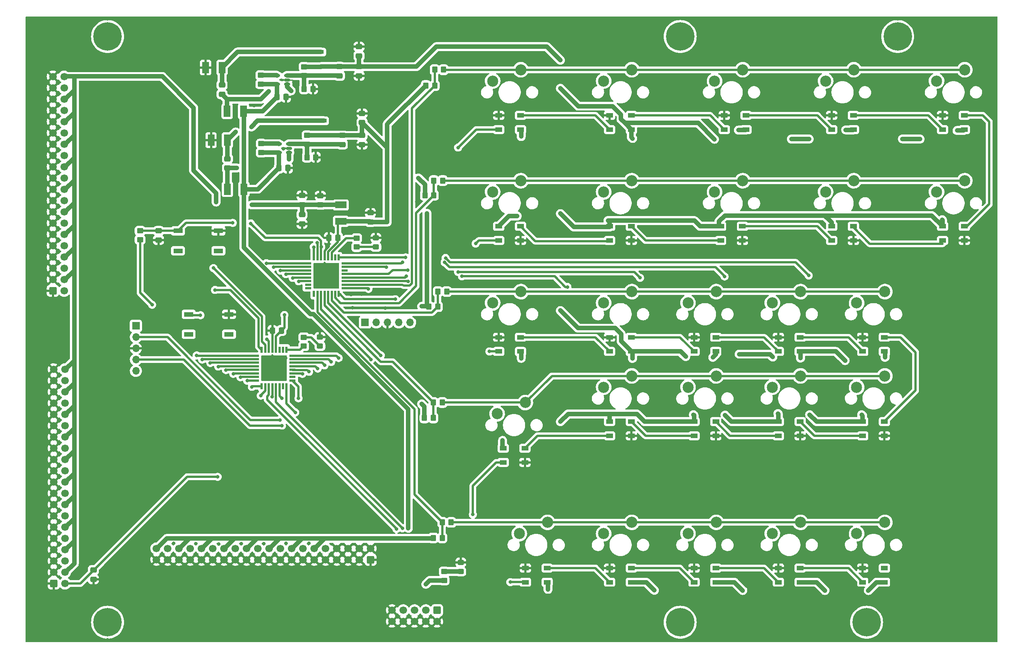
<source format=gbr>
%TF.GenerationSoftware,KiCad,Pcbnew,(6.0.0)*%
%TF.CreationDate,2023-05-12T18:24:35+02:00*%
%TF.ProjectId,Pot.butt_pcb,506f742e-6275-4747-945f-7063622e6b69,rev?*%
%TF.SameCoordinates,Original*%
%TF.FileFunction,Copper,L1,Top*%
%TF.FilePolarity,Positive*%
%FSLAX46Y46*%
G04 Gerber Fmt 4.6, Leading zero omitted, Abs format (unit mm)*
G04 Created by KiCad (PCBNEW (6.0.0)) date 2023-05-12 18:24:35*
%MOMM*%
%LPD*%
G01*
G04 APERTURE LIST*
G04 Aperture macros list*
%AMRoundRect*
0 Rectangle with rounded corners*
0 $1 Rounding radius*
0 $2 $3 $4 $5 $6 $7 $8 $9 X,Y pos of 4 corners*
0 Add a 4 corners polygon primitive as box body*
4,1,4,$2,$3,$4,$5,$6,$7,$8,$9,$2,$3,0*
0 Add four circle primitives for the rounded corners*
1,1,$1+$1,$2,$3*
1,1,$1+$1,$4,$5*
1,1,$1+$1,$6,$7*
1,1,$1+$1,$8,$9*
0 Add four rect primitives between the rounded corners*
20,1,$1+$1,$2,$3,$4,$5,0*
20,1,$1+$1,$4,$5,$6,$7,0*
20,1,$1+$1,$6,$7,$8,$9,0*
20,1,$1+$1,$8,$9,$2,$3,0*%
G04 Aperture macros list end*
%TA.AperFunction,ComponentPad*%
%ADD10C,2.500000*%
%TD*%
%TA.AperFunction,SMDPad,CuDef*%
%ADD11R,1.500000X1.000000*%
%TD*%
%TA.AperFunction,SMDPad,CuDef*%
%ADD12RoundRect,0.250000X-0.350000X-0.450000X0.350000X-0.450000X0.350000X0.450000X-0.350000X0.450000X0*%
%TD*%
%TA.AperFunction,SMDPad,CuDef*%
%ADD13RoundRect,0.250000X0.450000X-0.350000X0.450000X0.350000X-0.450000X0.350000X-0.450000X-0.350000X0*%
%TD*%
%TA.AperFunction,SMDPad,CuDef*%
%ADD14RoundRect,0.250000X-0.475000X0.337500X-0.475000X-0.337500X0.475000X-0.337500X0.475000X0.337500X0*%
%TD*%
%TA.AperFunction,SMDPad,CuDef*%
%ADD15RoundRect,0.250000X0.475000X-0.337500X0.475000X0.337500X-0.475000X0.337500X-0.475000X-0.337500X0*%
%TD*%
%TA.AperFunction,SMDPad,CuDef*%
%ADD16R,2.100000X1.100000*%
%TD*%
%TA.AperFunction,SMDPad,CuDef*%
%ADD17RoundRect,0.250000X0.350000X0.450000X-0.350000X0.450000X-0.350000X-0.450000X0.350000X-0.450000X0*%
%TD*%
%TA.AperFunction,SMDPad,CuDef*%
%ADD18R,2.500000X1.500000*%
%TD*%
%TA.AperFunction,ComponentPad*%
%ADD19R,1.700000X1.700000*%
%TD*%
%TA.AperFunction,ComponentPad*%
%ADD20O,1.700000X1.700000*%
%TD*%
%TA.AperFunction,SMDPad,CuDef*%
%ADD21RoundRect,0.250000X-0.337500X-0.475000X0.337500X-0.475000X0.337500X0.475000X-0.337500X0.475000X0*%
%TD*%
%TA.AperFunction,SMDPad,CuDef*%
%ADD22R,0.508000X1.473200*%
%TD*%
%TA.AperFunction,SMDPad,CuDef*%
%ADD23R,1.473200X0.508000*%
%TD*%
%TA.AperFunction,SMDPad,CuDef*%
%ADD24RoundRect,0.250000X-0.450000X0.350000X-0.450000X-0.350000X0.450000X-0.350000X0.450000X0.350000X0*%
%TD*%
%TA.AperFunction,SMDPad,CuDef*%
%ADD25RoundRect,0.250000X0.337500X0.475000X-0.337500X0.475000X-0.337500X-0.475000X0.337500X-0.475000X0*%
%TD*%
%TA.AperFunction,SMDPad,CuDef*%
%ADD26RoundRect,0.250000X-0.450000X0.325000X-0.450000X-0.325000X0.450000X-0.325000X0.450000X0.325000X0*%
%TD*%
%TA.AperFunction,SMDPad,CuDef*%
%ADD27R,1.200000X0.900000*%
%TD*%
%TA.AperFunction,ComponentPad*%
%ADD28RoundRect,0.250000X-0.600000X0.600000X-0.600000X-0.600000X0.600000X-0.600000X0.600000X0.600000X0*%
%TD*%
%TA.AperFunction,ComponentPad*%
%ADD29C,1.700000*%
%TD*%
%TA.AperFunction,ComponentPad*%
%ADD30C,0.800000*%
%TD*%
%TA.AperFunction,ComponentPad*%
%ADD31C,6.400000*%
%TD*%
%TA.AperFunction,SMDPad,CuDef*%
%ADD32RoundRect,0.150000X0.512500X0.150000X-0.512500X0.150000X-0.512500X-0.150000X0.512500X-0.150000X0*%
%TD*%
%TA.AperFunction,SMDPad,CuDef*%
%ADD33R,1.500000X2.500000*%
%TD*%
%TA.AperFunction,ComponentPad*%
%ADD34RoundRect,0.250000X0.600000X-0.600000X0.600000X0.600000X-0.600000X0.600000X-0.600000X-0.600000X0*%
%TD*%
%TA.AperFunction,ComponentPad*%
%ADD35RoundRect,0.250000X-0.600000X-0.600000X0.600000X-0.600000X0.600000X0.600000X-0.600000X0.600000X0*%
%TD*%
%TA.AperFunction,ViaPad*%
%ADD36C,0.800000*%
%TD*%
%TA.AperFunction,Conductor*%
%ADD37C,0.500000*%
%TD*%
%TA.AperFunction,Conductor*%
%ADD38C,1.000000*%
%TD*%
%TA.AperFunction,Conductor*%
%ADD39C,0.250000*%
%TD*%
G04 APERTURE END LIST*
D10*
%TO.P,SW14,1*%
%TO.N,Net-(D4-Pad2)*%
X156760000Y-113030000D03*
%TO.P,SW14,2*%
%TO.N,Net-(R17-Pad2)*%
X163110000Y-110490000D03*
%TD*%
D11*
%TO.P,D32,1,VDD*%
%TO.N,+5V*%
X187020000Y-48970000D03*
%TO.P,D32,2,DOUT*%
%TO.N,Net-(D32-Pad2)*%
X187020000Y-45770000D03*
%TO.P,D32,3,VSS*%
%TO.N,GND*%
X182120000Y-45770000D03*
%TO.P,D32,4,DIN*%
%TO.N,Net-(D27-Pad2)*%
X182120000Y-48970000D03*
%TD*%
D10*
%TO.P,SW18,1*%
%TO.N,Net-(D8-Pad2)*%
X180760000Y-88030000D03*
%TO.P,SW18,2*%
%TO.N,Net-(R16-Pad2)*%
X187110000Y-85490000D03*
%TD*%
D12*
%TO.P,R16,1*%
%TO.N,3rd_Row*%
X143400000Y-85475000D03*
%TO.P,R16,2*%
%TO.N,Net-(R16-Pad2)*%
X145400000Y-85475000D03*
%TD*%
D11*
%TO.P,D45,1,VDD*%
%TO.N,+5V*%
X158120000Y-120770000D03*
%TO.P,D45,2,DOUT*%
%TO.N,Net-(D39-Pad4)*%
X158120000Y-123970000D03*
%TO.P,D45,3,VSS*%
%TO.N,GND*%
X163020000Y-123970000D03*
%TO.P,D45,4,DIN*%
%TO.N,Net-(D45-Pad4)*%
X163020000Y-120770000D03*
%TD*%
D10*
%TO.P,SW15,1*%
%TO.N,Net-(D5-Pad2)*%
X161760000Y-140030000D03*
%TO.P,SW15,2*%
%TO.N,Net-(R18-Pad2)*%
X168110000Y-137490000D03*
%TD*%
%TO.P,SW27,1*%
%TO.N,Net-(D17-Pad2)*%
X230760000Y-63030000D03*
%TO.P,SW27,2*%
%TO.N,Net-(R15-Pad2)*%
X237110000Y-60490000D03*
%TD*%
D11*
%TO.P,D48,1,VDD*%
%TO.N,+5V*%
X232120000Y-70770000D03*
%TO.P,D48,2,DOUT*%
%TO.N,Net-(D44-Pad4)*%
X232120000Y-73970000D03*
%TO.P,D48,3,VSS*%
%TO.N,GND*%
X237020000Y-73970000D03*
%TO.P,D48,4,DIN*%
%TO.N,Net-(D47-Pad2)*%
X237020000Y-70770000D03*
%TD*%
D12*
%TO.P,R14,1*%
%TO.N,1st_Row*%
X142700000Y-35475000D03*
%TO.P,R14,2*%
%TO.N,Net-(R14-Pad2)*%
X144700000Y-35475000D03*
%TD*%
D11*
%TO.P,D43,1,VDD*%
%TO.N,+5V*%
X262020000Y-48970000D03*
%TO.P,D43,2,DOUT*%
%TO.N,Net-(D43-Pad2)*%
X262020000Y-45770000D03*
%TO.P,D43,3,VSS*%
%TO.N,GND*%
X257120000Y-45770000D03*
%TO.P,D43,4,DIN*%
%TO.N,Net-(D40-Pad2)*%
X257120000Y-48970000D03*
%TD*%
D10*
%TO.P,SW17,1*%
%TO.N,Net-(D7-Pad2)*%
X180760000Y-63030000D03*
%TO.P,SW17,2*%
%TO.N,Net-(R15-Pad2)*%
X187110000Y-60490000D03*
%TD*%
D13*
%TO.P,R22,1*%
%TO.N,LOAD*%
X103525000Y-38724999D03*
%TO.P,R22,2*%
%TO.N,Net-(R22-Pad2)*%
X103525000Y-36724999D03*
%TD*%
D10*
%TO.P,SW25,1*%
%TO.N,Net-(D15-Pad2)*%
X199760000Y-140030000D03*
%TO.P,SW25,2*%
%TO.N,Net-(R18-Pad2)*%
X206110000Y-137490000D03*
%TD*%
D11*
%TO.P,D42,1,VDD*%
%TO.N,+5V*%
X239120000Y-114770000D03*
%TO.P,D42,2,DOUT*%
%TO.N,Net-(D42-Pad2)*%
X239120000Y-117970000D03*
%TO.P,D42,3,VSS*%
%TO.N,GND*%
X244020000Y-117970000D03*
%TO.P,D42,4,DIN*%
%TO.N,Net-(D38-Pad2)*%
X244020000Y-114770000D03*
%TD*%
D14*
%TO.P,C57,1*%
%TO.N,+5V*%
X121239341Y-34796353D03*
%TO.P,C57,2*%
%TO.N,Net-(C57-Pad2)*%
X121239341Y-36871353D03*
%TD*%
D10*
%TO.P,SW33,1*%
%TO.N,Net-(D23-Pad2)*%
X237760000Y-88030000D03*
%TO.P,SW33,2*%
%TO.N,Net-(R16-Pad2)*%
X244110000Y-85490000D03*
%TD*%
%TO.P,SW13,1*%
%TO.N,Net-(D3-Pad2)*%
X155760000Y-88030000D03*
%TO.P,SW13,2*%
%TO.N,Net-(R16-Pad2)*%
X162110000Y-85490000D03*
%TD*%
D13*
%TO.P,R20,1*%
%TO.N,+3V3*%
X76320000Y-73780000D03*
%TO.P,R20,2*%
%TO.N,NRSTs*%
X76320000Y-71780000D03*
%TD*%
D15*
%TO.P,C55,1*%
%TO.N,Net-(C55-Pad1)*%
X94789341Y-40996353D03*
%TO.P,C55,2*%
%TO.N,Net-(C55-Pad2)*%
X94789341Y-38921353D03*
%TD*%
D16*
%TO.P,SW10,1,1*%
%TO.N,NRSTs*%
X84870000Y-71790000D03*
%TO.P,SW10,2,2*%
%TO.N,GND*%
X93970000Y-71790000D03*
%TO.P,SW10,3*%
%TO.N,N/C*%
X84870000Y-76290000D03*
%TO.P,SW10,4*%
X93970000Y-76290000D03*
%TD*%
D17*
%TO.P,R11,1*%
%TO.N,4th_Row*%
X142400000Y-113950000D03*
%TO.P,R11,2*%
%TO.N,+3V3*%
X140400000Y-113950000D03*
%TD*%
D15*
%TO.P,C64,1*%
%TO.N,3.3VA*%
X112800000Y-65912502D03*
%TO.P,C64,2*%
%TO.N,GND*%
X112800000Y-63837502D03*
%TD*%
D18*
%TO.P,L5,1,1*%
%TO.N,+3V3*%
X121575000Y-69650000D03*
%TO.P,L5,2,2*%
%TO.N,3.3VA*%
X121575000Y-65950000D03*
%TD*%
D19*
%TO.P,J3,1,Pin_1*%
%TO.N,+3V3*%
X127010000Y-92450000D03*
D20*
%TO.P,J3,2,Pin_2*%
%TO.N,SWCLKs*%
X129550000Y-92450000D03*
%TO.P,J3,3,Pin_3*%
%TO.N,GND*%
X132090000Y-92450000D03*
%TO.P,J3,4,Pin_4*%
%TO.N,SWDIOs*%
X134630000Y-92450000D03*
%TO.P,J3,5,Pin_5*%
%TO.N,NRSTs*%
X137170000Y-92450000D03*
%TD*%
D21*
%TO.P,C53,1*%
%TO.N,LOAD*%
X107151841Y-41658853D03*
%TO.P,C53,2*%
%TO.N,GND*%
X109226841Y-41658853D03*
%TD*%
D10*
%TO.P,SW24,1*%
%TO.N,Net-(D14-Pad2)*%
X199760000Y-107030000D03*
%TO.P,SW24,2*%
%TO.N,Net-(R17-Pad2)*%
X206110000Y-104490000D03*
%TD*%
D14*
%TO.P,C65,1*%
%TO.N,3.3VA*%
X112800000Y-68137500D03*
%TO.P,C65,2*%
%TO.N,GND*%
X112800000Y-70212500D03*
%TD*%
D15*
%TO.P,C62,1*%
%TO.N,+3V3*%
X128225002Y-69812501D03*
%TO.P,C62,2*%
%TO.N,GND*%
X128225002Y-67737501D03*
%TD*%
D17*
%TO.P,R9,1*%
%TO.N,1st_Row*%
X142700000Y-39050000D03*
%TO.P,R9,2*%
%TO.N,+3V3*%
X140700000Y-39050000D03*
%TD*%
D10*
%TO.P,SW16,1*%
%TO.N,Net-(D6-Pad2)*%
X180760000Y-38030000D03*
%TO.P,SW16,2*%
%TO.N,Net-(R14-Pad2)*%
X187110000Y-35490000D03*
%TD*%
D11*
%TO.P,D38,1,VDD*%
%TO.N,+5V*%
X244020000Y-98970000D03*
%TO.P,D38,2,DOUT*%
%TO.N,Net-(D38-Pad2)*%
X244020000Y-95770000D03*
%TO.P,D38,3,VSS*%
%TO.N,GND*%
X239120000Y-95770000D03*
%TO.P,D38,4,DIN*%
%TO.N,Net-(D34-Pad2)*%
X239120000Y-98970000D03*
%TD*%
%TO.P,D31,1,VDD*%
%TO.N,+5V*%
X206020000Y-150970000D03*
%TO.P,D31,2,DOUT*%
%TO.N,Net-(D26-Pad4)*%
X206020000Y-147770000D03*
%TO.P,D31,3,VSS*%
%TO.N,GND*%
X201120000Y-147770000D03*
%TO.P,D31,4,DIN*%
%TO.N,Net-(D31-Pad4)*%
X201120000Y-150970000D03*
%TD*%
D22*
%TO.P,U2,1,PB9*%
%TO.N,5th_Column*%
X121089999Y-77795200D03*
%TO.P,U2,2,PC14-OSC32_IN*%
%TO.N,unconnected-(U2-Pad2)*%
X120290001Y-77795200D03*
%TO.P,U2,3,PC15-OSC32_OUT*%
%TO.N,STATUS_LEDs*%
X119490000Y-77795200D03*
%TO.P,U2,4,VDD/VDDA*%
%TO.N,+3V3*%
X118689999Y-77795200D03*
%TO.P,U2,5,VSS/VSSA*%
%TO.N,GND*%
X117890001Y-77795200D03*
%TO.P,U2,6,NRST*%
%TO.N,NRSTs*%
X117090000Y-77795200D03*
%TO.P,U2,7,PA0*%
%TO.N,ADC_in0s*%
X116290001Y-77795200D03*
%TO.P,U2,8,PA1*%
%TO.N,ADC_in1s*%
X115490001Y-77795200D03*
D23*
%TO.P,U2,9,PA2*%
%TO.N,ADC_in2s*%
X114175200Y-79110001D03*
%TO.P,U2,10,PA3*%
%TO.N,ADC_in3s*%
X114175200Y-79909999D03*
%TO.P,U2,11,PA4*%
%TO.N,ADC_in4s*%
X114175200Y-80710000D03*
%TO.P,U2,12,PA5*%
%TO.N,ADC_in5s*%
X114175200Y-81510001D03*
%TO.P,U2,13,PA6*%
%TO.N,ADC_in6s*%
X114175200Y-82309999D03*
%TO.P,U2,14,PA7*%
%TO.N,ADC_in7s*%
X114175200Y-83110000D03*
%TO.P,U2,15,PB0*%
%TO.N,unconnected-(U2-Pad15)*%
X114175200Y-83909999D03*
%TO.P,U2,16,PB1*%
%TO.N,unconnected-(U2-Pad16)*%
X114175200Y-84709999D03*
D22*
%TO.P,U2,17,PB2*%
%TO.N,unconnected-(U2-Pad17)*%
X115490001Y-86024800D03*
%TO.P,U2,18,PA8*%
%TO.N,5th_Row*%
X116289999Y-86024800D03*
%TO.P,U2,19,PA9*%
%TO.N,I2C1_SCL*%
X117090000Y-86024800D03*
%TO.P,U2,20,PC6*%
%TO.N,4th_Row*%
X117890001Y-86024800D03*
%TO.P,U2,21,PA10*%
%TO.N,I2C1_SDA*%
X118689999Y-86024800D03*
%TO.P,U2,22,PA11*%
%TO.N,3rd_Row*%
X119490000Y-86024800D03*
%TO.P,U2,23,PA12*%
%TO.N,2nd_Row*%
X120289999Y-86024800D03*
%TO.P,U2,24,PA13*%
%TO.N,SWDIOs*%
X121089999Y-86024800D03*
D23*
%TO.P,U2,25,PA14-BOOT0*%
%TO.N,SWCLKs*%
X122404800Y-84709999D03*
%TO.P,U2,26,PA15*%
%TO.N,1st_Row*%
X122404800Y-83910001D03*
%TO.P,U2,27,PB3*%
%TO.N,1st_Column*%
X122404800Y-83110000D03*
%TO.P,U2,28,PB4*%
%TO.N,2nd_Column*%
X122404800Y-82309999D03*
%TO.P,U2,29,PB5*%
%TO.N,3rd_Column*%
X122404800Y-81510001D03*
%TO.P,U2,30,PB6*%
%TO.N,unconnected-(U2-Pad30)*%
X122404800Y-80710000D03*
%TO.P,U2,31,PB7*%
%TO.N,LEDS*%
X122404800Y-79910001D03*
%TO.P,U2,32,PB8*%
%TO.N,4th_Column*%
X122404800Y-79110001D03*
%TD*%
D17*
%TO.P,R13,1*%
%TO.N,2nd_Row*%
X142500000Y-63775000D03*
%TO.P,R13,2*%
%TO.N,+3V3*%
X140500000Y-63775000D03*
%TD*%
D24*
%TO.P,R25,1*%
%TO.N,+5V*%
X113289341Y-34833853D03*
%TO.P,R25,2*%
%TO.N,Net-(C57-Pad2)*%
X113289341Y-36833853D03*
%TD*%
D11*
%TO.P,D44,1,VDD*%
%TO.N,+5V*%
X207120000Y-70770000D03*
%TO.P,D44,2,DOUT*%
%TO.N,Net-(D41-Pad4)*%
X207120000Y-73970000D03*
%TO.P,D44,3,VSS*%
%TO.N,GND*%
X212020000Y-73970000D03*
%TO.P,D44,4,DIN*%
%TO.N,Net-(D44-Pad4)*%
X212020000Y-70770000D03*
%TD*%
D25*
%TO.P,C2,1*%
%TO.N,+3V3*%
X108207500Y-94250000D03*
%TO.P,C2,2*%
%TO.N,GND*%
X106132500Y-94250000D03*
%TD*%
D26*
%TO.P,D53,1,K*%
%TO.N,GND*%
X116850000Y-95725000D03*
%TO.P,D53,2,A*%
%TO.N,Net-(D53-Pad2)*%
X116850000Y-97775000D03*
%TD*%
D10*
%TO.P,SW23,1*%
%TO.N,Net-(D13-Pad2)*%
X199760000Y-88030000D03*
%TO.P,SW23,2*%
%TO.N,Net-(R16-Pad2)*%
X206110000Y-85490000D03*
%TD*%
D27*
%TO.P,D52,1,K*%
%TO.N,+5V*%
X117114341Y-34783853D03*
%TO.P,D52,2,A*%
%TO.N,Net-(C55-Pad2)*%
X117114341Y-31483853D03*
%TD*%
D12*
%TO.P,R24,1*%
%TO.N,Net-(C56-Pad2)*%
X113914341Y-55208853D03*
%TO.P,R24,2*%
%TO.N,GND*%
X115914341Y-55208853D03*
%TD*%
D28*
%TO.P,J1,1,Pin_1*%
%TO.N,LOAD*%
X143250000Y-157300000D03*
D29*
%TO.P,J1,2,Pin_2*%
%TO.N,GND*%
X143250000Y-159840000D03*
%TO.P,J1,3,Pin_3*%
%TO.N,LOAD*%
X140710000Y-157300000D03*
%TO.P,J1,4,Pin_4*%
%TO.N,GND*%
X140710000Y-159840000D03*
%TO.P,J1,5,Pin_5*%
%TO.N,I2C1_SDA*%
X138170000Y-157300000D03*
%TO.P,J1,6,Pin_6*%
%TO.N,GND*%
X138170000Y-159840000D03*
%TO.P,J1,7,Pin_7*%
%TO.N,I2C1_SCL*%
X135630000Y-157300000D03*
%TO.P,J1,8,Pin_8*%
%TO.N,GND*%
X135630000Y-159840000D03*
%TO.P,J1,9,Pin_9*%
X133090000Y-157300000D03*
%TO.P,J1,10,Pin_10*%
X133090000Y-159840000D03*
%TD*%
D16*
%TO.P,SW1,1,1*%
%TO.N,NRSTp*%
X87270000Y-90600000D03*
%TO.P,SW1,2,2*%
%TO.N,GND*%
X96370000Y-90600000D03*
%TO.P,SW1,3*%
%TO.N,N/C*%
X87270000Y-95100000D03*
%TO.P,SW1,4*%
X96370000Y-95100000D03*
%TD*%
D10*
%TO.P,SW32,1*%
%TO.N,Net-(D22-Pad2)*%
X255760000Y-63030000D03*
%TO.P,SW32,2*%
%TO.N,Net-(R15-Pad2)*%
X262110000Y-60490000D03*
%TD*%
D30*
%TO.P,H5,1*%
%TO.N,N/C*%
X196302944Y-158302944D03*
X198000000Y-162400000D03*
X195600000Y-160000000D03*
X196302944Y-161697056D03*
X199697056Y-161697056D03*
X200400000Y-160000000D03*
X199697056Y-158302944D03*
X198000000Y-157600000D03*
D31*
X198000000Y-160000000D03*
%TD*%
D13*
%TO.P,R1,1*%
%TO.N,STATUS_LEDp*%
X113190000Y-97780000D03*
%TO.P,R1,2*%
%TO.N,Net-(D53-Pad2)*%
X113190000Y-95780000D03*
%TD*%
D10*
%TO.P,SW20,1*%
%TO.N,Net-(D10-Pad2)*%
X180760000Y-140030000D03*
%TO.P,SW20,2*%
%TO.N,Net-(R18-Pad2)*%
X187110000Y-137490000D03*
%TD*%
D12*
%TO.P,R17,1*%
%TO.N,4th_Row*%
X142400000Y-110475000D03*
%TO.P,R17,2*%
%TO.N,Net-(R17-Pad2)*%
X144400000Y-110475000D03*
%TD*%
D14*
%TO.P,C16,1*%
%TO.N,NRSTs*%
X80490000Y-71792500D03*
%TO.P,C16,2*%
%TO.N,GND*%
X80490000Y-73867500D03*
%TD*%
D15*
%TO.P,C54,1*%
%TO.N,Net-(C54-Pad1)*%
X96014341Y-57621353D03*
%TO.P,C54,2*%
%TO.N,Net-(C54-Pad2)*%
X96014341Y-55546353D03*
%TD*%
D30*
%TO.P,H2,1*%
%TO.N,N/C*%
X199697056Y-29697056D03*
X196302944Y-26302944D03*
X198000000Y-25600000D03*
X196302944Y-29697056D03*
X200400000Y-28000000D03*
D31*
X198000000Y-28000000D03*
D30*
X198000000Y-30400000D03*
X195600000Y-28000000D03*
X199697056Y-26302944D03*
%TD*%
D10*
%TO.P,SW29,1*%
%TO.N,Net-(D19-Pad2)*%
X218760000Y-107030000D03*
%TO.P,SW29,2*%
%TO.N,Net-(R17-Pad2)*%
X225110000Y-104490000D03*
%TD*%
D15*
%TO.P,C60,1*%
%TO.N,+3V3*%
X126339341Y-47396353D03*
%TO.P,C60,2*%
%TO.N,GND*%
X126339341Y-45321353D03*
%TD*%
D22*
%TO.P,U1,1,PB9*%
%TO.N,STATUS_LEDp*%
X109319999Y-98605200D03*
%TO.P,U1,2,PC14-OSC32_IN*%
%TO.N,unconnected-(U1-Pad2)*%
X108520001Y-98605200D03*
%TO.P,U1,3,PC15-OSC32_OUT*%
%TO.N,unconnected-(U1-Pad3)*%
X107720000Y-98605200D03*
%TO.P,U1,4,VDD/VDDA*%
%TO.N,+3V3*%
X106919999Y-98605200D03*
%TO.P,U1,5,VSS/VSSA*%
%TO.N,GND*%
X106120001Y-98605200D03*
%TO.P,U1,6,NRST*%
%TO.N,NRSTp*%
X105320000Y-98605200D03*
%TO.P,U1,7,PA0*%
%TO.N,ADC_in0p*%
X104520001Y-98605200D03*
%TO.P,U1,8,PA1*%
%TO.N,ADC_in1p*%
X103720001Y-98605200D03*
D23*
%TO.P,U1,9,PA2*%
%TO.N,ADC_in2p*%
X102405200Y-99920001D03*
%TO.P,U1,10,PA3*%
%TO.N,ADC_in3p*%
X102405200Y-100719999D03*
%TO.P,U1,11,PA4*%
%TO.N,ADC_in4p*%
X102405200Y-101520000D03*
%TO.P,U1,12,PA5*%
%TO.N,ADC_in5p*%
X102405200Y-102320001D03*
%TO.P,U1,13,PA6*%
%TO.N,ADC_in6p*%
X102405200Y-103119999D03*
%TO.P,U1,14,PA7*%
%TO.N,ADC_in7p*%
X102405200Y-103920000D03*
%TO.P,U1,15,PB0*%
%TO.N,ADC_in8p*%
X102405200Y-104719999D03*
%TO.P,U1,16,PB1*%
%TO.N,ADC_in9p*%
X102405200Y-105519999D03*
D22*
%TO.P,U1,17,PB2*%
%TO.N,ADC_in10p*%
X103720001Y-106834800D03*
%TO.P,U1,18,PA8*%
%TO.N,SW1p*%
X104519999Y-106834800D03*
%TO.P,U1,19,PA9*%
%TO.N,I2C1_SCL*%
X105320000Y-106834800D03*
%TO.P,U1,20,PC6*%
%TO.N,SW2p*%
X106120001Y-106834800D03*
%TO.P,U1,21,PA10*%
%TO.N,I2C1_SDA*%
X106919999Y-106834800D03*
%TO.P,U1,22,PA11*%
%TO.N,ADC_in11p*%
X107720000Y-106834800D03*
%TO.P,U1,23,PA12*%
%TO.N,ADC_in16p*%
X108519999Y-106834800D03*
%TO.P,U1,24,PA13*%
%TO.N,SWDIOp*%
X109319999Y-106834800D03*
D23*
%TO.P,U1,25,PA14-BOOT0*%
%TO.N,SWCLKp*%
X110634800Y-105519999D03*
%TO.P,U1,26,PA15*%
%TO.N,unconnected-(U1-Pad26)*%
X110634800Y-104720001D03*
%TO.P,U1,27,PB3*%
%TO.N,SW3p*%
X110634800Y-103920000D03*
%TO.P,U1,28,PB4*%
%TO.N,SW4p*%
X110634800Y-103119999D03*
%TO.P,U1,29,PB5*%
%TO.N,SW5p*%
X110634800Y-102320001D03*
%TO.P,U1,30,PB6*%
%TO.N,SW6p*%
X110634800Y-101520000D03*
%TO.P,U1,31,PB7*%
%TO.N,SW7p*%
X110634800Y-100720001D03*
%TO.P,U1,32,PB8*%
%TO.N,SW8p*%
X110634800Y-99920001D03*
%TD*%
D30*
%TO.P,H1,1*%
%TO.N,N/C*%
X70697056Y-26302944D03*
X70697056Y-29697056D03*
X71400000Y-28000000D03*
X69000000Y-30400000D03*
X66600000Y-28000000D03*
X67302944Y-29697056D03*
X67302944Y-26302944D03*
D31*
X69000000Y-28000000D03*
D30*
X69000000Y-25600000D03*
%TD*%
D11*
%TO.P,D36,1,VDD*%
%TO.N,+5V*%
X212850000Y-48970000D03*
%TO.P,D36,2,DOUT*%
%TO.N,Net-(D36-Pad2)*%
X212850000Y-45770000D03*
%TO.P,D36,3,VSS*%
%TO.N,GND*%
X207950000Y-45770000D03*
%TO.P,D36,4,DIN*%
%TO.N,Net-(D32-Pad2)*%
X207950000Y-48970000D03*
%TD*%
%TO.P,D37,1,VDD*%
%TO.N,+5V*%
X157120000Y-70770000D03*
%TO.P,D37,2,DOUT*%
%TO.N,Net-(D33-Pad4)*%
X157120000Y-73970000D03*
%TO.P,D37,3,VSS*%
%TO.N,GND*%
X162020000Y-73970000D03*
%TO.P,D37,4,DIN*%
%TO.N,Net-(D37-Pad4)*%
X162020000Y-70770000D03*
%TD*%
D17*
%TO.P,R10,1*%
%TO.N,3rd_Row*%
X143400000Y-88875000D03*
%TO.P,R10,2*%
%TO.N,+3V3*%
X141400000Y-88875000D03*
%TD*%
D26*
%TO.P,D55,1,K*%
%TO.N,GND*%
X129460000Y-73377500D03*
%TO.P,D55,2,A*%
%TO.N,Net-(D55-Pad2)*%
X129460000Y-75427500D03*
%TD*%
D12*
%TO.P,R26,1*%
%TO.N,Net-(C57-Pad2)*%
X113264341Y-39808853D03*
%TO.P,R26,2*%
%TO.N,GND*%
X115264341Y-39808853D03*
%TD*%
D30*
%TO.P,H6,1*%
%TO.N,N/C*%
X69000000Y-162400000D03*
D31*
X69000000Y-160000000D03*
D30*
X70697056Y-158302944D03*
X71400000Y-160000000D03*
X69000000Y-157600000D03*
X70697056Y-161697056D03*
X67302944Y-161697056D03*
X67302944Y-158302944D03*
X66600000Y-160000000D03*
%TD*%
D10*
%TO.P,SW22,1*%
%TO.N,Net-(D12-Pad2)*%
X205760000Y-63030000D03*
%TO.P,SW22,2*%
%TO.N,Net-(R15-Pad2)*%
X212110000Y-60490000D03*
%TD*%
%TO.P,SW35,1*%
%TO.N,Net-(D25-Pad2)*%
X237760000Y-140030000D03*
%TO.P,SW35,2*%
%TO.N,Net-(R18-Pad2)*%
X244110000Y-137490000D03*
%TD*%
D11*
%TO.P,D49,1,VDD*%
%TO.N,+5V*%
X182120000Y-114770000D03*
%TO.P,D49,2,DOUT*%
%TO.N,Net-(D45-Pad4)*%
X182120000Y-117970000D03*
%TO.P,D49,3,VSS*%
%TO.N,GND*%
X187020000Y-117970000D03*
%TO.P,D49,4,DIN*%
%TO.N,Net-(D49-Pad4)*%
X187020000Y-114770000D03*
%TD*%
%TO.P,D40,1,VDD*%
%TO.N,+5V*%
X237020000Y-48970000D03*
%TO.P,D40,2,DOUT*%
%TO.N,Net-(D40-Pad2)*%
X237020000Y-45770000D03*
%TO.P,D40,3,VSS*%
%TO.N,GND*%
X232120000Y-45770000D03*
%TO.P,D40,4,DIN*%
%TO.N,Net-(D36-Pad2)*%
X232120000Y-48970000D03*
%TD*%
D12*
%TO.P,R18,1*%
%TO.N,5th_Row*%
X144400000Y-137475000D03*
%TO.P,R18,2*%
%TO.N,Net-(R18-Pad2)*%
X146400000Y-137475000D03*
%TD*%
D15*
%TO.P,C61,1*%
%TO.N,+5V*%
X125639341Y-32371353D03*
%TO.P,C61,2*%
%TO.N,GND*%
X125639341Y-30296353D03*
%TD*%
D11*
%TO.P,D50,1,VDD*%
%TO.N,+5V*%
X201120000Y-114770000D03*
%TO.P,D50,2,DOUT*%
%TO.N,Net-(D49-Pad4)*%
X201120000Y-117970000D03*
%TO.P,D50,3,VSS*%
%TO.N,GND*%
X206020000Y-117970000D03*
%TO.P,D50,4,DIN*%
%TO.N,Net-(D46-Pad2)*%
X206020000Y-114770000D03*
%TD*%
D13*
%TO.P,R21,1*%
%TO.N,LOAD*%
X103614341Y-54158853D03*
%TO.P,R21,2*%
%TO.N,Net-(R21-Pad2)*%
X103614341Y-52158853D03*
%TD*%
D31*
%TO.P,H4,1*%
%TO.N,N/C*%
X240000000Y-160000000D03*
D30*
X238302944Y-161697056D03*
X238302944Y-158302944D03*
X240000000Y-157600000D03*
X237600000Y-160000000D03*
X241697056Y-161697056D03*
X242400000Y-160000000D03*
X240000000Y-162400000D03*
X241697056Y-158302944D03*
%TD*%
D10*
%TO.P,SW26,1*%
%TO.N,Net-(D16-Pad2)*%
X230760000Y-38030000D03*
%TO.P,SW26,2*%
%TO.N,Net-(R14-Pad2)*%
X237110000Y-35490000D03*
%TD*%
%TO.P,SW11,1*%
%TO.N,Net-(D1-Pad2)*%
X155760000Y-38030000D03*
%TO.P,SW11,2*%
%TO.N,Net-(R14-Pad2)*%
X162110000Y-35490000D03*
%TD*%
D26*
%TO.P,D54,1,K*%
%TO.N,GND*%
X148580000Y-146517500D03*
%TO.P,D54,2,A*%
%TO.N,Net-(D54-Pad2)*%
X148580000Y-148567500D03*
%TD*%
D32*
%TO.P,U4,1,SW*%
%TO.N,Net-(C55-Pad1)*%
X109437500Y-38725000D03*
%TO.P,U4,2,GND*%
%TO.N,GND*%
X109437500Y-37775000D03*
%TO.P,U4,3,FB*%
%TO.N,Net-(C57-Pad2)*%
X109437500Y-36825000D03*
%TO.P,U4,4,EN*%
%TO.N,Net-(R22-Pad2)*%
X107162500Y-36825000D03*
%TO.P,U4,5,VIN*%
%TO.N,LOAD*%
X107162500Y-38725000D03*
%TD*%
D30*
%TO.P,H3,1*%
%TO.N,N/C*%
X244600000Y-28000000D03*
X248697056Y-26302944D03*
X245302944Y-26302944D03*
X247000000Y-30400000D03*
X245302944Y-29697056D03*
X247000000Y-25600000D03*
D31*
X247000000Y-28000000D03*
D30*
X249400000Y-28000000D03*
X248697056Y-29697056D03*
%TD*%
D19*
%TO.P,J2,1,Pin_1*%
%TO.N,+3V3*%
X75380000Y-93200000D03*
D20*
%TO.P,J2,2,Pin_2*%
%TO.N,SWCLKp*%
X75380000Y-95740000D03*
%TO.P,J2,3,Pin_3*%
%TO.N,GND*%
X75380000Y-98280000D03*
%TO.P,J2,4,Pin_4*%
%TO.N,SWDIOp*%
X75380000Y-100820000D03*
%TO.P,J2,5,Pin_5*%
%TO.N,NRSTp*%
X75380000Y-103360000D03*
%TD*%
D11*
%TO.P,D35,1,VDD*%
%TO.N,+5V*%
X187020000Y-150970000D03*
%TO.P,D35,2,DOUT*%
%TO.N,Net-(D31-Pad4)*%
X187020000Y-147770000D03*
%TO.P,D35,3,VSS*%
%TO.N,GND*%
X182120000Y-147770000D03*
%TO.P,D35,4,DIN*%
%TO.N,Net-(D35-Pad4)*%
X182120000Y-150970000D03*
%TD*%
%TO.P,D28,1,VDD*%
%TO.N,+5V*%
X187020000Y-98970000D03*
%TO.P,D28,2,DOUT*%
%TO.N,Net-(D28-Pad2)*%
X187020000Y-95770000D03*
%TO.P,D28,3,VSS*%
%TO.N,GND*%
X182120000Y-95770000D03*
%TO.P,D28,4,DIN*%
%TO.N,Net-(D28-Pad4)*%
X182120000Y-98970000D03*
%TD*%
%TO.P,D39,1,VDD*%
%TO.N,+5V*%
X168020000Y-150970000D03*
%TO.P,D39,2,DOUT*%
%TO.N,Net-(D35-Pad4)*%
X168020000Y-147770000D03*
%TO.P,D39,3,VSS*%
%TO.N,GND*%
X163120000Y-147770000D03*
%TO.P,D39,4,DIN*%
%TO.N,Net-(D39-Pad4)*%
X163120000Y-150970000D03*
%TD*%
%TO.P,D30,1,VDD*%
%TO.N,+5V*%
X244020000Y-150970000D03*
%TO.P,D30,2,DOUT*%
%TO.N,unconnected-(D30-Pad2)*%
X244020000Y-147770000D03*
%TO.P,D30,3,VSS*%
%TO.N,GND*%
X239120000Y-147770000D03*
%TO.P,D30,4,DIN*%
%TO.N,Net-(D26-Pad2)*%
X239120000Y-150970000D03*
%TD*%
D15*
%TO.P,C63,1*%
%TO.N,3.3VA*%
X116925000Y-65937500D03*
%TO.P,C63,2*%
%TO.N,GND*%
X116925000Y-63862500D03*
%TD*%
D32*
%TO.P,U3,1,SW*%
%TO.N,Net-(C54-Pad1)*%
X109851841Y-54133853D03*
%TO.P,U3,2,GND*%
%TO.N,GND*%
X109851841Y-53183853D03*
%TO.P,U3,3,FB*%
%TO.N,Net-(C56-Pad2)*%
X109851841Y-52233853D03*
%TO.P,U3,4,EN*%
%TO.N,Net-(R21-Pad2)*%
X107576841Y-52233853D03*
%TO.P,U3,5,VIN*%
%TO.N,LOAD*%
X107576841Y-54133853D03*
%TD*%
D10*
%TO.P,SW28,1*%
%TO.N,Net-(D18-Pad2)*%
X218760000Y-88030000D03*
%TO.P,SW28,2*%
%TO.N,Net-(R16-Pad2)*%
X225110000Y-85490000D03*
%TD*%
%TO.P,SW34,1*%
%TO.N,Net-(D24-Pad2)*%
X237760000Y-107030000D03*
%TO.P,SW34,2*%
%TO.N,Net-(R17-Pad2)*%
X244110000Y-104490000D03*
%TD*%
D33*
%TO.P,L3,1,1*%
%TO.N,Net-(C54-Pad2)*%
X96014341Y-51358853D03*
%TO.P,L3,2,2*%
%TO.N,GND*%
X92314341Y-51358853D03*
%TD*%
D10*
%TO.P,SW21,1*%
%TO.N,Net-(D11-Pad2)*%
X205760000Y-38030000D03*
%TO.P,SW21,2*%
%TO.N,Net-(R14-Pad2)*%
X212110000Y-35490000D03*
%TD*%
D11*
%TO.P,D34,1,VDD*%
%TO.N,+5V*%
X225020000Y-98970000D03*
%TO.P,D34,2,DOUT*%
%TO.N,Net-(D34-Pad2)*%
X225020000Y-95770000D03*
%TO.P,D34,3,VSS*%
%TO.N,GND*%
X220120000Y-95770000D03*
%TO.P,D34,4,DIN*%
%TO.N,Net-(D29-Pad2)*%
X220120000Y-98970000D03*
%TD*%
D14*
%TO.P,C14,1*%
%TO.N,ADC_in11p*%
X65810000Y-148232500D03*
%TO.P,C14,2*%
%TO.N,GND*%
X65810000Y-150307500D03*
%TD*%
D11*
%TO.P,D29,1,VDD*%
%TO.N,+5V*%
X206020000Y-98970000D03*
%TO.P,D29,2,DOUT*%
%TO.N,Net-(D29-Pad2)*%
X206020000Y-95770000D03*
%TO.P,D29,3,VSS*%
%TO.N,GND*%
X201120000Y-95770000D03*
%TO.P,D29,4,DIN*%
%TO.N,Net-(D28-Pad2)*%
X201120000Y-98970000D03*
%TD*%
%TO.P,D47,1,VDD*%
%TO.N,+5V*%
X257120000Y-70770000D03*
%TO.P,D47,2,DOUT*%
%TO.N,Net-(D47-Pad2)*%
X257120000Y-73970000D03*
%TO.P,D47,3,VSS*%
%TO.N,GND*%
X262020000Y-73970000D03*
%TO.P,D47,4,DIN*%
%TO.N,Net-(D43-Pad2)*%
X262020000Y-70770000D03*
%TD*%
%TO.P,D33,1,VDD*%
%TO.N,+5V*%
X162020000Y-98970000D03*
%TO.P,D33,2,DOUT*%
%TO.N,Net-(D28-Pad4)*%
X162020000Y-95770000D03*
%TO.P,D33,3,VSS*%
%TO.N,GND*%
X157120000Y-95770000D03*
%TO.P,D33,4,DIN*%
%TO.N,Net-(D33-Pad4)*%
X157120000Y-98970000D03*
%TD*%
D13*
%TO.P,R2,1*%
%TO.N,LOAD*%
X144840000Y-150570000D03*
%TO.P,R2,2*%
%TO.N,Net-(D54-Pad2)*%
X144840000Y-148570000D03*
%TD*%
D33*
%TO.P,L2,1,1*%
%TO.N,LOAD*%
X99639341Y-44858853D03*
%TO.P,L2,2,2*%
%TO.N,Net-(C55-Pad1)*%
X95939341Y-44858853D03*
%TD*%
D24*
%TO.P,R23,1*%
%TO.N,+3V3*%
X113939341Y-50283853D03*
%TO.P,R23,2*%
%TO.N,Net-(C56-Pad2)*%
X113939341Y-52283853D03*
%TD*%
%TO.P,R3,1*%
%TO.N,STATUS_LEDs*%
X125120000Y-73440000D03*
%TO.P,R3,2*%
%TO.N,Net-(D55-Pad2)*%
X125120000Y-75440000D03*
%TD*%
D12*
%TO.P,R15,1*%
%TO.N,2nd_Row*%
X142500000Y-60475000D03*
%TO.P,R15,2*%
%TO.N,Net-(R15-Pad2)*%
X144500000Y-60475000D03*
%TD*%
D14*
%TO.P,C58,1*%
%TO.N,+3V3*%
X126339341Y-50296353D03*
%TO.P,C58,2*%
%TO.N,GND*%
X126339341Y-52371353D03*
%TD*%
D10*
%TO.P,SW30,1*%
%TO.N,Net-(D20-Pad2)*%
X218760000Y-140030000D03*
%TO.P,SW30,2*%
%TO.N,Net-(R18-Pad2)*%
X225110000Y-137490000D03*
%TD*%
D11*
%TO.P,D41,1,VDD*%
%TO.N,+5V*%
X182120000Y-70770000D03*
%TO.P,D41,2,DOUT*%
%TO.N,Net-(D37-Pad4)*%
X182120000Y-73970000D03*
%TO.P,D41,3,VSS*%
%TO.N,GND*%
X187020000Y-73970000D03*
%TO.P,D41,4,DIN*%
%TO.N,Net-(D41-Pad4)*%
X187020000Y-70770000D03*
%TD*%
%TO.P,D46,1,VDD*%
%TO.N,+5V*%
X220120000Y-114770000D03*
%TO.P,D46,2,DOUT*%
%TO.N,Net-(D46-Pad2)*%
X220120000Y-117970000D03*
%TO.P,D46,3,VSS*%
%TO.N,GND*%
X225020000Y-117970000D03*
%TO.P,D46,4,DIN*%
%TO.N,Net-(D42-Pad2)*%
X225020000Y-114770000D03*
%TD*%
%TO.P,D27,1,VDD*%
%TO.N,+5V*%
X162020000Y-48970000D03*
%TO.P,D27,2,DOUT*%
%TO.N,Net-(D27-Pad2)*%
X162020000Y-45770000D03*
%TO.P,D27,3,VSS*%
%TO.N,GND*%
X157120000Y-45770000D03*
%TO.P,D27,4,DIN*%
%TO.N,LEDS*%
X157120000Y-48970000D03*
%TD*%
%TO.P,D26,1,VDD*%
%TO.N,+5V*%
X225020000Y-150970000D03*
%TO.P,D26,2,DOUT*%
%TO.N,Net-(D26-Pad2)*%
X225020000Y-147770000D03*
%TO.P,D26,3,VSS*%
%TO.N,GND*%
X220120000Y-147770000D03*
%TO.P,D26,4,DIN*%
%TO.N,Net-(D26-Pad4)*%
X220120000Y-150970000D03*
%TD*%
D33*
%TO.P,L1,1,1*%
%TO.N,LOAD*%
X99714341Y-62408853D03*
%TO.P,L1,2,2*%
%TO.N,Net-(C54-Pad1)*%
X96014341Y-62408853D03*
%TD*%
D21*
%TO.P,C52,1*%
%TO.N,LOAD*%
X107576841Y-57658853D03*
%TO.P,C52,2*%
%TO.N,GND*%
X109651841Y-57658853D03*
%TD*%
D10*
%TO.P,SW19,1*%
%TO.N,Net-(D9-Pad2)*%
X180760000Y-107030000D03*
%TO.P,SW19,2*%
%TO.N,Net-(R17-Pad2)*%
X187110000Y-104490000D03*
%TD*%
D17*
%TO.P,R12,1*%
%TO.N,5th_Row*%
X144400000Y-141000000D03*
%TO.P,R12,2*%
%TO.N,+3V3*%
X142400000Y-141000000D03*
%TD*%
D14*
%TO.P,C56,1*%
%TO.N,+3V3*%
X121889341Y-50296353D03*
%TO.P,C56,2*%
%TO.N,Net-(C56-Pad2)*%
X121889341Y-52371353D03*
%TD*%
D33*
%TO.P,L4,1,1*%
%TO.N,Net-(C55-Pad2)*%
X94789341Y-34983853D03*
%TO.P,L4,2,2*%
%TO.N,GND*%
X91089341Y-34983853D03*
%TD*%
D25*
%TO.P,C17,1*%
%TO.N,+3V3*%
X120927500Y-73350000D03*
%TO.P,C17,2*%
%TO.N,GND*%
X118852500Y-73350000D03*
%TD*%
D10*
%TO.P,SW31,1*%
%TO.N,Net-(D21-Pad2)*%
X255760000Y-38030000D03*
%TO.P,SW31,2*%
%TO.N,Net-(R14-Pad2)*%
X262110000Y-35490000D03*
%TD*%
%TO.P,SW12,1*%
%TO.N,Net-(D2-Pad2)*%
X155760000Y-63030000D03*
%TO.P,SW12,2*%
%TO.N,Net-(R15-Pad2)*%
X162110000Y-60490000D03*
%TD*%
D14*
%TO.P,C59,1*%
%TO.N,+5V*%
X125664341Y-34796353D03*
%TO.P,C59,2*%
%TO.N,GND*%
X125664341Y-36871353D03*
%TD*%
D27*
%TO.P,D51,1,K*%
%TO.N,+3V3*%
X117739341Y-50283853D03*
%TO.P,D51,2,A*%
%TO.N,Net-(C54-Pad2)*%
X117739341Y-46983853D03*
%TD*%
D34*
%TO.P,J6,1,Pin_1*%
%TO.N,GND*%
X128270000Y-145902500D03*
D29*
%TO.P,J6,2,Pin_2*%
X128270000Y-143362500D03*
%TO.P,J6,3,Pin_3*%
X125730000Y-145902500D03*
%TO.P,J6,4,Pin_4*%
X125730000Y-143362500D03*
%TO.P,J6,5,Pin_5*%
X123190000Y-145902500D03*
%TO.P,J6,6,Pin_6*%
X123190000Y-143362500D03*
%TO.P,J6,7,Pin_7*%
X120650000Y-145902500D03*
%TO.P,J6,8,Pin_8*%
X120650000Y-143362500D03*
%TO.P,J6,9,Pin_9*%
X118110000Y-145902500D03*
%TO.P,J6,10,Pin_10*%
%TO.N,SW8*%
X118110000Y-143362500D03*
%TO.P,J6,11,Pin_11*%
%TO.N,GND*%
X115570000Y-145902500D03*
%TO.P,J6,12,Pin_12*%
%TO.N,+3V3*%
X115570000Y-143362500D03*
%TO.P,J6,13,Pin_13*%
%TO.N,GND*%
X113030000Y-145902500D03*
%TO.P,J6,14,Pin_14*%
%TO.N,SW7*%
X113030000Y-143362500D03*
%TO.P,J6,15,Pin_15*%
%TO.N,GND*%
X110490000Y-145902500D03*
%TO.P,J6,16,Pin_16*%
%TO.N,+3V3*%
X110490000Y-143362500D03*
%TO.P,J6,17,Pin_17*%
%TO.N,GND*%
X107950000Y-145902500D03*
%TO.P,J6,18,Pin_18*%
%TO.N,SW6*%
X107950000Y-143362500D03*
%TO.P,J6,19,Pin_19*%
%TO.N,GND*%
X105410000Y-145902500D03*
%TO.P,J6,20,Pin_20*%
%TO.N,+3V3*%
X105410000Y-143362500D03*
%TO.P,J6,21,Pin_21*%
%TO.N,GND*%
X102870000Y-145902500D03*
%TO.P,J6,22,Pin_22*%
%TO.N,SW5*%
X102870000Y-143362500D03*
%TO.P,J6,23,Pin_23*%
%TO.N,GND*%
X100330000Y-145902500D03*
%TO.P,J6,24,Pin_24*%
%TO.N,+3V3*%
X100330000Y-143362500D03*
%TO.P,J6,25,Pin_25*%
%TO.N,GND*%
X97790000Y-145902500D03*
%TO.P,J6,26,Pin_26*%
%TO.N,SW4*%
X97790000Y-143362500D03*
%TO.P,J6,27,Pin_27*%
%TO.N,GND*%
X95250000Y-145902500D03*
%TO.P,J6,28,Pin_28*%
%TO.N,+3V3*%
X95250000Y-143362500D03*
%TO.P,J6,29,Pin_29*%
%TO.N,GND*%
X92710000Y-145902500D03*
%TO.P,J6,30,Pin_30*%
%TO.N,SW3*%
X92710000Y-143362500D03*
%TO.P,J6,31,Pin_31*%
%TO.N,GND*%
X90170000Y-145902500D03*
%TO.P,J6,32,Pin_32*%
%TO.N,+3V3*%
X90170000Y-143362500D03*
%TO.P,J6,33,Pin_33*%
%TO.N,GND*%
X87630000Y-145902500D03*
%TO.P,J6,34,Pin_34*%
%TO.N,SW2*%
X87630000Y-143362500D03*
%TO.P,J6,35,Pin_35*%
%TO.N,GND*%
X85090000Y-145902500D03*
%TO.P,J6,36,Pin_36*%
%TO.N,+3V3*%
X85090000Y-143362500D03*
%TO.P,J6,37,Pin_37*%
%TO.N,GND*%
X82550000Y-145902500D03*
%TO.P,J6,38,Pin_38*%
%TO.N,SW1*%
X82550000Y-143362500D03*
%TO.P,J6,39,Pin_39*%
%TO.N,GND*%
X80010000Y-145902500D03*
%TO.P,J6,40,Pin_40*%
%TO.N,+3V3*%
X80010000Y-143362500D03*
%TD*%
D35*
%TO.P,J4,1,Pin_1*%
%TO.N,GND*%
X56667500Y-85300000D03*
D29*
%TO.P,J4,2,Pin_2*%
%TO.N,ADC_in1p*%
X59207500Y-85300000D03*
%TO.P,J4,3,Pin_3*%
%TO.N,GND*%
X56667500Y-82760000D03*
%TO.P,J4,4,Pin_4*%
%TO.N,3.3VA*%
X59207500Y-82760000D03*
%TO.P,J4,5,Pin_5*%
%TO.N,GND*%
X56667500Y-80220000D03*
%TO.P,J4,6,Pin_6*%
%TO.N,ADC_in0p*%
X59207500Y-80220000D03*
%TO.P,J4,7,Pin_7*%
%TO.N,GND*%
X56667500Y-77680000D03*
%TO.P,J4,8,Pin_8*%
%TO.N,3.3VA*%
X59207500Y-77680000D03*
%TO.P,J4,9,Pin_9*%
%TO.N,GND*%
X56667500Y-75140000D03*
%TO.P,J4,10,Pin_10*%
%TO.N,ADC_in7s*%
X59207500Y-75140000D03*
%TO.P,J4,11,Pin_11*%
%TO.N,GND*%
X56667500Y-72600000D03*
%TO.P,J4,12,Pin_12*%
%TO.N,3.3VA*%
X59207500Y-72600000D03*
%TO.P,J4,13,Pin_13*%
%TO.N,GND*%
X56667500Y-70060000D03*
%TO.P,J4,14,Pin_14*%
%TO.N,ADC_in6s*%
X59207500Y-70060000D03*
%TO.P,J4,15,Pin_15*%
%TO.N,GND*%
X56667500Y-67520000D03*
%TO.P,J4,16,Pin_16*%
%TO.N,3.3VA*%
X59207500Y-67520000D03*
%TO.P,J4,17,Pin_17*%
%TO.N,GND*%
X56667500Y-64980000D03*
%TO.P,J4,18,Pin_18*%
%TO.N,ADC_in5s*%
X59207500Y-64980000D03*
%TO.P,J4,19,Pin_19*%
%TO.N,GND*%
X56667500Y-62440000D03*
%TO.P,J4,20,Pin_20*%
%TO.N,3.3VA*%
X59207500Y-62440000D03*
%TO.P,J4,21,Pin_21*%
%TO.N,GND*%
X56667500Y-59900000D03*
%TO.P,J4,22,Pin_22*%
%TO.N,ADC_in4s*%
X59207500Y-59900000D03*
%TO.P,J4,23,Pin_23*%
%TO.N,GND*%
X56667500Y-57360000D03*
%TO.P,J4,24,Pin_24*%
%TO.N,3.3VA*%
X59207500Y-57360000D03*
%TO.P,J4,25,Pin_25*%
%TO.N,GND*%
X56667500Y-54820000D03*
%TO.P,J4,26,Pin_26*%
%TO.N,ADC_in3s*%
X59207500Y-54820000D03*
%TO.P,J4,27,Pin_27*%
%TO.N,GND*%
X56667500Y-52280000D03*
%TO.P,J4,28,Pin_28*%
%TO.N,3.3VA*%
X59207500Y-52280000D03*
%TO.P,J4,29,Pin_29*%
%TO.N,GND*%
X56667500Y-49740000D03*
%TO.P,J4,30,Pin_30*%
%TO.N,ADC_in2s*%
X59207500Y-49740000D03*
%TO.P,J4,31,Pin_31*%
%TO.N,GND*%
X56667500Y-47200000D03*
%TO.P,J4,32,Pin_32*%
%TO.N,3.3VA*%
X59207500Y-47200000D03*
%TO.P,J4,33,Pin_33*%
%TO.N,GND*%
X56667500Y-44660000D03*
%TO.P,J4,34,Pin_34*%
%TO.N,ADC_in1s*%
X59207500Y-44660000D03*
%TO.P,J4,35,Pin_35*%
%TO.N,GND*%
X56667500Y-42120000D03*
%TO.P,J4,36,Pin_36*%
%TO.N,3.3VA*%
X59207500Y-42120000D03*
%TO.P,J4,37,Pin_37*%
%TO.N,GND*%
X56667500Y-39580000D03*
%TO.P,J4,38,Pin_38*%
%TO.N,ADC_in0s*%
X59207500Y-39580000D03*
%TO.P,J4,39,Pin_39*%
%TO.N,GND*%
X56667500Y-37040000D03*
%TO.P,J4,40,Pin_40*%
%TO.N,3.3VA*%
X59207500Y-37040000D03*
%TD*%
D35*
%TO.P,J5,1,Pin_1*%
%TO.N,GND*%
X56867500Y-151270000D03*
D29*
%TO.P,J5,2,Pin_2*%
%TO.N,ADC_in11p*%
X59407500Y-151270000D03*
%TO.P,J5,3,Pin_3*%
%TO.N,GND*%
X56867500Y-148730000D03*
%TO.P,J5,4,Pin_4*%
%TO.N,3.3VA*%
X59407500Y-148730000D03*
%TO.P,J5,5,Pin_5*%
%TO.N,GND*%
X56867500Y-146190000D03*
%TO.P,J5,6,Pin_6*%
%TO.N,ADC_in10p*%
X59407500Y-146190000D03*
%TO.P,J5,7,Pin_7*%
%TO.N,GND*%
X56867500Y-143650000D03*
%TO.P,J5,8,Pin_8*%
%TO.N,3.3VA*%
X59407500Y-143650000D03*
%TO.P,J5,9,Pin_9*%
%TO.N,GND*%
X56867500Y-141110000D03*
%TO.P,J5,10,Pin_10*%
%TO.N,ADC_in9p*%
X59407500Y-141110000D03*
%TO.P,J5,11,Pin_11*%
%TO.N,GND*%
X56867500Y-138570000D03*
%TO.P,J5,12,Pin_12*%
%TO.N,3.3VA*%
X59407500Y-138570000D03*
%TO.P,J5,13,Pin_13*%
%TO.N,GND*%
X56867500Y-136030000D03*
%TO.P,J5,14,Pin_14*%
%TO.N,ADC_in8p*%
X59407500Y-136030000D03*
%TO.P,J5,15,Pin_15*%
%TO.N,GND*%
X56867500Y-133490000D03*
%TO.P,J5,16,Pin_16*%
%TO.N,3.3VA*%
X59407500Y-133490000D03*
%TO.P,J5,17,Pin_17*%
%TO.N,GND*%
X56867500Y-130950000D03*
%TO.P,J5,18,Pin_18*%
%TO.N,ADC_in7p*%
X59407500Y-130950000D03*
%TO.P,J5,19,Pin_19*%
%TO.N,GND*%
X56867500Y-128410000D03*
%TO.P,J5,20,Pin_20*%
%TO.N,3.3VA*%
X59407500Y-128410000D03*
%TO.P,J5,21,Pin_21*%
%TO.N,GND*%
X56867500Y-125870000D03*
%TO.P,J5,22,Pin_22*%
%TO.N,ADC_in6p*%
X59407500Y-125870000D03*
%TO.P,J5,23,Pin_23*%
%TO.N,GND*%
X56867500Y-123330000D03*
%TO.P,J5,24,Pin_24*%
%TO.N,3.3VA*%
X59407500Y-123330000D03*
%TO.P,J5,25,Pin_25*%
%TO.N,GND*%
X56867500Y-120790000D03*
%TO.P,J5,26,Pin_26*%
%TO.N,ADC_in5p*%
X59407500Y-120790000D03*
%TO.P,J5,27,Pin_27*%
%TO.N,GND*%
X56867500Y-118250000D03*
%TO.P,J5,28,Pin_28*%
%TO.N,3.3VA*%
X59407500Y-118250000D03*
%TO.P,J5,29,Pin_29*%
%TO.N,GND*%
X56867500Y-115710000D03*
%TO.P,J5,30,Pin_30*%
%TO.N,ADC_in4p*%
X59407500Y-115710000D03*
%TO.P,J5,31,Pin_31*%
%TO.N,GND*%
X56867500Y-113170000D03*
%TO.P,J5,32,Pin_32*%
%TO.N,3.3VA*%
X59407500Y-113170000D03*
%TO.P,J5,33,Pin_33*%
%TO.N,GND*%
X56867500Y-110630000D03*
%TO.P,J5,34,Pin_34*%
%TO.N,ADC_in3p*%
X59407500Y-110630000D03*
%TO.P,J5,35,Pin_35*%
%TO.N,GND*%
X56867500Y-108090000D03*
%TO.P,J5,36,Pin_36*%
%TO.N,3.3VA*%
X59407500Y-108090000D03*
%TO.P,J5,37,Pin_37*%
%TO.N,GND*%
X56867500Y-105550000D03*
%TO.P,J5,38,Pin_38*%
%TO.N,ADC_in2p*%
X59407500Y-105550000D03*
%TO.P,J5,39,Pin_39*%
%TO.N,GND*%
X56867500Y-103010000D03*
%TO.P,J5,40,Pin_40*%
%TO.N,3.3VA*%
X59407500Y-103010000D03*
%TD*%
D36*
%TO.N,NRSTp*%
X104900000Y-96260000D03*
X89930000Y-90810000D03*
%TO.N,+3V3*%
X140650000Y-141100000D03*
X139775000Y-110800000D03*
X108840000Y-90760000D03*
X139775000Y-88800000D03*
X132353647Y-47396353D03*
X79040000Y-88440000D03*
X139025000Y-59875000D03*
X140960000Y-67830000D03*
%TO.N,ADC_in0p*%
X92860000Y-80180000D03*
%TO.N,ADC_in4p*%
X92130000Y-101569499D03*
%TO.N,ADC_in8p*%
X98930000Y-104769500D03*
%TO.N,ADC_in1p*%
X93210000Y-85110000D03*
%TO.N,ADC_in5p*%
X93940000Y-102369500D03*
%TO.N,ADC_in9p*%
X100460000Y-105569499D03*
%TO.N,ADC_in2p*%
X89070000Y-99860000D03*
%TO.N,ADC_in6p*%
X95670000Y-103169501D03*
%TO.N,ADC_in10p*%
X101520000Y-106960000D03*
%TO.N,ADC_in7p*%
X97320000Y-104020000D03*
%TO.N,ADC_in11p*%
X108240000Y-109520000D03*
X93790000Y-127220000D03*
%TO.N,ADC_in3p*%
X90300000Y-100800000D03*
%TO.N,NRSTs*%
X101270000Y-70120000D03*
X97200000Y-70000000D03*
X117139501Y-75390000D03*
%TO.N,ADC_in0s*%
X116240500Y-74460000D03*
%TO.N,ADC_in4s*%
X107970000Y-80760000D03*
%TO.N,ADC_in1s*%
X115440501Y-75450000D03*
%TO.N,ADC_in5s*%
X109200000Y-81559500D03*
%TO.N,ADC_in2s*%
X104780000Y-79100000D03*
%TO.N,ADC_in6s*%
X110710000Y-82400000D03*
%TO.N,ADC_in7s*%
X112050000Y-83170000D03*
%TO.N,ADC_in3s*%
X106400000Y-79980000D03*
%TO.N,+5V*%
X187300000Y-50975000D03*
X227175000Y-113225000D03*
X231625000Y-69425000D03*
X223050000Y-51100000D03*
X171025000Y-39675000D03*
X181750000Y-69475000D03*
X199250000Y-100125000D03*
X235150000Y-101025000D03*
X212112500Y-152837500D03*
X240387500Y-152837500D03*
X235300000Y-49050000D03*
X171025000Y-89750000D03*
X257025000Y-69300000D03*
X158000000Y-119025000D03*
X171025000Y-114800000D03*
X200975000Y-113225000D03*
X168225000Y-152575000D03*
X162175000Y-100525000D03*
X211100000Y-49100000D03*
X171025000Y-33350000D03*
X218875000Y-100225000D03*
X211300000Y-99575000D03*
X161300000Y-68450000D03*
X206725000Y-69675000D03*
X227050000Y-51100000D03*
X187250000Y-100550000D03*
X181825000Y-113050000D03*
X162175000Y-50550000D03*
X260375000Y-49175000D03*
X171025000Y-67900000D03*
X220025000Y-112975000D03*
X192212500Y-152812500D03*
X225100000Y-100475000D03*
X205350000Y-100300000D03*
X252050000Y-51100000D03*
X230612500Y-152837500D03*
X205725000Y-51150000D03*
X248075000Y-51075000D03*
X238875000Y-113225000D03*
X208100000Y-113300000D03*
X244150000Y-100300000D03*
%TO.N,LOAD*%
X140710000Y-151440000D03*
X136760000Y-138830000D03*
%TO.N,Net-(C54-Pad1)*%
X109875000Y-55700000D03*
X98075000Y-57625000D03*
%TO.N,Net-(C54-Pad2)*%
X97850000Y-49525000D03*
X101400000Y-48375000D03*
%TO.N,Net-(C55-Pad1)*%
X105275000Y-40375000D03*
X110350000Y-40225000D03*
%TO.N,3.3VA*%
X101500000Y-65950000D03*
X93460000Y-65300000D03*
%TO.N,1st_Column*%
X136725500Y-83150000D03*
%TO.N,2nd_Column*%
X148850000Y-82025000D03*
X136300000Y-82010000D03*
X172600000Y-84425000D03*
%TO.N,3rd_Column*%
X188950000Y-82375000D03*
X147975000Y-81050000D03*
X136650000Y-80620000D03*
%TO.N,4th_Column*%
X208000000Y-82075000D03*
X144949312Y-78900688D03*
X135450000Y-78840000D03*
%TO.N,5th_Column*%
X226950000Y-81850000D03*
X145150000Y-77900000D03*
X136160000Y-77780000D03*
%TO.N,LEDS*%
X131800000Y-80000000D03*
X147975000Y-53025000D03*
%TO.N,Net-(D33-Pad4)*%
X155025000Y-98975000D03*
X151925000Y-74650000D03*
%TO.N,Net-(D39-Pad4)*%
X151300000Y-135700000D03*
X159750000Y-150950000D03*
%TO.N,I2C1_SDA*%
X130540000Y-99840000D03*
X135410000Y-138820000D03*
%TO.N,SWCLKp*%
X112010000Y-109520000D03*
X107820688Y-114390688D03*
%TO.N,SWDIOp*%
X108280000Y-115680000D03*
X111290000Y-112710000D03*
%TO.N,SWCLKs*%
X127770000Y-84880000D03*
%TO.N,SWDIOs*%
X133810000Y-87190000D03*
%TO.N,SW1p*%
X103510000Y-108920000D03*
%TO.N,SW5p*%
X116340000Y-102820000D03*
%TO.N,SW2p*%
X106070499Y-109210000D03*
%TO.N,SW6p*%
X117880000Y-102110000D03*
%TO.N,SW3p*%
X112900000Y-104000000D03*
%TO.N,SW7p*%
X119400000Y-101330000D03*
%TO.N,SW4p*%
X114400000Y-103550000D03*
%TO.N,SW8p*%
X121050000Y-100450000D03*
%TO.N,GND*%
X217802000Y-37927000D03*
X77120000Y-134648000D03*
X176273000Y-115754000D03*
X73186000Y-82291000D03*
X158853000Y-62152000D03*
X269000000Y-62000001D03*
X221000000Y-24000000D03*
X70658000Y-127771000D03*
X145000000Y-24000000D03*
X187000000Y-24000000D03*
X209000000Y-164000000D03*
X215000000Y-24000000D03*
X64316000Y-33567000D03*
X168550000Y-57266000D03*
X106993000Y-71228000D03*
X173224000Y-115754000D03*
X110285000Y-94985000D03*
X225195000Y-28865000D03*
X168214000Y-87684000D03*
X190202000Y-106085000D03*
X97699000Y-44799000D03*
X255000000Y-24000000D03*
X83884000Y-142235000D03*
X125960000Y-108093000D03*
X51000000Y-36000000D03*
X135125000Y-133014000D03*
X153000000Y-24000000D03*
X180684000Y-57461000D03*
X105000000Y-164000000D03*
X159000000Y-24000000D03*
X264995000Y-36378000D03*
X124167000Y-89127000D03*
X185000000Y-24000000D03*
X105000000Y-24000000D03*
X217063000Y-32398000D03*
X133963000Y-127496000D03*
X197746000Y-32993000D03*
X108225000Y-104838000D03*
X63270000Y-94382000D03*
X173577000Y-37479000D03*
X51000000Y-145999999D03*
X263000000Y-164000000D03*
X123927000Y-132779000D03*
X99000000Y-164000000D03*
X138570000Y-87850000D03*
X114002000Y-156226000D03*
X87579000Y-83050000D03*
X248197000Y-79310000D03*
X222245000Y-76591000D03*
X54206000Y-72134000D03*
X143750000Y-74860000D03*
X95000000Y-24000000D03*
X188104000Y-111313000D03*
X159840000Y-96243000D03*
X97208000Y-125906000D03*
X79795000Y-107150000D03*
X105009000Y-68420000D03*
X191000000Y-24000000D03*
X101992000Y-43525000D03*
X187624000Y-145475000D03*
X137358000Y-100955000D03*
X205904000Y-93114000D03*
X113601000Y-123017000D03*
X181000000Y-24000000D03*
X103017000Y-59185000D03*
X171493000Y-159210000D03*
X245780000Y-62299000D03*
X77239000Y-54261000D03*
X70377000Y-152808000D03*
X118414000Y-55033000D03*
X51000000Y-28000001D03*
X269000000Y-126000001D03*
X213089000Y-63391000D03*
X132183000Y-26604000D03*
X51000000Y-107999999D03*
X101461000Y-53051000D03*
X113000000Y-24000000D03*
X147521000Y-143151000D03*
X201000000Y-164000000D03*
X101502000Y-72546000D03*
X93000000Y-164000000D03*
X247231000Y-47802000D03*
X78062000Y-47630000D03*
X167649000Y-129927000D03*
X251000000Y-164000000D03*
X69543000Y-46226000D03*
X174978000Y-156814000D03*
X64045000Y-101449000D03*
X57349000Y-34498000D03*
X269000000Y-154000001D03*
X254123000Y-84808000D03*
X105881000Y-90021000D03*
X168091000Y-37350000D03*
X72480000Y-86821000D03*
X70444000Y-72385000D03*
X51000000Y-98000001D03*
X120152000Y-129488000D03*
X127517000Y-72970000D03*
X137317000Y-108229000D03*
X77893000Y-157678000D03*
X135000000Y-164000000D03*
X108625000Y-53288000D03*
X121000000Y-24000000D03*
X172942000Y-94210000D03*
X151152000Y-152227000D03*
X51000000Y-84000001D03*
X247426000Y-138517000D03*
X123000000Y-164000000D03*
X233324000Y-92308000D03*
X85688000Y-33459000D03*
X146317000Y-62598000D03*
X65000000Y-24000000D03*
X147285000Y-48005000D03*
X93188000Y-90538000D03*
X233000000Y-164000000D03*
X269000000Y-118000001D03*
X80235000Y-31264000D03*
X269000000Y-104000001D03*
X91000000Y-164000000D03*
X269000000Y-78000000D03*
X243000000Y-164000000D03*
X132737000Y-112498000D03*
X165616000Y-111485000D03*
X269000000Y-148000000D03*
X192341000Y-90011000D03*
X142830000Y-120962000D03*
X71863000Y-67673000D03*
X79307000Y-138553000D03*
X267259000Y-133998000D03*
X162680000Y-105505000D03*
X201000000Y-24000000D03*
X221000000Y-164000000D03*
X54483000Y-53859000D03*
X73000000Y-164000000D03*
X244293000Y-71146000D03*
X51000000Y-126000001D03*
X189366000Y-87817000D03*
X103704000Y-148633000D03*
X219000000Y-24000000D03*
X133634000Y-130228000D03*
X252507000Y-48528000D03*
X131644000Y-41616000D03*
X141000000Y-164000000D03*
X92798000Y-43780000D03*
X139004000Y-86494000D03*
X211000000Y-24000000D03*
X63764000Y-77161000D03*
X107180000Y-63203000D03*
X72689000Y-41628000D03*
X220216000Y-121440000D03*
X51000000Y-116000000D03*
X101000000Y-24000000D03*
X142842000Y-95166000D03*
X197676000Y-93733000D03*
X129152000Y-159560000D03*
X149917000Y-155712000D03*
X172842000Y-31904000D03*
X175475000Y-140780000D03*
X70757000Y-100836000D03*
X269000000Y-90000001D03*
X126685000Y-41875000D03*
X242767000Y-127712000D03*
X259459000Y-62231000D03*
X55496000Y-27350000D03*
X115416000Y-68275000D03*
X51000000Y-48000000D03*
X207000000Y-24000000D03*
X92328000Y-96002000D03*
X263834000Y-43397000D03*
X124750000Y-111288000D03*
X214221000Y-145003000D03*
X148476000Y-68831000D03*
X64405000Y-56988000D03*
X263000000Y-24000000D03*
X206656000Y-26977000D03*
X269000000Y-50000000D03*
X95423000Y-48025000D03*
X73509000Y-72707000D03*
X193045000Y-141893000D03*
X93031000Y-148706000D03*
X108213000Y-27408000D03*
X203452000Y-149008000D03*
X183000000Y-24000000D03*
X138747000Y-62732000D03*
X51000000Y-121999999D03*
X269000000Y-94000001D03*
X173205000Y-57026000D03*
X101411000Y-85175000D03*
X149000000Y-24000000D03*
X120249000Y-134812000D03*
X79000000Y-24000000D03*
X143974000Y-50099000D03*
X221529000Y-40977000D03*
X51000000Y-112000001D03*
X184337000Y-73768000D03*
X126222000Y-86053000D03*
X149000000Y-164000000D03*
X205894000Y-43107000D03*
X212479000Y-159476000D03*
X93000000Y-24000000D03*
X246311000Y-41170000D03*
X131428000Y-85436000D03*
X165245000Y-88006000D03*
X263137000Y-63361000D03*
X87000000Y-164000000D03*
X230969000Y-141857000D03*
X151428000Y-44145000D03*
X228578000Y-79633000D03*
X143818000Y-145547000D03*
X89000000Y-24000000D03*
X124397000Y-91759000D03*
X157388000Y-116568000D03*
X87000000Y-24000000D03*
X163000000Y-24000000D03*
X136630000Y-144240000D03*
X222117000Y-58099000D03*
X163000000Y-164000000D03*
X233502000Y-108028000D03*
X94025000Y-142337000D03*
X100257000Y-117725000D03*
X269000000Y-92000000D03*
X63235000Y-142592000D03*
X172834000Y-76269000D03*
X203000000Y-164000000D03*
X223000000Y-24000000D03*
X147944000Y-105062000D03*
X109172000Y-71179000D03*
X77000000Y-24000000D03*
X269000000Y-120000000D03*
X71154000Y-57493000D03*
X147866000Y-27620000D03*
X71000000Y-24000000D03*
X143310000Y-80030000D03*
X165388000Y-54942000D03*
X73000000Y-24000000D03*
X235000000Y-164000000D03*
X101343000Y-40315000D03*
X259000000Y-24000000D03*
X151528000Y-66960000D03*
X129000000Y-24000000D03*
X125863000Y-137329000D03*
X90334000Y-138345000D03*
X88528000Y-29328000D03*
X189011000Y-94013000D03*
X137937000Y-154478000D03*
X135939000Y-68493000D03*
X119719000Y-61071000D03*
X55000000Y-164000000D03*
X51000000Y-50000000D03*
X80576000Y-77823000D03*
X203400000Y-106214000D03*
X51000000Y-139999999D03*
X222378000Y-106016000D03*
X197051000Y-76479000D03*
X133000000Y-24000000D03*
X157291000Y-129153000D03*
X217800000Y-62714000D03*
X269000000Y-64000000D03*
X51000000Y-79999999D03*
X269000000Y-86000001D03*
X153225000Y-124022000D03*
X222097000Y-32689000D03*
X100161000Y-138346000D03*
X268093000Y-36620000D03*
X100417000Y-91398000D03*
X94565000Y-97529000D03*
X53000000Y-24000000D03*
X172625000Y-43884000D03*
X59820000Y-28017000D03*
X142418000Y-137951000D03*
X63000000Y-24000000D03*
X110406000Y-122565000D03*
X51000000Y-120000000D03*
X237148000Y-92985000D03*
X222160000Y-148537000D03*
X63928000Y-52422000D03*
X171000000Y-24000000D03*
X205000000Y-164000000D03*
X51000000Y-118000000D03*
X51000000Y-46000000D03*
X225100000Y-123646000D03*
X269000000Y-140000001D03*
X51000000Y-159999999D03*
X129501000Y-63822000D03*
X123927000Y-123728000D03*
X85000000Y-164000000D03*
X115311000Y-138588000D03*
X222507000Y-115696000D03*
X269000000Y-163999999D03*
X118176000Y-83213000D03*
X159572000Y-46643000D03*
X152677000Y-101471000D03*
X131789000Y-75813000D03*
X265074000Y-60069000D03*
X225000000Y-164000000D03*
X51000000Y-62000000D03*
X51000000Y-26000000D03*
X231000000Y-24000000D03*
X102877000Y-57792000D03*
X70593000Y-148550000D03*
X205000000Y-24000000D03*
X223684000Y-64279000D03*
X100016000Y-131230000D03*
X203000000Y-24000000D03*
X90322000Y-78307000D03*
X143000000Y-164000000D03*
X111498000Y-85287000D03*
X222184000Y-117891000D03*
X109765000Y-119533000D03*
X148312000Y-95021000D03*
X118066000Y-118786000D03*
X124508000Y-105044000D03*
X193000000Y-24000000D03*
X51000000Y-161999999D03*
X104848000Y-102794000D03*
X100223000Y-95701000D03*
X118166000Y-39229000D03*
X81000000Y-164000000D03*
X66646000Y-137268000D03*
X70637000Y-82679000D03*
X77829000Y-143092000D03*
X243165000Y-40396000D03*
X176513000Y-82327000D03*
X253000000Y-24000000D03*
X214205000Y-92356000D03*
X164855000Y-63023000D03*
X269000000Y-160000000D03*
X227000000Y-164000000D03*
X127000000Y-164000000D03*
X114389000Y-161599000D03*
X51000000Y-30000000D03*
X269000000Y-144000000D03*
X96916000Y-154629000D03*
X160437000Y-121505000D03*
X175000000Y-164000000D03*
X189000000Y-24000000D03*
X137000000Y-24000000D03*
X105703000Y-85401000D03*
X237732000Y-63978000D03*
X250533000Y-127426000D03*
X147634000Y-89406000D03*
X51000000Y-135999999D03*
X269000000Y-158000000D03*
X155000000Y-164000000D03*
X209709000Y-72864000D03*
X71970000Y-150357000D03*
X147000000Y-24000000D03*
X155707000Y-32557000D03*
X223000000Y-164000000D03*
X230275000Y-89452000D03*
X97000000Y-164000000D03*
X230542000Y-110017000D03*
X135153000Y-49255000D03*
X144700000Y-67850000D03*
X214311000Y-109953000D03*
X89389000Y-61764000D03*
X157000000Y-164000000D03*
X269000000Y-44000001D03*
X183000000Y-164000000D03*
X123609000Y-36905000D03*
X51000000Y-78000000D03*
X51000000Y-24000000D03*
X133905000Y-105252000D03*
X51000000Y-102000000D03*
X51000000Y-72000000D03*
X184332000Y-87108000D03*
X116563000Y-27771000D03*
X70027000Y-52954000D03*
X269000000Y-66000001D03*
X262013000Y-83646000D03*
X236439000Y-145778000D03*
X85952000Y-57214000D03*
X61235000Y-155843000D03*
X51000000Y-96000000D03*
X109213000Y-77479000D03*
X197674000Y-54194000D03*
X269000000Y-106000000D03*
X151528000Y-71413000D03*
X208534000Y-145620000D03*
X207000000Y-164000000D03*
X247000000Y-24000000D03*
X83847000Y-158985000D03*
X147995000Y-39615000D03*
X51000000Y-114000000D03*
X146831000Y-131320000D03*
X213784000Y-43687000D03*
X269000000Y-146000000D03*
X134148000Y-74567000D03*
X75000000Y-24000000D03*
X110927000Y-50297000D03*
X265000000Y-24000000D03*
X51000000Y-37999999D03*
X189000000Y-164000000D03*
X144897000Y-75931000D03*
X219000000Y-164000000D03*
X142667000Y-55617000D03*
X51000000Y-157999999D03*
X51000000Y-88000000D03*
X171000000Y-164000000D03*
X79009000Y-27876000D03*
X147556000Y-43323000D03*
X128281000Y-152009000D03*
X133898000Y-116177000D03*
X266514000Y-93907000D03*
X87256000Y-73628000D03*
X173000000Y-24000000D03*
X247294000Y-72695000D03*
X251424000Y-71211000D03*
X213000000Y-24000000D03*
X72251000Y-77645000D03*
X51000000Y-151999998D03*
X51000000Y-132000000D03*
X68888000Y-118267000D03*
X120339000Y-27262000D03*
X54208000Y-34820000D03*
X237000000Y-164000000D03*
X82997000Y-83050000D03*
X199000000Y-164000000D03*
X169731000Y-109307000D03*
X51000000Y-64000000D03*
X74624000Y-113063000D03*
X265000000Y-164000000D03*
X229000000Y-164000000D03*
X199955000Y-75898000D03*
X51000000Y-100000000D03*
X255279000Y-159192000D03*
X132696000Y-72534000D03*
X197674000Y-49620000D03*
X231306000Y-43494000D03*
X269000000Y-142000000D03*
X57255000Y-153670000D03*
X127000000Y-24000000D03*
X217513000Y-145681000D03*
X87453000Y-97245000D03*
X117597000Y-113272000D03*
X269000000Y-56000001D03*
X197020000Y-38148000D03*
X269000000Y-96000002D03*
X123015000Y-71857000D03*
X208507000Y-62262000D03*
X64201000Y-67625000D03*
X51000000Y-142000000D03*
X220404000Y-127519000D03*
X169000000Y-24000000D03*
X89947000Y-131472000D03*
X173205000Y-48313000D03*
X269000000Y-156000000D03*
X109000000Y-164000000D03*
X107069000Y-77774000D03*
X173000000Y-164000000D03*
X104245000Y-104795000D03*
X148911000Y-55762000D03*
X113000000Y-164000000D03*
X197000000Y-164000000D03*
X269000000Y-30000001D03*
X175000000Y-24000000D03*
X122862000Y-138007000D03*
X109939000Y-138200000D03*
X241000000Y-164000000D03*
X90406000Y-43799000D03*
X164450000Y-160735000D03*
X64136000Y-62462000D03*
X70172000Y-41870000D03*
X128485000Y-56706000D03*
X192591000Y-31904000D03*
X116162000Y-59350000D03*
X130268000Y-138346000D03*
X137647000Y-150775000D03*
X209000000Y-24000000D03*
X241456000Y-96470000D03*
X269000000Y-136000000D03*
X51000000Y-163999999D03*
X51000000Y-42000001D03*
X79415000Y-103202000D03*
X269000000Y-46000001D03*
X106452000Y-49114000D03*
X234356000Y-46785000D03*
X59000000Y-24000000D03*
X64929000Y-87144000D03*
X165745000Y-148597000D03*
X269000000Y-32000001D03*
X203495000Y-96814000D03*
X269000000Y-84000001D03*
X54093000Y-161587000D03*
X269000000Y-28000001D03*
X191000000Y-164000000D03*
X51000000Y-65999999D03*
X51000000Y-51999999D03*
X196004000Y-51508000D03*
X176297000Y-89334000D03*
X179067000Y-129945000D03*
X269000000Y-60000001D03*
X241860000Y-115288000D03*
X131883000Y-38153000D03*
X51000000Y-124000000D03*
X78543000Y-82727000D03*
X126258000Y-63580000D03*
X206294000Y-130453000D03*
X217826000Y-57647000D03*
X111000000Y-24000000D03*
X259000000Y-164000000D03*
X135160000Y-29653000D03*
X121020000Y-152300000D03*
X111000000Y-164000000D03*
X51000000Y-92000000D03*
X105343000Y-91936000D03*
X222342000Y-72477000D03*
X107000000Y-164000000D03*
X269000000Y-108000001D03*
X97000000Y-24000000D03*
X110446000Y-45171000D03*
X94182000Y-52027000D03*
X78446000Y-63043000D03*
X269000000Y-68000002D03*
X250121000Y-92646000D03*
X268630000Y-115220000D03*
X219635000Y-110598000D03*
X68828000Y-142629000D03*
X153026000Y-54988000D03*
X134403000Y-72182000D03*
X90238000Y-51417000D03*
X93627000Y-26327000D03*
X243000000Y-24000000D03*
X184361000Y-115992000D03*
X165600000Y-146419000D03*
X80867000Y-67544000D03*
X251249000Y-63896000D03*
X125000000Y-164000000D03*
X123716000Y-40240000D03*
X206727000Y-120827000D03*
X115122000Y-44252000D03*
X51000000Y-106000000D03*
X261000000Y-164000000D03*
X269000000Y-152000000D03*
X203561000Y-116508000D03*
X257000000Y-164000000D03*
X72786000Y-52422000D03*
X114919000Y-88105000D03*
X78892000Y-140833000D03*
X269000000Y-149999999D03*
X176763000Y-39019000D03*
X201601000Y-64973000D03*
X151480000Y-62846000D03*
X251394000Y-38895000D03*
X269000000Y-122000001D03*
X229000000Y-24000000D03*
X51000000Y-40000000D03*
X73807000Y-137745000D03*
X249000000Y-24000000D03*
X177054000Y-54630000D03*
X194697000Y-43013000D03*
X56158000Y-158941000D03*
X93480000Y-124308000D03*
X216835000Y-158605000D03*
X74964000Y-46952000D03*
X143735000Y-71381000D03*
X51000000Y-137999999D03*
X109607000Y-69049000D03*
X51000000Y-82000000D03*
X116344000Y-125631000D03*
X147000000Y-164000000D03*
X251539000Y-31393000D03*
X103000000Y-164000000D03*
X165000000Y-164000000D03*
X72251000Y-62430000D03*
X105665000Y-100965000D03*
X91321000Y-46376000D03*
X213000000Y-164000000D03*
X76317000Y-66899000D03*
X51000000Y-143999999D03*
X222772000Y-97293000D03*
X177000000Y-164000000D03*
X247152000Y-104575000D03*
X142950000Y-83260000D03*
X168559000Y-27330000D03*
X67000000Y-164000000D03*
X167875000Y-91855000D03*
X184720000Y-148718000D03*
X151000000Y-164000000D03*
X147414000Y-75479000D03*
X167000000Y-164000000D03*
X195000000Y-24000000D03*
X196875000Y-57243000D03*
X106066000Y-138249000D03*
X267827000Y-42830000D03*
X80347000Y-131163000D03*
X51000000Y-60000000D03*
X269000000Y-124000002D03*
X156699000Y-77011000D03*
X130286000Y-46358000D03*
X222389000Y-159264000D03*
X269000000Y-52000001D03*
X192331000Y-116605000D03*
X86454000Y-36087000D03*
X88353000Y-77242000D03*
X111315000Y-43348000D03*
X157232000Y-27402000D03*
X143074000Y-26604000D03*
X217000000Y-164000000D03*
X89902000Y-94022000D03*
X107000000Y-24000000D03*
X227375000Y-130520000D03*
X269000000Y-100000001D03*
X227442000Y-54033000D03*
X100165000Y-110433000D03*
X269000000Y-48000001D03*
X267000000Y-24000000D03*
X145000000Y-164000000D03*
X51000000Y-128000000D03*
X190307000Y-71416000D03*
X159437000Y-87329000D03*
X167324000Y-32993000D03*
X154709000Y-140029000D03*
X269000000Y-70000001D03*
X79000000Y-164000000D03*
X89000000Y-164000000D03*
X100352000Y-161357000D03*
X125304000Y-156075000D03*
X168114000Y-63733000D03*
X269000000Y-72000001D03*
X151152000Y-160722000D03*
X210299000Y-46301000D03*
X64183000Y-82840000D03*
X67078000Y-98255000D03*
X57116000Y-87957000D03*
X175747000Y-27693000D03*
X156742000Y-144749000D03*
X269000000Y-162000000D03*
X165000000Y-24000000D03*
X207498000Y-107892000D03*
X192654000Y-108279000D03*
X83000000Y-164000000D03*
X269000000Y-134000000D03*
X85159000Y-138252000D03*
X269000000Y-76000001D03*
X242221000Y-32133000D03*
X85449000Y-78629000D03*
X51000000Y-93999999D03*
X192809000Y-57461000D03*
X144413000Y-55394000D03*
X134733000Y-97857000D03*
X124612000Y-61402000D03*
X122275000Y-45295000D03*
X188235000Y-27983000D03*
X256151000Y-79748000D03*
X235000000Y-24000000D03*
X57696000Y-93894000D03*
X226136000Y-64322000D03*
X233429000Y-61827000D03*
X169000000Y-164000000D03*
X85129000Y-49615000D03*
X111543000Y-77472000D03*
X269000000Y-38000001D03*
X268766000Y-116512000D03*
X115000000Y-164000000D03*
X74735000Y-57654000D03*
X269000000Y-36000000D03*
X154491000Y-154550000D03*
X269000000Y-114000001D03*
X64025000Y-47243000D03*
X251000000Y-24000000D03*
X269000000Y-102000001D03*
X109068000Y-62380000D03*
X246699000Y-54602000D03*
X119221000Y-80124000D03*
X257675000Y-135667000D03*
X88205000Y-38008000D03*
X139000000Y-24000000D03*
X71000000Y-164000000D03*
X128533000Y-61692000D03*
X123000000Y-24000000D03*
X81562000Y-102704000D03*
X228445000Y-106403000D03*
X151000000Y-24000000D03*
X214214000Y-116503000D03*
X78156000Y-97539000D03*
X157000000Y-24000000D03*
X51000000Y-147999999D03*
X63781000Y-72821000D03*
X120216000Y-120306000D03*
X131553000Y-89241000D03*
X51000000Y-58000000D03*
X179000000Y-24000000D03*
X113569000Y-77317000D03*
X81000000Y-24000000D03*
X57000000Y-164000000D03*
X73962000Y-117984000D03*
X260943000Y-90204000D03*
X226844000Y-73251000D03*
X109000000Y-24000000D03*
X265880000Y-151132000D03*
X121000000Y-164000000D03*
X147366000Y-72333000D03*
X172772000Y-120884000D03*
X135068000Y-39983000D03*
X248635000Y-65929000D03*
X269000000Y-26000002D03*
X90683000Y-41904000D03*
X68593000Y-132805000D03*
X143665000Y-101459000D03*
X75043000Y-108416000D03*
X95485000Y-87148000D03*
X260652000Y-144671000D03*
X269000000Y-24000001D03*
X153642000Y-71591000D03*
X102107000Y-50491000D03*
X155000000Y-24000000D03*
X84868000Y-73563000D03*
X211000000Y-164000000D03*
X125525000Y-121695000D03*
X61000000Y-24000000D03*
X217789000Y-28962000D03*
X138635000Y-31183000D03*
X75000000Y-164000000D03*
X269000000Y-34000001D03*
X88929000Y-159324000D03*
X54192000Y-42532000D03*
X51000000Y-68000000D03*
X59000000Y-164000000D03*
X105534000Y-130843000D03*
X269000000Y-98000001D03*
X153000000Y-164000000D03*
X69000000Y-24000000D03*
X211153000Y-92834000D03*
X51000000Y-90000000D03*
X51000000Y-54000000D03*
X269000000Y-130000001D03*
X99112000Y-142265000D03*
X193189000Y-62789000D03*
X53372000Y-93894000D03*
X164993000Y-37059000D03*
X138345000Y-27045000D03*
X119000000Y-24000000D03*
X103000000Y-24000000D03*
X211241000Y-107150000D03*
X253972000Y-94669000D03*
X85542000Y-131811000D03*
X185000000Y-164000000D03*
X70619000Y-34039000D03*
X120611000Y-46946000D03*
X259781000Y-126084000D03*
X197471000Y-65295000D03*
X65000000Y-164000000D03*
X63946000Y-127222000D03*
X194945000Y-116411000D03*
X177577000Y-76398000D03*
X70250000Y-76580000D03*
X242633000Y-57458000D03*
X269000000Y-58000001D03*
X77000000Y-164000000D03*
X63783000Y-41434000D03*
X117000000Y-164000000D03*
X51000000Y-32000000D03*
X138287000Y-135112000D03*
X63000000Y-164000000D03*
X51000000Y-110000000D03*
X145616000Y-42971000D03*
X104050000Y-77285000D03*
X269000000Y-74000001D03*
X64043000Y-132256000D03*
X125000000Y-24000000D03*
X204734000Y-159524000D03*
X239000000Y-164000000D03*
X179000000Y-164000000D03*
X51000000Y-86000000D03*
X63591000Y-137613000D03*
X173213000Y-66347000D03*
X51000000Y-134000000D03*
X168843000Y-101568000D03*
X143460000Y-128122000D03*
X269000000Y-132000001D03*
X131000000Y-24000000D03*
X117449000Y-69775000D03*
X258915000Y-98796000D03*
X217018000Y-73977000D03*
X231828000Y-162604000D03*
X52630000Y-83697000D03*
X137968000Y-37324000D03*
X62740000Y-148631000D03*
X98847000Y-28424000D03*
X257000000Y-24000000D03*
X139000000Y-164000000D03*
X84887000Y-53826000D03*
X110802000Y-89531000D03*
X267077000Y-32651000D03*
X116900000Y-80833000D03*
X244824000Y-159119000D03*
X159000000Y-164000000D03*
X111931000Y-57873000D03*
X69000000Y-164000000D03*
X104170000Y-142245000D03*
X225193000Y-88387000D03*
X245000000Y-24000000D03*
X135157000Y-120533000D03*
X249000000Y-164000000D03*
X163347000Y-43126000D03*
X247594000Y-32811000D03*
X236032000Y-79504000D03*
X82709000Y-92727000D03*
X61000000Y-164000000D03*
X91110000Y-56329000D03*
X78127000Y-93663000D03*
X163003000Y-92661000D03*
X267000000Y-164000000D03*
X107558000Y-102536000D03*
X183080000Y-28782000D03*
X155904000Y-93468000D03*
X245000000Y-164000000D03*
X72308000Y-122946000D03*
X226805000Y-42187000D03*
X241000000Y-24000000D03*
X66398000Y-154875000D03*
X179285000Y-122104000D03*
X255000000Y-164000000D03*
X265963000Y-48431000D03*
X263847000Y-126447000D03*
X84320000Y-102654000D03*
X51000000Y-104000000D03*
X164130000Y-56953000D03*
X147036000Y-32903000D03*
X189919000Y-75446000D03*
X269000000Y-82000002D03*
X121055000Y-112659000D03*
X262236000Y-27182000D03*
X116281000Y-116807000D03*
X215000000Y-164000000D03*
X101000000Y-164000000D03*
X121573000Y-30893000D03*
X80724000Y-41216000D03*
X148175000Y-141191000D03*
X189210000Y-62832000D03*
X135842000Y-52180000D03*
X227000000Y-24000000D03*
X176375000Y-64153000D03*
X154312000Y-43965000D03*
X126438000Y-27045000D03*
X173063000Y-108332000D03*
X189813000Y-121958000D03*
X67855000Y-89446000D03*
X245087000Y-93518000D03*
X123856000Y-86125000D03*
X90257000Y-87116000D03*
X97976000Y-39226000D03*
X237744000Y-43397000D03*
X143783000Y-104738000D03*
X81512000Y-87084000D03*
X135000000Y-24000000D03*
X67207000Y-96157000D03*
X177395000Y-99079000D03*
X112480000Y-91822000D03*
X54270000Y-66756000D03*
X138082000Y-145620000D03*
X269000000Y-110000002D03*
X205047000Y-57002000D03*
X109219000Y-142207000D03*
X86816000Y-152483000D03*
X123126000Y-159923000D03*
X247000000Y-164000000D03*
X100235000Y-37548000D03*
X227581000Y-145632000D03*
X130794000Y-30312000D03*
X167000000Y-24000000D03*
X269000000Y-88000001D03*
X187000000Y-164000000D03*
X103548000Y-119565000D03*
X167187000Y-75462000D03*
X114334000Y-142238000D03*
X176588000Y-144652000D03*
X129000000Y-164000000D03*
X99848000Y-34773000D03*
X115000000Y-24000000D03*
X110568000Y-129681000D03*
X198374000Y-71953000D03*
X161000000Y-24000000D03*
X51000000Y-156000000D03*
X133544000Y-123882000D03*
X51000000Y-44000000D03*
X230378000Y-57518000D03*
X75981000Y-43322000D03*
X141186000Y-44649000D03*
X116230000Y-42606000D03*
X206112000Y-54549000D03*
X131000000Y-164000000D03*
X110303000Y-48834000D03*
X195000000Y-164000000D03*
X143000000Y-24000000D03*
X134306000Y-66035000D03*
X64118000Y-161200000D03*
X67000000Y-24000000D03*
X235590000Y-26470000D03*
X263484000Y-159918000D03*
X88868000Y-142272000D03*
X188380000Y-43013000D03*
X70796000Y-140822000D03*
X269000000Y-138000000D03*
X109086000Y-100492000D03*
X166197000Y-121408000D03*
X131829000Y-97405000D03*
X100008000Y-97594000D03*
X92972000Y-34473000D03*
X78014000Y-39538000D03*
X99000000Y-24000000D03*
X69798000Y-87955000D03*
X93670000Y-60201000D03*
X217000000Y-24000000D03*
X181005000Y-158411000D03*
X51000000Y-149999999D03*
X76968000Y-150858000D03*
X242778000Y-48625000D03*
X225000000Y-24000000D03*
X147444000Y-124060000D03*
X106991000Y-45381000D03*
X231000000Y-164000000D03*
X133000000Y-164000000D03*
X95465000Y-133021000D03*
X82384000Y-98797000D03*
X187661000Y-67479000D03*
X129271000Y-53088000D03*
X119000000Y-164000000D03*
X69533000Y-122978000D03*
X152780000Y-32161000D03*
X51000000Y-153999999D03*
X233000000Y-24000000D03*
X172955000Y-62927000D03*
X122770000Y-47812000D03*
X57000000Y-24000000D03*
X199000000Y-24000000D03*
X192010000Y-54847000D03*
X51000000Y-76000000D03*
X147148000Y-114851000D03*
X144744000Y-45917000D03*
X236620000Y-157159000D03*
X237000000Y-24000000D03*
X239000000Y-24000000D03*
X247668000Y-146310000D03*
X173175000Y-129017000D03*
X181000000Y-164000000D03*
X244925000Y-107059000D03*
X257705000Y-110074000D03*
X51000000Y-34000000D03*
X93411000Y-55146000D03*
X58353000Y-160963000D03*
X51000000Y-130000000D03*
X97860000Y-54899000D03*
X259814000Y-71751000D03*
X221440000Y-54904000D03*
X138650000Y-65201000D03*
X95000000Y-164000000D03*
X153384000Y-57040000D03*
X199760000Y-125080000D03*
X269000000Y-40000002D03*
X269000000Y-80000001D03*
X64441000Y-158037000D03*
X154806000Y-104762000D03*
X91000000Y-24000000D03*
X219287000Y-93905000D03*
X134361000Y-32267000D03*
X137000000Y-164000000D03*
X51000000Y-56000001D03*
X258243000Y-28115000D03*
X134403000Y-60323000D03*
X53000000Y-164000000D03*
X135849000Y-88775000D03*
X92000000Y-82921000D03*
X104225000Y-157098000D03*
X51000000Y-70000001D03*
X98054000Y-52156000D03*
X195525000Y-91625000D03*
X172909000Y-98466000D03*
X97159000Y-121356000D03*
X69372000Y-108344000D03*
X141000000Y-24000000D03*
X161000000Y-164000000D03*
X140863000Y-50554000D03*
X177000000Y-24000000D03*
X55000000Y-24000000D03*
X269000000Y-42000001D03*
X126009000Y-115209000D03*
X261000000Y-24000000D03*
X112003000Y-53997000D03*
X243679000Y-62554000D03*
X197000000Y-24000000D03*
X119773000Y-98244000D03*
X241327000Y-148488000D03*
X172651000Y-101439000D03*
X253000000Y-164000000D03*
X83661000Y-45605000D03*
X117000000Y-24000000D03*
X95417000Y-137861000D03*
X188809000Y-160541000D03*
X83000000Y-24000000D03*
X269000000Y-128000001D03*
X69307000Y-113136000D03*
X269000000Y-112000001D03*
X85000000Y-24000000D03*
X105247000Y-112466000D03*
X160748000Y-157032000D03*
X105244000Y-57964000D03*
X146210000Y-66300000D03*
X195814000Y-39175000D03*
X173278000Y-53976000D03*
X242283000Y-122533000D03*
X186546000Y-127259000D03*
X197074000Y-129800000D03*
X211923000Y-141167000D03*
X268111000Y-103056000D03*
X107690000Y-68142000D03*
X115505000Y-129391000D03*
X51000000Y-74000000D03*
X193000000Y-164000000D03*
X269000000Y-54000002D03*
X227129000Y-93711000D03*
X103089000Y-86821000D03*
X198951000Y-145281000D03*
X246893000Y-58039000D03*
%TO.N,I2C1_SCL*%
X134070000Y-138990000D03*
X128330000Y-100810000D03*
%TD*%
D37*
%TO.N,NRSTp*%
X105320000Y-96680000D02*
X104900000Y-96260000D01*
X89930000Y-90810000D02*
X87480000Y-90810000D01*
X87480000Y-90810000D02*
X87270000Y-90600000D01*
X105320000Y-98605200D02*
X105320000Y-96680000D01*
D38*
%TO.N,+3V3*%
X85080000Y-143460000D02*
X87440000Y-141100000D01*
X121876841Y-50283853D02*
X121889341Y-50296353D01*
D37*
X120927500Y-70297500D02*
X121575000Y-69650000D01*
D38*
X103380000Y-141100000D02*
X98310000Y-141100000D01*
D37*
X106919999Y-95537501D02*
X106919999Y-98605200D01*
D38*
X140500000Y-63775000D02*
X140500000Y-61350000D01*
D37*
X76320000Y-85720000D02*
X79040000Y-88440000D01*
D38*
X82360000Y-141100000D02*
X80000000Y-143460000D01*
X108020000Y-141100000D02*
X103380000Y-141100000D01*
D37*
X108840000Y-93617500D02*
X108207500Y-94250000D01*
D38*
X115560000Y-143460000D02*
X117920000Y-141100000D01*
X121575000Y-69650000D02*
X128062501Y-69650000D01*
X140650000Y-141100000D02*
X117980000Y-141100000D01*
X128225002Y-69812501D02*
X131987501Y-69812501D01*
D37*
X108207500Y-94250000D02*
X106919999Y-95537501D01*
X118689999Y-77795200D02*
X118689999Y-76500001D01*
D38*
X100320000Y-143460000D02*
X102680000Y-141100000D01*
D37*
X120927500Y-73350000D02*
X120927500Y-70297500D01*
D38*
X140650000Y-141100000D02*
X142300000Y-141100000D01*
X131987501Y-69812501D02*
X131987501Y-52987499D01*
X131987501Y-52987499D02*
X131987501Y-47762499D01*
D37*
X108840000Y-90760000D02*
X108840000Y-93617500D01*
D38*
X98310000Y-141100000D02*
X93700000Y-141100000D01*
X142300000Y-141100000D02*
X142400000Y-141000000D01*
D37*
X120927500Y-74262500D02*
X120927500Y-73350000D01*
X118689999Y-76500001D02*
X120927500Y-74262500D01*
D38*
X97600000Y-141100000D02*
X98310000Y-141100000D01*
X117739341Y-50283853D02*
X121876841Y-50283853D01*
X92520000Y-141100000D02*
X93700000Y-141100000D01*
X131987501Y-47762499D02*
X132353647Y-47396353D01*
X131930487Y-52987499D02*
X126339341Y-47396353D01*
X121889341Y-50296353D02*
X126339341Y-50296353D01*
X128062501Y-69650000D02*
X128225002Y-69812501D01*
D37*
X76320000Y-73780000D02*
X76320000Y-85720000D01*
D38*
X141400000Y-88875000D02*
X140960000Y-88435000D01*
X141325000Y-88800000D02*
X141400000Y-88875000D01*
X112840000Y-141100000D02*
X113130000Y-141100000D01*
X140400000Y-111425000D02*
X139775000Y-110800000D01*
X110480000Y-143460000D02*
X112840000Y-141100000D01*
X140400000Y-113950000D02*
X140400000Y-111425000D01*
X113939341Y-50283853D02*
X117739341Y-50283853D01*
X117980000Y-141100000D02*
X113130000Y-141100000D01*
X87440000Y-141100000D02*
X88060000Y-141100000D01*
X88060000Y-141100000D02*
X82360000Y-141100000D01*
X93700000Y-141100000D02*
X88060000Y-141100000D01*
X107760000Y-141100000D02*
X108020000Y-141100000D01*
X95240000Y-143460000D02*
X97600000Y-141100000D01*
X126339341Y-50296353D02*
X126339341Y-47396353D01*
X105400000Y-143460000D02*
X107760000Y-141100000D01*
X90160000Y-143460000D02*
X92520000Y-141100000D01*
X102680000Y-141100000D02*
X103380000Y-141100000D01*
X140500000Y-61350000D02*
X139025000Y-59875000D01*
X117920000Y-141100000D02*
X117980000Y-141100000D01*
X113130000Y-141100000D02*
X108020000Y-141100000D01*
X140960000Y-80890000D02*
X140960000Y-67830000D01*
X132353647Y-47396353D02*
X140700000Y-39050000D01*
X139775000Y-88800000D02*
X141325000Y-88800000D01*
X131987501Y-52987499D02*
X131930487Y-52987499D01*
X140960000Y-88435000D02*
X140960000Y-80890000D01*
D37*
%TO.N,ADC_in0p*%
X103770000Y-96765577D02*
X103770000Y-91090000D01*
X104520001Y-97515578D02*
X103770000Y-96765577D01*
X103770000Y-91090000D02*
X92860000Y-80180000D01*
X104520001Y-98605200D02*
X104520001Y-97515578D01*
%TO.N,ADC_in4p*%
X92179499Y-101520000D02*
X92130000Y-101569499D01*
X102405200Y-101520000D02*
X92179499Y-101520000D01*
%TO.N,ADC_in8p*%
X98979501Y-104719999D02*
X98930000Y-104769500D01*
X102405200Y-104719999D02*
X98979501Y-104719999D01*
%TO.N,ADC_in1p*%
X103000000Y-91470000D02*
X96640000Y-85110000D01*
X96640000Y-85110000D02*
X93210000Y-85110000D01*
X103720001Y-98605200D02*
X103000000Y-97885199D01*
X103000000Y-97885199D02*
X103000000Y-91470000D01*
%TO.N,ADC_in5p*%
X102405200Y-102320001D02*
X93989499Y-102320001D01*
X93989499Y-102320001D02*
X93940000Y-102369500D01*
%TO.N,ADC_in9p*%
X100509500Y-105519999D02*
X100460000Y-105569499D01*
X102405200Y-105519999D02*
X100509500Y-105519999D01*
%TO.N,ADC_in2p*%
X89130001Y-99920001D02*
X89070000Y-99860000D01*
X102405200Y-99920001D02*
X89130001Y-99920001D01*
%TO.N,ADC_in6p*%
X95719502Y-103119999D02*
X95670000Y-103169501D01*
X102405200Y-103119999D02*
X95719502Y-103119999D01*
%TO.N,ADC_in10p*%
X101645200Y-106834800D02*
X101520000Y-106960000D01*
X103720001Y-106834800D02*
X101645200Y-106834800D01*
%TO.N,ADC_in7p*%
X102405200Y-103920000D02*
X97420000Y-103920000D01*
X97420000Y-103920000D02*
X97320000Y-104020000D01*
%TO.N,ADC_in11p*%
X62880000Y-151260000D02*
X59540000Y-151260000D01*
X107720000Y-109000000D02*
X108240000Y-109520000D01*
X86980000Y-127220000D02*
X86950000Y-127190000D01*
X93790000Y-127220000D02*
X86980000Y-127220000D01*
X107720000Y-106834800D02*
X107720000Y-109000000D01*
X86950000Y-127190000D02*
X62880000Y-151260000D01*
%TO.N,ADC_in3p*%
X90380001Y-100719999D02*
X90300000Y-100800000D01*
X102405200Y-100719999D02*
X90380001Y-100719999D01*
%TO.N,NRSTs*%
X97200000Y-70000000D02*
X86660000Y-70000000D01*
X86660000Y-70000000D02*
X84870000Y-71790000D01*
X104510000Y-73360000D02*
X101270000Y-70120000D01*
X116440000Y-73360000D02*
X104510000Y-73360000D01*
X117090000Y-77795200D02*
X117090000Y-74010000D01*
X80492500Y-71790000D02*
X80490000Y-71792500D01*
X117090000Y-74010000D02*
X116440000Y-73360000D01*
X84870000Y-71790000D02*
X80492500Y-71790000D01*
X76332500Y-71792500D02*
X76320000Y-71780000D01*
X80490000Y-71792500D02*
X76332500Y-71792500D01*
%TO.N,ADC_in0s*%
X116290001Y-74509501D02*
X116290001Y-77795200D01*
X116240500Y-74460000D02*
X116290001Y-74509501D01*
%TO.N,ADC_in4s*%
X108020000Y-80710000D02*
X107970000Y-80760000D01*
X114175200Y-80710000D02*
X108020000Y-80710000D01*
%TO.N,ADC_in1s*%
X115490001Y-75499500D02*
X115490001Y-77795200D01*
X115440501Y-75450000D02*
X115490001Y-75499500D01*
%TO.N,ADC_in5s*%
X109249499Y-81510001D02*
X109200000Y-81559500D01*
X114175200Y-81510001D02*
X109249499Y-81510001D01*
%TO.N,ADC_in2s*%
X104780000Y-79100000D02*
X104790001Y-79110001D01*
X104790001Y-79110001D02*
X114175200Y-79110001D01*
%TO.N,ADC_in6s*%
X110800001Y-82309999D02*
X110710000Y-82400000D01*
X114175200Y-82309999D02*
X110800001Y-82309999D01*
%TO.N,ADC_in7s*%
X114175200Y-83110000D02*
X112110000Y-83110000D01*
X112110000Y-83110000D02*
X112050000Y-83170000D01*
%TO.N,ADC_in3s*%
X114175200Y-79909999D02*
X106470001Y-79909999D01*
X106470001Y-79909999D02*
X106400000Y-79980000D01*
D38*
%TO.N,+5V*%
X225020000Y-150970000D02*
X228745000Y-150970000D01*
X205350000Y-100300000D02*
X206020000Y-99630000D01*
X228745000Y-150970000D02*
X230612500Y-152837500D01*
X211100000Y-49100000D02*
X212720000Y-49100000D01*
X225100000Y-99050000D02*
X225020000Y-98970000D01*
X125664341Y-34796353D02*
X138553647Y-34796353D01*
X158000000Y-120650000D02*
X158120000Y-120770000D01*
X172775000Y-113050000D02*
X171025000Y-114800000D01*
X188250000Y-113050000D02*
X181825000Y-113050000D01*
X161300000Y-68450000D02*
X159440000Y-68450000D01*
X206725000Y-69675000D02*
X206725000Y-70375000D01*
X187020000Y-50695000D02*
X187300000Y-50975000D01*
X210245000Y-150970000D02*
X212112500Y-152837500D01*
X182120000Y-70900000D02*
X174025000Y-70900000D01*
X181750000Y-69475000D02*
X182120000Y-69845000D01*
X261815000Y-49175000D02*
X262020000Y-48970000D01*
X201120000Y-114770000D02*
X201120000Y-113370000D01*
X254700000Y-68350000D02*
X257120000Y-70770000D01*
X158000000Y-119025000D02*
X158000000Y-120650000D01*
X206725000Y-69675000D02*
X208050000Y-68350000D01*
X257120000Y-70770000D02*
X257120000Y-69395000D01*
X185550000Y-47500000D02*
X184675000Y-46625000D01*
X207120000Y-70770000D02*
X202495000Y-70770000D01*
X125664341Y-34796353D02*
X125664341Y-32396353D01*
X248075000Y-51075000D02*
X252025000Y-51075000D01*
X121226841Y-34783853D02*
X121239341Y-34796353D01*
X121239341Y-34796353D02*
X125664341Y-34796353D01*
X184675000Y-45575000D02*
X182800000Y-43700000D01*
X223050000Y-51100000D02*
X227050000Y-51100000D01*
X233095000Y-98970000D02*
X235150000Y-101025000D01*
X239120000Y-114770000D02*
X228720000Y-114770000D01*
X183400000Y-93725000D02*
X175000000Y-93725000D01*
X206725000Y-70375000D02*
X207120000Y-70770000D01*
X206020000Y-99630000D02*
X206020000Y-98970000D01*
X162175000Y-100525000D02*
X162175000Y-99125000D01*
X244150000Y-100300000D02*
X244150000Y-99100000D01*
X201120000Y-114770000D02*
X189970000Y-114770000D01*
X239120000Y-113470000D02*
X238875000Y-113225000D01*
X187020000Y-48970000D02*
X187020000Y-50695000D01*
X184700000Y-96650000D02*
X184700000Y-95025000D01*
X143075000Y-30275000D02*
X167950000Y-30275000D01*
X167950000Y-30275000D02*
X171025000Y-33350000D01*
X184700000Y-95025000D02*
X183400000Y-93725000D01*
X220120000Y-114770000D02*
X220120000Y-113070000D01*
X187020000Y-98970000D02*
X184700000Y-96650000D01*
X260375000Y-49175000D02*
X261815000Y-49175000D01*
X252025000Y-51075000D02*
X252050000Y-51100000D01*
X190370000Y-150970000D02*
X192212500Y-152812500D01*
X187020000Y-98970000D02*
X198095000Y-98970000D01*
X198095000Y-98970000D02*
X199250000Y-100125000D01*
X230550000Y-68350000D02*
X231625000Y-69425000D01*
X236940000Y-49050000D02*
X237020000Y-48970000D01*
X168225000Y-151175000D02*
X168020000Y-150970000D01*
X242255000Y-150970000D02*
X240387500Y-152837500D01*
X201120000Y-113370000D02*
X200975000Y-113225000D01*
X182120000Y-69845000D02*
X182120000Y-70900000D01*
X212720000Y-49100000D02*
X212850000Y-48970000D01*
X220120000Y-113070000D02*
X220025000Y-112975000D01*
X113289341Y-34833853D02*
X117064341Y-34833853D01*
X211300000Y-99575000D02*
X218225000Y-99575000D01*
X174025000Y-70900000D02*
X171025000Y-67900000D01*
X168225000Y-152575000D02*
X168225000Y-151175000D01*
X138553647Y-34796353D02*
X143075000Y-30275000D01*
X159440000Y-68450000D02*
X157120000Y-70770000D01*
X244150000Y-99100000D02*
X244020000Y-98970000D01*
X202075000Y-47500000D02*
X205725000Y-51150000D01*
X218225000Y-99575000D02*
X218875000Y-100225000D01*
X175000000Y-93725000D02*
X171025000Y-89750000D01*
X230550000Y-68350000D02*
X254700000Y-68350000D01*
X185550000Y-47500000D02*
X202075000Y-47500000D01*
X175050000Y-43700000D02*
X171025000Y-39675000D01*
X239120000Y-114770000D02*
X239120000Y-113470000D01*
X257120000Y-69395000D02*
X257025000Y-69300000D01*
X117114341Y-34783853D02*
X121226841Y-34783853D01*
X208050000Y-68350000D02*
X230550000Y-68350000D01*
X187020000Y-48970000D02*
X185550000Y-47500000D01*
X187250000Y-100550000D02*
X187250000Y-99200000D01*
X181825000Y-113050000D02*
X172775000Y-113050000D01*
X231625000Y-69425000D02*
X232120000Y-69920000D01*
X117064341Y-34833853D02*
X117114341Y-34783853D01*
X162175000Y-50550000D02*
X162175000Y-49125000D01*
X225100000Y-100475000D02*
X225100000Y-99050000D01*
X125664341Y-32396353D02*
X125639341Y-32371353D01*
X182800000Y-43700000D02*
X175050000Y-43700000D01*
X187020000Y-150970000D02*
X190370000Y-150970000D01*
X235300000Y-49050000D02*
X236940000Y-49050000D01*
X202495000Y-70770000D02*
X201200000Y-69475000D01*
X220120000Y-114770000D02*
X209570000Y-114770000D01*
X184675000Y-46625000D02*
X184675000Y-45575000D01*
X162175000Y-49125000D02*
X162020000Y-48970000D01*
X182120000Y-113345000D02*
X181825000Y-113050000D01*
X206020000Y-150970000D02*
X210245000Y-150970000D01*
X201200000Y-69475000D02*
X181750000Y-69475000D01*
X209570000Y-114770000D02*
X208100000Y-113300000D01*
X244020000Y-150970000D02*
X242255000Y-150970000D01*
X228720000Y-114770000D02*
X227175000Y-113225000D01*
X182120000Y-114770000D02*
X182120000Y-113345000D01*
X189970000Y-114770000D02*
X188250000Y-113050000D01*
X232120000Y-69920000D02*
X232120000Y-70770000D01*
X187250000Y-99200000D02*
X187020000Y-98970000D01*
X162175000Y-99125000D02*
X162020000Y-98970000D01*
X225020000Y-98970000D02*
X233095000Y-98970000D01*
%TO.N,LOAD*%
X99714341Y-75589285D02*
X114678359Y-90553303D01*
X99714341Y-62408853D02*
X99714341Y-75589285D01*
X103614341Y-54158853D02*
X107551841Y-54158853D01*
X99639341Y-44858853D02*
X103951841Y-44858853D01*
X103951841Y-44858853D02*
X107151841Y-41658853D01*
X99714341Y-62408853D02*
X99714341Y-44933853D01*
X103525000Y-38724999D02*
X107162500Y-38725000D01*
X136760000Y-111972824D02*
X136760000Y-138830000D01*
X102826841Y-62408853D02*
X107576841Y-57658853D01*
X114678359Y-90553303D02*
X115340479Y-90553303D01*
X115340479Y-90553303D02*
X136760000Y-111972824D01*
X99714341Y-44933853D02*
X99639341Y-44858853D01*
X144840000Y-150570000D02*
X141580000Y-150570000D01*
X107151841Y-38735659D02*
X107162500Y-38725000D01*
X107576841Y-54133853D02*
X107576841Y-57658853D01*
X141580000Y-150570000D02*
X140710000Y-151440000D01*
X107151841Y-41658853D02*
X107151841Y-38735659D01*
X107551841Y-54158853D02*
X107576841Y-54133853D01*
X99714341Y-62408853D02*
X102826841Y-62408853D01*
%TO.N,Net-(C54-Pad1)*%
X96014341Y-57621353D02*
X98071353Y-57621353D01*
X109875000Y-54183373D02*
X109851841Y-54183373D01*
X109875000Y-55700000D02*
X109875000Y-54183373D01*
X96014341Y-62408853D02*
X96014341Y-57621353D01*
X98071353Y-57621353D02*
X98075000Y-57625000D01*
%TO.N,Net-(C54-Pad2)*%
X97850000Y-49525000D02*
X97848194Y-49525000D01*
X117739341Y-46983853D02*
X102791147Y-46983853D01*
X96014341Y-51358853D02*
X96014341Y-55546353D01*
X102791147Y-46983853D02*
X101400000Y-48375000D01*
X97848194Y-49525000D02*
X96014341Y-51358853D01*
%TO.N,Net-(C55-Pad1)*%
X95939341Y-42146353D02*
X94789341Y-40996353D01*
X95939341Y-44858853D02*
X95939341Y-42146353D01*
X95939341Y-42146353D02*
X103503647Y-42146353D01*
X103503647Y-42146353D02*
X105275000Y-40375000D01*
X109437500Y-39312500D02*
X109437500Y-38774520D01*
X110350000Y-40225000D02*
X109437500Y-39312500D01*
%TO.N,Net-(C55-Pad2)*%
X98289341Y-31483853D02*
X94789341Y-34983853D01*
X117114341Y-31483853D02*
X98289341Y-31483853D01*
X94789341Y-38921353D02*
X94789341Y-34983853D01*
%TO.N,Net-(C56-Pad2)*%
X121801841Y-52283853D02*
X121889341Y-52371353D01*
X113939341Y-52283853D02*
X121801841Y-52283853D01*
X113914341Y-55208853D02*
X113914341Y-52308853D01*
X113839821Y-52184333D02*
X109851841Y-52184333D01*
X113939341Y-52283853D02*
X113839821Y-52184333D01*
X113914341Y-52308853D02*
X113939341Y-52283853D01*
%TO.N,Net-(C57-Pad2)*%
X113230968Y-36775480D02*
X109437500Y-36775480D01*
X113264341Y-36858853D02*
X113289341Y-36833853D01*
X113289341Y-36833853D02*
X121201841Y-36833853D01*
X121201841Y-36833853D02*
X121239341Y-36871353D01*
X113289341Y-36833853D02*
X113230968Y-36775480D01*
X113264341Y-39808853D02*
X113264341Y-36858853D01*
%TO.N,3.3VA*%
X61500000Y-55360000D02*
X61500000Y-54520000D01*
X61500000Y-111200000D02*
X61500000Y-109670000D01*
X59540000Y-47160000D02*
X61500000Y-45200000D01*
X59540000Y-128400000D02*
X61500000Y-126440000D01*
X61500000Y-80240000D02*
X61500000Y-74510000D01*
X59540000Y-113160000D02*
X61500000Y-111200000D01*
X61500000Y-44210000D02*
X61500000Y-39540000D01*
X93460000Y-65300000D02*
X93460000Y-63254944D01*
X93460000Y-63254944D02*
X88390489Y-58185433D01*
X61500000Y-106120000D02*
X61500000Y-104090000D01*
X59540000Y-138560000D02*
X61500000Y-136600000D01*
X59540000Y-52240000D02*
X61500000Y-50280000D01*
X61500000Y-70600000D02*
X61500000Y-70010000D01*
X59540000Y-77640000D02*
X61500000Y-75680000D01*
X61500000Y-39540000D02*
X61500000Y-37000000D01*
X61500000Y-140120000D02*
X61500000Y-134820000D01*
X61500000Y-119750000D02*
X61500000Y-115040000D01*
X59540000Y-133480000D02*
X61500000Y-131520000D01*
X61500000Y-124970000D02*
X61500000Y-119750000D01*
X61500000Y-134820000D02*
X61500000Y-129670000D01*
X61500000Y-126440000D02*
X61500000Y-124970000D01*
X59540000Y-57320000D02*
X61500000Y-55360000D01*
X81340000Y-37000000D02*
X61500000Y-37000000D01*
X88390489Y-44050489D02*
X81340000Y-37000000D01*
X59540000Y-143640000D02*
X61500000Y-141680000D01*
X116900002Y-65912502D02*
X116925000Y-65937500D01*
X59540000Y-82720000D02*
X61500000Y-80760000D01*
X61500000Y-131520000D02*
X61500000Y-129670000D01*
X61500000Y-109670000D02*
X61500000Y-104090000D01*
X59540000Y-72560000D02*
X61500000Y-70600000D01*
X61500000Y-116280000D02*
X61500000Y-115040000D01*
X59540000Y-62400000D02*
X61500000Y-60440000D01*
X61500000Y-104090000D02*
X61500000Y-99550000D01*
X59540000Y-103000000D02*
X61500000Y-101040000D01*
X61500000Y-54520000D02*
X61500000Y-49900000D01*
X61500000Y-129670000D02*
X61500000Y-124970000D01*
X112800000Y-65912502D02*
X116900002Y-65912502D01*
X61500000Y-70010000D02*
X61500000Y-65060000D01*
X121562500Y-65937500D02*
X121575000Y-65950000D01*
X61500000Y-45200000D02*
X61500000Y-44210000D01*
X61500000Y-40120000D02*
X61500000Y-39540000D01*
X88390489Y-58185433D02*
X88390489Y-44050489D01*
X61500000Y-136600000D02*
X61500000Y-134820000D01*
X59540000Y-67480000D02*
X61500000Y-65520000D01*
X61500000Y-65520000D02*
X61500000Y-65060000D01*
X116925000Y-65937500D02*
X121562500Y-65937500D01*
X61500000Y-101040000D02*
X61500000Y-99550000D01*
X61500000Y-75680000D02*
X61500000Y-74510000D01*
X61500000Y-121360000D02*
X61500000Y-119750000D01*
X61500000Y-37000000D02*
X59540000Y-37000000D01*
X61500000Y-59510000D02*
X61500000Y-54520000D01*
X61500000Y-49900000D02*
X61500000Y-44210000D01*
X61500000Y-146760000D02*
X61500000Y-140120000D01*
X59540000Y-42080000D02*
X61500000Y-40120000D01*
X59540000Y-118240000D02*
X61500000Y-116280000D01*
X59540000Y-108080000D02*
X61500000Y-106120000D01*
X112800000Y-68137500D02*
X112800000Y-65912502D01*
X61500000Y-50280000D02*
X61500000Y-49900000D01*
X59540000Y-123320000D02*
X61500000Y-121360000D01*
X61500000Y-65060000D02*
X61500000Y-59510000D01*
X59540000Y-148720000D02*
X61500000Y-146760000D01*
X61500000Y-60440000D02*
X61500000Y-59510000D01*
X61500000Y-74510000D02*
X61500000Y-70010000D01*
X61500000Y-141680000D02*
X61500000Y-140120000D01*
X61500000Y-115040000D02*
X61500000Y-109670000D01*
X101537498Y-65912502D02*
X101500000Y-65950000D01*
X112800000Y-65912502D02*
X101537498Y-65912502D01*
X61500000Y-99550000D02*
X61500000Y-80240000D01*
X61500000Y-80760000D02*
X61500000Y-80240000D01*
D37*
%TO.N,1st_Column*%
X136685500Y-83110000D02*
X122404800Y-83110000D01*
X136725500Y-83150000D02*
X136685500Y-83110000D01*
%TO.N,2nd_Column*%
X172600000Y-84425000D02*
X172150000Y-84425000D01*
X136000001Y-82309999D02*
X136300000Y-82010000D01*
X136260000Y-82010000D02*
X136300000Y-82010000D01*
X122404800Y-82309999D02*
X136000001Y-82309999D01*
X172150000Y-84425000D02*
X169750000Y-82025000D01*
X169750000Y-82025000D02*
X148850000Y-82025000D01*
%TO.N,3rd_Column*%
X132309999Y-81510001D02*
X133210000Y-80610000D01*
X133210000Y-80610000D02*
X136640000Y-80610000D01*
X188950000Y-82350000D02*
X187650000Y-81050000D01*
X188950000Y-82375000D02*
X188950000Y-82350000D01*
X122404800Y-81510001D02*
X132309999Y-81510001D01*
X187650000Y-81050000D02*
X147975000Y-81050000D01*
X136640000Y-80610000D02*
X136650000Y-80620000D01*
%TO.N,4th_Column*%
X144949312Y-78900688D02*
X146048624Y-80000000D01*
X135179999Y-79110001D02*
X135450000Y-78840000D01*
X208000000Y-82025000D02*
X208000000Y-82075000D01*
X122404800Y-79110001D02*
X135179999Y-79110001D01*
X146048624Y-80000000D02*
X205975000Y-80000000D01*
X205975000Y-80000000D02*
X208000000Y-82025000D01*
%TO.N,5th_Column*%
X136144800Y-77795200D02*
X136160000Y-77780000D01*
X223975000Y-78875000D02*
X226950000Y-81850000D01*
X121089999Y-77795200D02*
X136144800Y-77795200D01*
X146125000Y-78875000D02*
X223975000Y-78875000D01*
X145150000Y-77900000D02*
X146125000Y-78875000D01*
%TO.N,Net-(D26-Pad4)*%
X216920000Y-147770000D02*
X220120000Y-150970000D01*
X206020000Y-147770000D02*
X216920000Y-147770000D01*
%TO.N,Net-(D26-Pad2)*%
X235920000Y-147770000D02*
X239120000Y-150970000D01*
X225020000Y-147770000D02*
X235920000Y-147770000D01*
%TO.N,LEDS*%
X122404800Y-79910001D02*
X131710001Y-79910001D01*
X152030000Y-48970000D02*
X157120000Y-48970000D01*
X147975000Y-53025000D02*
X152030000Y-48970000D01*
X131710001Y-79910001D02*
X131800000Y-80000000D01*
%TO.N,Net-(D27-Pad2)*%
X162020000Y-45770000D02*
X178920000Y-45770000D01*
X178920000Y-45770000D02*
X182120000Y-48970000D01*
%TO.N,Net-(D28-Pad4)*%
X162020000Y-95770000D02*
X178920000Y-95770000D01*
X178920000Y-95770000D02*
X182120000Y-98970000D01*
%TO.N,Net-(D28-Pad2)*%
X187020000Y-95770000D02*
X197920000Y-95770000D01*
X197920000Y-95770000D02*
X201120000Y-98970000D01*
%TO.N,Net-(D29-Pad2)*%
X216920000Y-95770000D02*
X220120000Y-98970000D01*
X206020000Y-95770000D02*
X216920000Y-95770000D01*
%TO.N,Net-(D31-Pad4)*%
X187020000Y-147770000D02*
X197920000Y-147770000D01*
X197920000Y-147770000D02*
X201120000Y-150970000D01*
%TO.N,Net-(D32-Pad2)*%
X187020000Y-45770000D02*
X204750000Y-45770000D01*
X204750000Y-45770000D02*
X207950000Y-48970000D01*
%TO.N,Net-(D33-Pad4)*%
X151925000Y-74650000D02*
X152605000Y-73970000D01*
X157115000Y-98975000D02*
X157120000Y-98970000D01*
X155025000Y-98975000D02*
X157115000Y-98975000D01*
X152605000Y-73970000D02*
X157120000Y-73970000D01*
%TO.N,Net-(D34-Pad2)*%
X225020000Y-95770000D02*
X235920000Y-95770000D01*
X235920000Y-95770000D02*
X239120000Y-98970000D01*
%TO.N,Net-(D35-Pad4)*%
X178920000Y-147770000D02*
X182120000Y-150970000D01*
X168020000Y-147770000D02*
X178920000Y-147770000D01*
%TO.N,Net-(D36-Pad2)*%
X212850000Y-45770000D02*
X228920000Y-45770000D01*
X228920000Y-45770000D02*
X232120000Y-48970000D01*
%TO.N,Net-(D37-Pad4)*%
X165350000Y-74100000D02*
X162020000Y-70770000D01*
X182120000Y-74100000D02*
X165350000Y-74100000D01*
%TO.N,Net-(D38-Pad2)*%
X251050000Y-107740000D02*
X244020000Y-114770000D01*
X251050000Y-99175000D02*
X251050000Y-107740000D01*
X244020000Y-95770000D02*
X247645000Y-95770000D01*
X247645000Y-95770000D02*
X251050000Y-99175000D01*
%TO.N,Net-(D39-Pad4)*%
X163100000Y-150950000D02*
X163120000Y-150970000D01*
X158120000Y-123970000D02*
X156555000Y-123970000D01*
X159750000Y-150950000D02*
X163100000Y-150950000D01*
X152100000Y-128425000D02*
X151300000Y-129225000D01*
X151300000Y-129225000D02*
X151300000Y-135700000D01*
X156555000Y-123970000D02*
X152100000Y-128425000D01*
%TO.N,Net-(D40-Pad2)*%
X253920000Y-45770000D02*
X257120000Y-48970000D01*
X237020000Y-45770000D02*
X253920000Y-45770000D01*
%TO.N,Net-(D41-Pad4)*%
X187020000Y-70770000D02*
X190220000Y-73970000D01*
X190220000Y-73970000D02*
X207120000Y-73970000D01*
%TO.N,Net-(D42-Pad2)*%
X228220000Y-117970000D02*
X225020000Y-114770000D01*
X239120000Y-117970000D02*
X228220000Y-117970000D01*
%TO.N,Net-(D43-Pad2)*%
X267650000Y-65750000D02*
X262630000Y-70770000D01*
X262630000Y-70770000D02*
X262020000Y-70770000D01*
X262020000Y-45770000D02*
X266195000Y-45770000D01*
X266195000Y-45770000D02*
X267650000Y-47225000D01*
X267650000Y-47225000D02*
X267650000Y-65750000D01*
%TO.N,Net-(D44-Pad4)*%
X228920000Y-70770000D02*
X232120000Y-73970000D01*
X212020000Y-70770000D02*
X228920000Y-70770000D01*
%TO.N,Net-(D45-Pad4)*%
X182120000Y-117970000D02*
X165820000Y-117970000D01*
X165820000Y-117970000D02*
X163020000Y-120770000D01*
%TO.N,Net-(D46-Pad2)*%
X220120000Y-117970000D02*
X209220000Y-117970000D01*
X209220000Y-117970000D02*
X206020000Y-114770000D01*
%TO.N,Net-(D47-Pad2)*%
X257120000Y-74700000D02*
X240720000Y-74700000D01*
X240720000Y-74700000D02*
X237020000Y-71000000D01*
%TO.N,Net-(D49-Pad4)*%
X190220000Y-117970000D02*
X187020000Y-114770000D01*
X201120000Y-117970000D02*
X190220000Y-117970000D01*
%TO.N,Net-(D53-Pad2)*%
X114855000Y-95780000D02*
X116850000Y-97775000D01*
X113190000Y-95780000D02*
X114855000Y-95780000D01*
D38*
%TO.N,Net-(D54-Pad2)*%
X144840000Y-148570000D02*
X148577500Y-148570000D01*
X148577500Y-148570000D02*
X148580000Y-148567500D01*
D37*
%TO.N,Net-(D55-Pad2)*%
X125120000Y-75440000D02*
X129447500Y-75440000D01*
X129447500Y-75440000D02*
X129460000Y-75427500D01*
%TO.N,I2C1_SDA*%
X106919999Y-110329999D02*
X106919999Y-106834800D01*
X135410000Y-138820000D02*
X106919999Y-110329999D01*
X118689999Y-86024800D02*
X118689999Y-87989999D01*
X118689999Y-87989999D02*
X130540000Y-99840000D01*
%TO.N,SWCLKp*%
X107820000Y-114390000D02*
X101160000Y-114390000D01*
X107820688Y-114390688D02*
X107820000Y-114390000D01*
X111990000Y-106875199D02*
X110634800Y-105519999D01*
X111990000Y-109500000D02*
X111990000Y-106875199D01*
X82510000Y-95740000D02*
X75380000Y-95740000D01*
X101160000Y-114390000D02*
X82510000Y-95740000D01*
X112010000Y-109520000D02*
X111990000Y-109500000D01*
%TO.N,SWDIOp*%
X86190000Y-100820000D02*
X75380000Y-100820000D01*
X111290000Y-112710000D02*
X109319999Y-110739999D01*
X108280000Y-115680000D02*
X108269312Y-115669312D01*
X108269312Y-115669312D02*
X101039312Y-115669312D01*
X101039312Y-115669312D02*
X86190000Y-100820000D01*
X109319999Y-110739999D02*
X109319999Y-106834800D01*
%TO.N,SWCLKs*%
X127770000Y-84880000D02*
X127599999Y-84709999D01*
X127599999Y-84709999D02*
X122404800Y-84709999D01*
%TO.N,SWDIOs*%
X121274800Y-86024800D02*
X122420000Y-87170000D01*
X122420000Y-87170000D02*
X122440000Y-87190000D01*
X122440000Y-87190000D02*
X133810000Y-87190000D01*
X121089999Y-86024800D02*
X121274800Y-86024800D01*
%TO.N,SW1p*%
X104519999Y-107820001D02*
X104519999Y-106834800D01*
X103510000Y-108830000D02*
X104519999Y-107820001D01*
X103510000Y-108920000D02*
X103510000Y-108830000D01*
%TO.N,SW5p*%
X110634800Y-102320001D02*
X115840001Y-102320001D01*
X115840001Y-102320001D02*
X116340000Y-102820000D01*
%TO.N,SW2p*%
X106120001Y-109160498D02*
X106120001Y-106834800D01*
X106070499Y-109210000D02*
X106120001Y-109160498D01*
%TO.N,SW6p*%
X110634800Y-101520000D02*
X117290000Y-101520000D01*
X117290000Y-101520000D02*
X117880000Y-102110000D01*
%TO.N,SW3p*%
X112820000Y-103920000D02*
X112900000Y-104000000D01*
X110634800Y-103920000D02*
X112820000Y-103920000D01*
%TO.N,SW7p*%
X119400000Y-101330000D02*
X118790001Y-100720001D01*
X118790001Y-100720001D02*
X110634800Y-100720001D01*
%TO.N,SW4p*%
X113980000Y-103130000D02*
X110644801Y-103130000D01*
X110644801Y-103130000D02*
X110634800Y-103119999D01*
X114400000Y-103550000D02*
X113980000Y-103130000D01*
%TO.N,STATUS_LEDp*%
X109319999Y-98605200D02*
X112364800Y-98605200D01*
X112364800Y-98605200D02*
X113190000Y-97780000D01*
%TO.N,SW8p*%
X120520001Y-99920001D02*
X121050000Y-100450000D01*
X110634800Y-99920001D02*
X120520001Y-99920001D01*
%TO.N,STATUS_LEDs*%
X119490000Y-76689270D02*
X122739270Y-73440000D01*
X122739270Y-73440000D02*
X125120000Y-73440000D01*
X119490000Y-77795200D02*
X119490000Y-76689270D01*
%TO.N,1st_Row*%
X122404800Y-83910001D02*
X135470001Y-83910001D01*
X135670000Y-84110000D02*
X137080000Y-84110000D01*
X137575000Y-44175000D02*
X142700000Y-39050000D01*
X137080000Y-84110000D02*
X137575000Y-83615000D01*
X142700000Y-39050000D02*
X142700000Y-35475000D01*
X135470001Y-83910001D02*
X135670000Y-84110000D01*
X137575000Y-83615000D02*
X137575000Y-44175000D01*
%TO.N,3rd_Row*%
X119490000Y-86024800D02*
X119490000Y-87480000D01*
X142065000Y-90210000D02*
X143400000Y-88875000D01*
X143400000Y-88875000D02*
X143400000Y-85475000D01*
X122220000Y-90210000D02*
X142065000Y-90210000D01*
X119490000Y-87480000D02*
X122220000Y-90210000D01*
%TO.N,4th_Row*%
X142400000Y-110475000D02*
X142400000Y-113950000D01*
X117890001Y-88620001D02*
X130569999Y-101299999D01*
X130569999Y-101299999D02*
X133224999Y-101299999D01*
X117890001Y-86024800D02*
X117890001Y-88620001D01*
X133224999Y-101299999D02*
X142400000Y-110475000D01*
%TO.N,5th_Row*%
X138125000Y-112445000D02*
X138125000Y-131200000D01*
X116289999Y-86024800D02*
X116289999Y-90159999D01*
X138125000Y-131200000D02*
X144400000Y-137475000D01*
X144400000Y-137475000D02*
X144400000Y-141000000D01*
X116289999Y-90159999D02*
X138125000Y-111995000D01*
X138125000Y-111995000D02*
X138125000Y-112445000D01*
%TO.N,2nd_Row*%
X120289999Y-86024800D02*
X120289999Y-86869999D01*
X134660000Y-88080000D02*
X138500000Y-84240000D01*
X142500000Y-63775000D02*
X142500000Y-60475000D01*
X138500000Y-67775000D02*
X142500000Y-63775000D01*
X121500000Y-88080000D02*
X134660000Y-88080000D01*
X138500000Y-84240000D02*
X138500000Y-67775000D01*
X120289999Y-86869999D02*
X121500000Y-88080000D01*
%TO.N,Net-(R14-Pad2)*%
X162110000Y-35490000D02*
X187110000Y-35490000D01*
X237110000Y-35490000D02*
X262110000Y-35490000D01*
X187110000Y-35490000D02*
X212110000Y-35490000D01*
X144715000Y-35490000D02*
X162110000Y-35490000D01*
X212110000Y-35490000D02*
X237110000Y-35490000D01*
X144700000Y-35475000D02*
X144715000Y-35490000D01*
%TO.N,Net-(R15-Pad2)*%
X237110000Y-60490000D02*
X262110000Y-60490000D01*
X212110000Y-60490000D02*
X237110000Y-60490000D01*
X144500000Y-60475000D02*
X144515000Y-60490000D01*
X162110000Y-60490000D02*
X187110000Y-60490000D01*
X187110000Y-60490000D02*
X212110000Y-60490000D01*
X144515000Y-60490000D02*
X162110000Y-60490000D01*
%TO.N,Net-(R16-Pad2)*%
X187110000Y-85490000D02*
X206110000Y-85490000D01*
X162110000Y-85490000D02*
X187110000Y-85490000D01*
X225110000Y-85490000D02*
X244110000Y-85490000D01*
X145415000Y-85490000D02*
X162110000Y-85490000D01*
X206110000Y-85490000D02*
X225110000Y-85490000D01*
X145400000Y-85475000D02*
X145415000Y-85490000D01*
%TO.N,Net-(R17-Pad2)*%
X187110000Y-104490000D02*
X206110000Y-104490000D01*
X169110000Y-104490000D02*
X163110000Y-110490000D01*
X187110000Y-104490000D02*
X169110000Y-104490000D01*
X144400000Y-110475000D02*
X144415000Y-110490000D01*
X144415000Y-110490000D02*
X163110000Y-110490000D01*
X225110000Y-104490000D02*
X244110000Y-104490000D01*
X206110000Y-104490000D02*
X225110000Y-104490000D01*
%TO.N,Net-(R18-Pad2)*%
X187110000Y-137490000D02*
X168110000Y-137490000D01*
X225110000Y-137490000D02*
X206110000Y-137490000D01*
X206110000Y-137490000D02*
X187110000Y-137490000D01*
X168110000Y-137490000D02*
X146415000Y-137490000D01*
X146415000Y-137490000D02*
X146400000Y-137475000D01*
X244110000Y-137490000D02*
X225110000Y-137490000D01*
D38*
%TO.N,Net-(R21-Pad2)*%
X103614341Y-52158853D02*
X107501841Y-52158853D01*
X107501841Y-52158853D02*
X107576841Y-52233853D01*
%TO.N,Net-(R22-Pad2)*%
X107062499Y-36724999D02*
X107162500Y-36825000D01*
X103525000Y-36724999D02*
X107062499Y-36724999D01*
D39*
%TO.N,GND*%
X110645000Y-37775000D02*
X111560000Y-38690000D01*
X111560000Y-43103000D02*
X111315000Y-43348000D01*
D37*
X118852500Y-75347500D02*
X118852500Y-73350000D01*
X106120001Y-94262499D02*
X106132500Y-94250000D01*
D39*
X109437500Y-37775000D02*
X110645000Y-37775000D01*
D37*
X106120001Y-98605200D02*
X106120001Y-94262499D01*
X117890001Y-77795200D02*
X117890001Y-76309999D01*
D39*
X111560000Y-38690000D02*
X111560000Y-43103000D01*
D37*
X117890001Y-76309999D02*
X118852500Y-75347500D01*
%TO.N,I2C1_SCL*%
X107350000Y-112220000D02*
X134070000Y-138940000D01*
X104980000Y-109100000D02*
X104980000Y-109850000D01*
X128330000Y-100810000D02*
X128330000Y-100690000D01*
X134070000Y-138940000D02*
X134070000Y-138990000D01*
X128330000Y-100690000D02*
X117090000Y-89450000D01*
X117090000Y-89450000D02*
X117090000Y-86024800D01*
X105320000Y-108760000D02*
X104980000Y-109100000D01*
X105320000Y-106834800D02*
X105320000Y-108760000D01*
X104980000Y-109850000D02*
X107350000Y-112220000D01*
%TD*%
%TA.AperFunction,Conductor*%
%TO.N,GND*%
G36*
X269434121Y-23528002D02*
G01*
X269480614Y-23581658D01*
X269492000Y-23634000D01*
X269492000Y-164366000D01*
X269471998Y-164434121D01*
X269418342Y-164480614D01*
X269366000Y-164492000D01*
X50634000Y-164492000D01*
X50565879Y-164471998D01*
X50519386Y-164418342D01*
X50508000Y-164366000D01*
X50508000Y-160000000D01*
X65286411Y-160000000D01*
X65306754Y-160388176D01*
X65307267Y-160391416D01*
X65307268Y-160391424D01*
X65324288Y-160498881D01*
X65367562Y-160772099D01*
X65468167Y-161147562D01*
X65607468Y-161510453D01*
X65783938Y-161856794D01*
X65995643Y-162182793D01*
X66240266Y-162484876D01*
X66515124Y-162759734D01*
X66817207Y-163004357D01*
X67143205Y-163216062D01*
X67146139Y-163217557D01*
X67146146Y-163217561D01*
X67486607Y-163391034D01*
X67489547Y-163392532D01*
X67852438Y-163531833D01*
X68227901Y-163632438D01*
X68431793Y-163664732D01*
X68608576Y-163692732D01*
X68608584Y-163692733D01*
X68611824Y-163693246D01*
X69000000Y-163713589D01*
X69388176Y-163693246D01*
X69391416Y-163692733D01*
X69391424Y-163692732D01*
X69568207Y-163664732D01*
X69772099Y-163632438D01*
X70147562Y-163531833D01*
X70510453Y-163392532D01*
X70513393Y-163391034D01*
X70853854Y-163217561D01*
X70853861Y-163217557D01*
X70856795Y-163216062D01*
X71182793Y-163004357D01*
X71484876Y-162759734D01*
X71759734Y-162484876D01*
X72004357Y-162182793D01*
X72216062Y-161856794D01*
X72392532Y-161510453D01*
X72531833Y-161147562D01*
X72580790Y-160964853D01*
X132329977Y-160964853D01*
X132335258Y-160971907D01*
X132496756Y-161066279D01*
X132506042Y-161070729D01*
X132705001Y-161146703D01*
X132714899Y-161149579D01*
X132923595Y-161192038D01*
X132933823Y-161193257D01*
X133146650Y-161201062D01*
X133156936Y-161200595D01*
X133368185Y-161173534D01*
X133378262Y-161171392D01*
X133582255Y-161110191D01*
X133591842Y-161106433D01*
X133783098Y-161012738D01*
X133791944Y-161007465D01*
X133839247Y-160973723D01*
X133846211Y-160964853D01*
X134869977Y-160964853D01*
X134875258Y-160971907D01*
X135036756Y-161066279D01*
X135046042Y-161070729D01*
X135245001Y-161146703D01*
X135254899Y-161149579D01*
X135463595Y-161192038D01*
X135473823Y-161193257D01*
X135686650Y-161201062D01*
X135696936Y-161200595D01*
X135908185Y-161173534D01*
X135918262Y-161171392D01*
X136122255Y-161110191D01*
X136131842Y-161106433D01*
X136323098Y-161012738D01*
X136331944Y-161007465D01*
X136379247Y-160973723D01*
X136386211Y-160964853D01*
X137409977Y-160964853D01*
X137415258Y-160971907D01*
X137576756Y-161066279D01*
X137586042Y-161070729D01*
X137785001Y-161146703D01*
X137794899Y-161149579D01*
X138003595Y-161192038D01*
X138013823Y-161193257D01*
X138226650Y-161201062D01*
X138236936Y-161200595D01*
X138448185Y-161173534D01*
X138458262Y-161171392D01*
X138662255Y-161110191D01*
X138671842Y-161106433D01*
X138863098Y-161012738D01*
X138871944Y-161007465D01*
X138919247Y-160973723D01*
X138926211Y-160964853D01*
X139949977Y-160964853D01*
X139955258Y-160971907D01*
X140116756Y-161066279D01*
X140126042Y-161070729D01*
X140325001Y-161146703D01*
X140334899Y-161149579D01*
X140543595Y-161192038D01*
X140553823Y-161193257D01*
X140766650Y-161201062D01*
X140776936Y-161200595D01*
X140988185Y-161173534D01*
X140998262Y-161171392D01*
X141202255Y-161110191D01*
X141211842Y-161106433D01*
X141403098Y-161012738D01*
X141411944Y-161007465D01*
X141459247Y-160973723D01*
X141466211Y-160964853D01*
X142489977Y-160964853D01*
X142495258Y-160971907D01*
X142656756Y-161066279D01*
X142666042Y-161070729D01*
X142865001Y-161146703D01*
X142874899Y-161149579D01*
X143083595Y-161192038D01*
X143093823Y-161193257D01*
X143306650Y-161201062D01*
X143316936Y-161200595D01*
X143528185Y-161173534D01*
X143538262Y-161171392D01*
X143742255Y-161110191D01*
X143751842Y-161106433D01*
X143943098Y-161012738D01*
X143951944Y-161007465D01*
X143999247Y-160973723D01*
X144007648Y-160963023D01*
X144000660Y-160949870D01*
X143262812Y-160212022D01*
X143248868Y-160204408D01*
X143247035Y-160204539D01*
X143240420Y-160208790D01*
X142496737Y-160952473D01*
X142489977Y-160964853D01*
X141466211Y-160964853D01*
X141467648Y-160963023D01*
X141460660Y-160949870D01*
X140722812Y-160212022D01*
X140708868Y-160204408D01*
X140707035Y-160204539D01*
X140700420Y-160208790D01*
X139956737Y-160952473D01*
X139949977Y-160964853D01*
X138926211Y-160964853D01*
X138927648Y-160963023D01*
X138920660Y-160949870D01*
X138182812Y-160212022D01*
X138168868Y-160204408D01*
X138167035Y-160204539D01*
X138160420Y-160208790D01*
X137416737Y-160952473D01*
X137409977Y-160964853D01*
X136386211Y-160964853D01*
X136387648Y-160963023D01*
X136380660Y-160949870D01*
X135642812Y-160212022D01*
X135628868Y-160204408D01*
X135627035Y-160204539D01*
X135620420Y-160208790D01*
X134876737Y-160952473D01*
X134869977Y-160964853D01*
X133846211Y-160964853D01*
X133847648Y-160963023D01*
X133840660Y-160949870D01*
X133102812Y-160212022D01*
X133088868Y-160204408D01*
X133087035Y-160204539D01*
X133080420Y-160208790D01*
X132336737Y-160952473D01*
X132329977Y-160964853D01*
X72580790Y-160964853D01*
X72632438Y-160772099D01*
X72675712Y-160498881D01*
X72692732Y-160391424D01*
X72692733Y-160391416D01*
X72693246Y-160388176D01*
X72713589Y-160000000D01*
X72703729Y-159811863D01*
X131728050Y-159811863D01*
X131740309Y-160024477D01*
X131741745Y-160034697D01*
X131788565Y-160242446D01*
X131791645Y-160252275D01*
X131871770Y-160449603D01*
X131876413Y-160458794D01*
X131956460Y-160589420D01*
X131966916Y-160598880D01*
X131975694Y-160595096D01*
X132717978Y-159852812D01*
X132724356Y-159841132D01*
X133454408Y-159841132D01*
X133454539Y-159842965D01*
X133458790Y-159849580D01*
X134200474Y-160591264D01*
X134212484Y-160597823D01*
X134224223Y-160588855D01*
X134258022Y-160541819D01*
X134259149Y-160542629D01*
X134306659Y-160498881D01*
X134376596Y-160486661D01*
X134442038Y-160514191D01*
X134469870Y-160546029D01*
X134496459Y-160589419D01*
X134506916Y-160598880D01*
X134515694Y-160595096D01*
X135257978Y-159852812D01*
X135264356Y-159841132D01*
X135994408Y-159841132D01*
X135994539Y-159842965D01*
X135998790Y-159849580D01*
X136740474Y-160591264D01*
X136752484Y-160597823D01*
X136764223Y-160588855D01*
X136798022Y-160541819D01*
X136799149Y-160542629D01*
X136846659Y-160498881D01*
X136916596Y-160486661D01*
X136982038Y-160514191D01*
X137009870Y-160546029D01*
X137036459Y-160589419D01*
X137046916Y-160598880D01*
X137055694Y-160595096D01*
X137797978Y-159852812D01*
X137804356Y-159841132D01*
X138534408Y-159841132D01*
X138534539Y-159842965D01*
X138538790Y-159849580D01*
X139280474Y-160591264D01*
X139292484Y-160597823D01*
X139304223Y-160588855D01*
X139338022Y-160541819D01*
X139339149Y-160542629D01*
X139386659Y-160498881D01*
X139456596Y-160486661D01*
X139522038Y-160514191D01*
X139549870Y-160546029D01*
X139576459Y-160589419D01*
X139586916Y-160598880D01*
X139595694Y-160595096D01*
X140337978Y-159852812D01*
X140344356Y-159841132D01*
X141074408Y-159841132D01*
X141074539Y-159842965D01*
X141078790Y-159849580D01*
X141820474Y-160591264D01*
X141832484Y-160597823D01*
X141844223Y-160588855D01*
X141878022Y-160541819D01*
X141879149Y-160542629D01*
X141926659Y-160498881D01*
X141996596Y-160486661D01*
X142062038Y-160514191D01*
X142089870Y-160546029D01*
X142116459Y-160589419D01*
X142126916Y-160598880D01*
X142135694Y-160595096D01*
X142877978Y-159852812D01*
X142884356Y-159841132D01*
X143614408Y-159841132D01*
X143614539Y-159842965D01*
X143618790Y-159849580D01*
X144360474Y-160591264D01*
X144372484Y-160597823D01*
X144384223Y-160588855D01*
X144415004Y-160546019D01*
X144420315Y-160537180D01*
X144514670Y-160346267D01*
X144518469Y-160336672D01*
X144580376Y-160132915D01*
X144582555Y-160122834D01*
X144598726Y-160000000D01*
X194286411Y-160000000D01*
X194306754Y-160388176D01*
X194307267Y-160391416D01*
X194307268Y-160391424D01*
X194324288Y-160498881D01*
X194367562Y-160772099D01*
X194468167Y-161147562D01*
X194607468Y-161510453D01*
X194783938Y-161856794D01*
X194995643Y-162182793D01*
X195240266Y-162484876D01*
X195515124Y-162759734D01*
X195817207Y-163004357D01*
X196143205Y-163216062D01*
X196146139Y-163217557D01*
X196146146Y-163217561D01*
X196486607Y-163391034D01*
X196489547Y-163392532D01*
X196852438Y-163531833D01*
X197227901Y-163632438D01*
X197431793Y-163664732D01*
X197608576Y-163692732D01*
X197608584Y-163692733D01*
X197611824Y-163693246D01*
X198000000Y-163713589D01*
X198388176Y-163693246D01*
X198391416Y-163692733D01*
X198391424Y-163692732D01*
X198568207Y-163664732D01*
X198772099Y-163632438D01*
X199147562Y-163531833D01*
X199510453Y-163392532D01*
X199513393Y-163391034D01*
X199853854Y-163217561D01*
X199853861Y-163217557D01*
X199856795Y-163216062D01*
X200182793Y-163004357D01*
X200484876Y-162759734D01*
X200759734Y-162484876D01*
X201004357Y-162182793D01*
X201216062Y-161856794D01*
X201392532Y-161510453D01*
X201531833Y-161147562D01*
X201632438Y-160772099D01*
X201675712Y-160498881D01*
X201692732Y-160391424D01*
X201692733Y-160391416D01*
X201693246Y-160388176D01*
X201713589Y-160000000D01*
X236286411Y-160000000D01*
X236306754Y-160388176D01*
X236307267Y-160391416D01*
X236307268Y-160391424D01*
X236324288Y-160498881D01*
X236367562Y-160772099D01*
X236468167Y-161147562D01*
X236607468Y-161510453D01*
X236783938Y-161856794D01*
X236995643Y-162182793D01*
X237240266Y-162484876D01*
X237515124Y-162759734D01*
X237817207Y-163004357D01*
X238143205Y-163216062D01*
X238146139Y-163217557D01*
X238146146Y-163217561D01*
X238486607Y-163391034D01*
X238489547Y-163392532D01*
X238852438Y-163531833D01*
X239227901Y-163632438D01*
X239431793Y-163664732D01*
X239608576Y-163692732D01*
X239608584Y-163692733D01*
X239611824Y-163693246D01*
X240000000Y-163713589D01*
X240388176Y-163693246D01*
X240391416Y-163692733D01*
X240391424Y-163692732D01*
X240568207Y-163664732D01*
X240772099Y-163632438D01*
X241147562Y-163531833D01*
X241510453Y-163392532D01*
X241513393Y-163391034D01*
X241853854Y-163217561D01*
X241853861Y-163217557D01*
X241856795Y-163216062D01*
X242182793Y-163004357D01*
X242484876Y-162759734D01*
X242759734Y-162484876D01*
X243004357Y-162182793D01*
X243216062Y-161856794D01*
X243392532Y-161510453D01*
X243531833Y-161147562D01*
X243632438Y-160772099D01*
X243675712Y-160498881D01*
X243692732Y-160391424D01*
X243692733Y-160391416D01*
X243693246Y-160388176D01*
X243713589Y-160000000D01*
X243693246Y-159611824D01*
X243632438Y-159227901D01*
X243531833Y-158852438D01*
X243392532Y-158489547D01*
X243353261Y-158412473D01*
X243217561Y-158146147D01*
X243217557Y-158146140D01*
X243216062Y-158143206D01*
X243188448Y-158100683D01*
X243006152Y-157819971D01*
X243006152Y-157819970D01*
X243004357Y-157817207D01*
X242759734Y-157515124D01*
X242484876Y-157240266D01*
X242182793Y-156995643D01*
X241934608Y-156834470D01*
X241859564Y-156785736D01*
X241859561Y-156785734D01*
X241856795Y-156783938D01*
X241853861Y-156782443D01*
X241853854Y-156782439D01*
X241513393Y-156608966D01*
X241510453Y-156607468D01*
X241147562Y-156468167D01*
X240772099Y-156367562D01*
X240568207Y-156335268D01*
X240391424Y-156307268D01*
X240391416Y-156307267D01*
X240388176Y-156306754D01*
X240000000Y-156286411D01*
X239611824Y-156306754D01*
X239608584Y-156307267D01*
X239608576Y-156307268D01*
X239431793Y-156335268D01*
X239227901Y-156367562D01*
X238852438Y-156468167D01*
X238489547Y-156607468D01*
X238486607Y-156608966D01*
X238146147Y-156782439D01*
X238146140Y-156782443D01*
X238143206Y-156783938D01*
X238140440Y-156785734D01*
X238140437Y-156785736D01*
X237916426Y-156931210D01*
X237817207Y-156995643D01*
X237515124Y-157240266D01*
X237240266Y-157515124D01*
X236995643Y-157817207D01*
X236993848Y-157819970D01*
X236993848Y-157819971D01*
X236811553Y-158100683D01*
X236783938Y-158143206D01*
X236782443Y-158146140D01*
X236782439Y-158146147D01*
X236646739Y-158412473D01*
X236607468Y-158489547D01*
X236468167Y-158852438D01*
X236367562Y-159227901D01*
X236306754Y-159611824D01*
X236286411Y-160000000D01*
X201713589Y-160000000D01*
X201693246Y-159611824D01*
X201632438Y-159227901D01*
X201531833Y-158852438D01*
X201392532Y-158489547D01*
X201353261Y-158412473D01*
X201217561Y-158146147D01*
X201217557Y-158146140D01*
X201216062Y-158143206D01*
X201188448Y-158100683D01*
X201006152Y-157819971D01*
X201006152Y-157819970D01*
X201004357Y-157817207D01*
X200759734Y-157515124D01*
X200484876Y-157240266D01*
X200182793Y-156995643D01*
X199934608Y-156834470D01*
X199859564Y-156785736D01*
X199859561Y-156785734D01*
X199856795Y-156783938D01*
X199853861Y-156782443D01*
X199853854Y-156782439D01*
X199513393Y-156608966D01*
X199510453Y-156607468D01*
X199147562Y-156468167D01*
X198772099Y-156367562D01*
X198568207Y-156335268D01*
X198391424Y-156307268D01*
X198391416Y-156307267D01*
X198388176Y-156306754D01*
X198000000Y-156286411D01*
X197611824Y-156306754D01*
X197608584Y-156307267D01*
X197608576Y-156307268D01*
X197431793Y-156335268D01*
X197227901Y-156367562D01*
X196852438Y-156468167D01*
X196489547Y-156607468D01*
X196486607Y-156608966D01*
X196146147Y-156782439D01*
X196146140Y-156782443D01*
X196143206Y-156783938D01*
X196140440Y-156785734D01*
X196140437Y-156785736D01*
X195916426Y-156931210D01*
X195817207Y-156995643D01*
X195515124Y-157240266D01*
X195240266Y-157515124D01*
X194995643Y-157817207D01*
X194993848Y-157819970D01*
X194993848Y-157819971D01*
X194811553Y-158100683D01*
X194783938Y-158143206D01*
X194782443Y-158146140D01*
X194782439Y-158146147D01*
X194646739Y-158412473D01*
X194607468Y-158489547D01*
X194468167Y-158852438D01*
X194367562Y-159227901D01*
X194306754Y-159611824D01*
X194286411Y-160000000D01*
X144598726Y-160000000D01*
X144610590Y-159909887D01*
X144611109Y-159903212D01*
X144612572Y-159843364D01*
X144612378Y-159836646D01*
X144594781Y-159622604D01*
X144593096Y-159612424D01*
X144541214Y-159405875D01*
X144537894Y-159396124D01*
X144452972Y-159200814D01*
X144448105Y-159191739D01*
X144383063Y-159091197D01*
X144372377Y-159081995D01*
X144362812Y-159086398D01*
X143622022Y-159827188D01*
X143614408Y-159841132D01*
X142884356Y-159841132D01*
X142885592Y-159838868D01*
X142885461Y-159837035D01*
X142881210Y-159830420D01*
X142139849Y-159089059D01*
X142128313Y-159082759D01*
X142116028Y-159092384D01*
X142083192Y-159140520D01*
X142028281Y-159185523D01*
X141957756Y-159193694D01*
X141894009Y-159162440D01*
X141873311Y-159137955D01*
X141843062Y-159091197D01*
X141832377Y-159081995D01*
X141822812Y-159086398D01*
X141082022Y-159827188D01*
X141074408Y-159841132D01*
X140344356Y-159841132D01*
X140345592Y-159838868D01*
X140345461Y-159837035D01*
X140341210Y-159830420D01*
X139599849Y-159089059D01*
X139588313Y-159082759D01*
X139576028Y-159092384D01*
X139543192Y-159140520D01*
X139488281Y-159185523D01*
X139417756Y-159193694D01*
X139354009Y-159162440D01*
X139333311Y-159137955D01*
X139303062Y-159091197D01*
X139292377Y-159081995D01*
X139282812Y-159086398D01*
X138542022Y-159827188D01*
X138534408Y-159841132D01*
X137804356Y-159841132D01*
X137805592Y-159838868D01*
X137805461Y-159837035D01*
X137801210Y-159830420D01*
X137059849Y-159089059D01*
X137048313Y-159082759D01*
X137036028Y-159092384D01*
X137003192Y-159140520D01*
X136948281Y-159185523D01*
X136877756Y-159193694D01*
X136814009Y-159162440D01*
X136793311Y-159137955D01*
X136763062Y-159091197D01*
X136752377Y-159081995D01*
X136742812Y-159086398D01*
X136002022Y-159827188D01*
X135994408Y-159841132D01*
X135264356Y-159841132D01*
X135265592Y-159838868D01*
X135265461Y-159837035D01*
X135261210Y-159830420D01*
X134519849Y-159089059D01*
X134508313Y-159082759D01*
X134496028Y-159092384D01*
X134463192Y-159140520D01*
X134408281Y-159185523D01*
X134337756Y-159193694D01*
X134274009Y-159162440D01*
X134253311Y-159137955D01*
X134223062Y-159091197D01*
X134212377Y-159081995D01*
X134202812Y-159086398D01*
X133462022Y-159827188D01*
X133454408Y-159841132D01*
X132724356Y-159841132D01*
X132725592Y-159838868D01*
X132725461Y-159837035D01*
X132721210Y-159830420D01*
X131979849Y-159089059D01*
X131968313Y-159082759D01*
X131956031Y-159092382D01*
X131908089Y-159162662D01*
X131903004Y-159171613D01*
X131813338Y-159364783D01*
X131809775Y-159374470D01*
X131752864Y-159579681D01*
X131750933Y-159589800D01*
X131728302Y-159801574D01*
X131728050Y-159811863D01*
X72703729Y-159811863D01*
X72693246Y-159611824D01*
X72632438Y-159227901D01*
X72531833Y-158852438D01*
X72392532Y-158489547D01*
X72359569Y-158424853D01*
X132329977Y-158424853D01*
X132335258Y-158431907D01*
X132382479Y-158459501D01*
X132431203Y-158511139D01*
X132444274Y-158580922D01*
X132417543Y-158646694D01*
X132377087Y-158680053D01*
X132368466Y-158684541D01*
X132359734Y-158690039D01*
X132339677Y-158705099D01*
X132331223Y-158716427D01*
X132337968Y-158728758D01*
X133077188Y-159467978D01*
X133091132Y-159475592D01*
X133092965Y-159475461D01*
X133099580Y-159471210D01*
X133843389Y-158727401D01*
X133850410Y-158714544D01*
X133843611Y-158705213D01*
X133839559Y-158702521D01*
X133802116Y-158681852D01*
X133752145Y-158631420D01*
X133737373Y-158561977D01*
X133762489Y-158495572D01*
X133789840Y-158468965D01*
X133839247Y-158433723D01*
X133847648Y-158423023D01*
X133840660Y-158409870D01*
X133102812Y-157672022D01*
X133088868Y-157664408D01*
X133087035Y-157664539D01*
X133080420Y-157668790D01*
X132336737Y-158412473D01*
X132329977Y-158424853D01*
X72359569Y-158424853D01*
X72353261Y-158412473D01*
X72217561Y-158146147D01*
X72217557Y-158146140D01*
X72216062Y-158143206D01*
X72188448Y-158100683D01*
X72006152Y-157819971D01*
X72006152Y-157819970D01*
X72004357Y-157817207D01*
X71759734Y-157515124D01*
X71516473Y-157271863D01*
X131728050Y-157271863D01*
X131740309Y-157484477D01*
X131741745Y-157494697D01*
X131788565Y-157702446D01*
X131791645Y-157712275D01*
X131871770Y-157909603D01*
X131876413Y-157918794D01*
X131956460Y-158049420D01*
X131966916Y-158058880D01*
X131975694Y-158055096D01*
X132717978Y-157312812D01*
X132724356Y-157301132D01*
X133454408Y-157301132D01*
X133454539Y-157302965D01*
X133458790Y-157309580D01*
X134200474Y-158051264D01*
X134212484Y-158057823D01*
X134224223Y-158048855D01*
X134258022Y-158001819D01*
X134259277Y-158002721D01*
X134306391Y-157959355D01*
X134376330Y-157947148D01*
X134441767Y-157974691D01*
X134469580Y-158006513D01*
X134527287Y-158100683D01*
X134527291Y-158100688D01*
X134529987Y-158105088D01*
X134676250Y-158273938D01*
X134848126Y-158416632D01*
X134859063Y-158423023D01*
X134921955Y-158459774D01*
X134970679Y-158511412D01*
X134983750Y-158581195D01*
X134957019Y-158646967D01*
X134916562Y-158680327D01*
X134908460Y-158684544D01*
X134899734Y-158690039D01*
X134879677Y-158705099D01*
X134871223Y-158716427D01*
X134877968Y-158728758D01*
X135617188Y-159467978D01*
X135631132Y-159475592D01*
X135632965Y-159475461D01*
X135639580Y-159471210D01*
X136383389Y-158727401D01*
X136390410Y-158714544D01*
X136383611Y-158705213D01*
X136379559Y-158702521D01*
X136342602Y-158682120D01*
X136292631Y-158631687D01*
X136277859Y-158562245D01*
X136302975Y-158495839D01*
X136330327Y-158469232D01*
X136395110Y-158423023D01*
X136509860Y-158341173D01*
X136668096Y-158183489D01*
X136798453Y-158002077D01*
X136799776Y-158003028D01*
X136846645Y-157959857D01*
X136916580Y-157947625D01*
X136982026Y-157975144D01*
X137009875Y-158006994D01*
X137069987Y-158105088D01*
X137216250Y-158273938D01*
X137388126Y-158416632D01*
X137399063Y-158423023D01*
X137461955Y-158459774D01*
X137510679Y-158511412D01*
X137523750Y-158581195D01*
X137497019Y-158646967D01*
X137456562Y-158680327D01*
X137448460Y-158684544D01*
X137439734Y-158690039D01*
X137419677Y-158705099D01*
X137411223Y-158716427D01*
X137417968Y-158728758D01*
X138157188Y-159467978D01*
X138171132Y-159475592D01*
X138172965Y-159475461D01*
X138179580Y-159471210D01*
X138923389Y-158727401D01*
X138930410Y-158714544D01*
X138923611Y-158705213D01*
X138919559Y-158702521D01*
X138882602Y-158682120D01*
X138832631Y-158631687D01*
X138817859Y-158562245D01*
X138842975Y-158495839D01*
X138870327Y-158469232D01*
X138935110Y-158423023D01*
X139049860Y-158341173D01*
X139208096Y-158183489D01*
X139338453Y-158002077D01*
X139339776Y-158003028D01*
X139386645Y-157959857D01*
X139456580Y-157947625D01*
X139522026Y-157975144D01*
X139549875Y-158006994D01*
X139609987Y-158105088D01*
X139756250Y-158273938D01*
X139928126Y-158416632D01*
X139939063Y-158423023D01*
X140001955Y-158459774D01*
X140050679Y-158511412D01*
X140063750Y-158581195D01*
X140037019Y-158646967D01*
X139996562Y-158680327D01*
X139988460Y-158684544D01*
X139979734Y-158690039D01*
X139959677Y-158705099D01*
X139951223Y-158716427D01*
X139957968Y-158728758D01*
X140697188Y-159467978D01*
X140711132Y-159475592D01*
X140712965Y-159475461D01*
X140719580Y-159471210D01*
X141463389Y-158727401D01*
X141470410Y-158714544D01*
X141463611Y-158705213D01*
X141459559Y-158702521D01*
X141422602Y-158682120D01*
X141372631Y-158631687D01*
X141357859Y-158562245D01*
X141382975Y-158495839D01*
X141410327Y-158469232D01*
X141475110Y-158423023D01*
X141589860Y-158341173D01*
X141748096Y-158183489D01*
X141748671Y-158184066D01*
X141804391Y-158147562D01*
X141875385Y-158146939D01*
X141935446Y-158184796D01*
X141955051Y-158214691D01*
X141956133Y-158217000D01*
X141958450Y-158223946D01*
X142051522Y-158374348D01*
X142176697Y-158499305D01*
X142182927Y-158503145D01*
X142182928Y-158503146D01*
X142320090Y-158587694D01*
X142327262Y-158592115D01*
X142397939Y-158615557D01*
X142402219Y-158616977D01*
X142460579Y-158657407D01*
X142471299Y-158683211D01*
X142472650Y-158682472D01*
X142497968Y-158728758D01*
X143237188Y-159467978D01*
X143251132Y-159475592D01*
X143252965Y-159475461D01*
X143259580Y-159471210D01*
X144003389Y-158727401D01*
X144026183Y-158685659D01*
X144028357Y-158675666D01*
X144078561Y-158625466D01*
X144099066Y-158616532D01*
X144121552Y-158609030D01*
X144173946Y-158591550D01*
X144324348Y-158498478D01*
X144449305Y-158373303D01*
X144471357Y-158337529D01*
X144538275Y-158228968D01*
X144538276Y-158228966D01*
X144542115Y-158222738D01*
X144597797Y-158054861D01*
X144608500Y-157950400D01*
X144608500Y-156649600D01*
X144608030Y-156645069D01*
X144598238Y-156550692D01*
X144598237Y-156550688D01*
X144597526Y-156543834D01*
X144572282Y-156468167D01*
X144543868Y-156383002D01*
X144541550Y-156376054D01*
X144448478Y-156225652D01*
X144323303Y-156100695D01*
X144317072Y-156096854D01*
X144178968Y-156011725D01*
X144178966Y-156011724D01*
X144172738Y-156007885D01*
X144012254Y-155954655D01*
X144011389Y-155954368D01*
X144011387Y-155954368D01*
X144004861Y-155952203D01*
X143998025Y-155951503D01*
X143998022Y-155951502D01*
X143954969Y-155947091D01*
X143900400Y-155941500D01*
X142599600Y-155941500D01*
X142596354Y-155941837D01*
X142596350Y-155941837D01*
X142500692Y-155951762D01*
X142500688Y-155951763D01*
X142493834Y-155952474D01*
X142487298Y-155954655D01*
X142487296Y-155954655D01*
X142424631Y-155975562D01*
X142326054Y-156008450D01*
X142175652Y-156101522D01*
X142170479Y-156106704D01*
X142114762Y-156162518D01*
X142050695Y-156226697D01*
X142046855Y-156232927D01*
X142046854Y-156232928D01*
X142001453Y-156306582D01*
X141957885Y-156377262D01*
X141955579Y-156384213D01*
X141953561Y-156388542D01*
X141906644Y-156441828D01*
X141838367Y-156461290D01*
X141770407Y-156440749D01*
X141746172Y-156420094D01*
X141643152Y-156306876D01*
X141643142Y-156306867D01*
X141639670Y-156303051D01*
X141635619Y-156299852D01*
X141635615Y-156299848D01*
X141468414Y-156167800D01*
X141468410Y-156167798D01*
X141464359Y-156164598D01*
X141268789Y-156056638D01*
X141263920Y-156054914D01*
X141263916Y-156054912D01*
X141063087Y-155983795D01*
X141063083Y-155983794D01*
X141058212Y-155982069D01*
X141053119Y-155981162D01*
X141053116Y-155981161D01*
X140843373Y-155943800D01*
X140843367Y-155943799D01*
X140838284Y-155942894D01*
X140764452Y-155941992D01*
X140620081Y-155940228D01*
X140620079Y-155940228D01*
X140614911Y-155940165D01*
X140394091Y-155973955D01*
X140181756Y-156043357D01*
X140103455Y-156084118D01*
X140061678Y-156105866D01*
X139983607Y-156146507D01*
X139979474Y-156149610D01*
X139979471Y-156149612D01*
X139809100Y-156277530D01*
X139804965Y-156280635D01*
X139650629Y-156442138D01*
X139543201Y-156599621D01*
X139488293Y-156644621D01*
X139417768Y-156652792D01*
X139354021Y-156621538D01*
X139333324Y-156597054D01*
X139252822Y-156472617D01*
X139252820Y-156472614D01*
X139250014Y-156468277D01*
X139099670Y-156303051D01*
X139095619Y-156299852D01*
X139095615Y-156299848D01*
X138928414Y-156167800D01*
X138928410Y-156167798D01*
X138924359Y-156164598D01*
X138728789Y-156056638D01*
X138723920Y-156054914D01*
X138723916Y-156054912D01*
X138523087Y-155983795D01*
X138523083Y-155983794D01*
X138518212Y-155982069D01*
X138513119Y-155981162D01*
X138513116Y-155981161D01*
X138303373Y-155943800D01*
X138303367Y-155943799D01*
X138298284Y-155942894D01*
X138224452Y-155941992D01*
X138080081Y-155940228D01*
X138080079Y-155940228D01*
X138074911Y-155940165D01*
X137854091Y-155973955D01*
X137641756Y-156043357D01*
X137563455Y-156084118D01*
X137521678Y-156105866D01*
X137443607Y-156146507D01*
X137439474Y-156149610D01*
X137439471Y-156149612D01*
X137269100Y-156277530D01*
X137264965Y-156280635D01*
X137110629Y-156442138D01*
X137003201Y-156599621D01*
X136948293Y-156644621D01*
X136877768Y-156652792D01*
X136814021Y-156621538D01*
X136793324Y-156597054D01*
X136712822Y-156472617D01*
X136712820Y-156472614D01*
X136710014Y-156468277D01*
X136559670Y-156303051D01*
X136555619Y-156299852D01*
X136555615Y-156299848D01*
X136388414Y-156167800D01*
X136388410Y-156167798D01*
X136384359Y-156164598D01*
X136188789Y-156056638D01*
X136183920Y-156054914D01*
X136183916Y-156054912D01*
X135983087Y-155983795D01*
X135983083Y-155983794D01*
X135978212Y-155982069D01*
X135973119Y-155981162D01*
X135973116Y-155981161D01*
X135763373Y-155943800D01*
X135763367Y-155943799D01*
X135758284Y-155942894D01*
X135684452Y-155941992D01*
X135540081Y-155940228D01*
X135540079Y-155940228D01*
X135534911Y-155940165D01*
X135314091Y-155973955D01*
X135101756Y-156043357D01*
X135023455Y-156084118D01*
X134981678Y-156105866D01*
X134903607Y-156146507D01*
X134899474Y-156149610D01*
X134899471Y-156149612D01*
X134729100Y-156277530D01*
X134724965Y-156280635D01*
X134570629Y-156442138D01*
X134463204Y-156599618D01*
X134462898Y-156600066D01*
X134407987Y-156645069D01*
X134337462Y-156653240D01*
X134273715Y-156621986D01*
X134253017Y-156597501D01*
X134223062Y-156551197D01*
X134212377Y-156541995D01*
X134202812Y-156546398D01*
X133462022Y-157287188D01*
X133454408Y-157301132D01*
X132724356Y-157301132D01*
X132725592Y-157298868D01*
X132725461Y-157297035D01*
X132721210Y-157290420D01*
X131979849Y-156549059D01*
X131968313Y-156542759D01*
X131956031Y-156552382D01*
X131908089Y-156622662D01*
X131903004Y-156631613D01*
X131813338Y-156824783D01*
X131809775Y-156834470D01*
X131752864Y-157039681D01*
X131750933Y-157049800D01*
X131728302Y-157261574D01*
X131728050Y-157271863D01*
X71516473Y-157271863D01*
X71484876Y-157240266D01*
X71182793Y-156995643D01*
X70934608Y-156834470D01*
X70859564Y-156785736D01*
X70859561Y-156785734D01*
X70856795Y-156783938D01*
X70853861Y-156782443D01*
X70853854Y-156782439D01*
X70513393Y-156608966D01*
X70510453Y-156607468D01*
X70147562Y-156468167D01*
X69772099Y-156367562D01*
X69568207Y-156335268D01*
X69391424Y-156307268D01*
X69391416Y-156307267D01*
X69388176Y-156306754D01*
X69000000Y-156286411D01*
X68611824Y-156306754D01*
X68608584Y-156307267D01*
X68608576Y-156307268D01*
X68431793Y-156335268D01*
X68227901Y-156367562D01*
X67852438Y-156468167D01*
X67489547Y-156607468D01*
X67486607Y-156608966D01*
X67146147Y-156782439D01*
X67146140Y-156782443D01*
X67143206Y-156783938D01*
X67140440Y-156785734D01*
X67140437Y-156785736D01*
X66916426Y-156931210D01*
X66817207Y-156995643D01*
X66515124Y-157240266D01*
X66240266Y-157515124D01*
X65995643Y-157817207D01*
X65993848Y-157819970D01*
X65993848Y-157819971D01*
X65811553Y-158100683D01*
X65783938Y-158143206D01*
X65782443Y-158146140D01*
X65782439Y-158146147D01*
X65646739Y-158412473D01*
X65607468Y-158489547D01*
X65468167Y-158852438D01*
X65367562Y-159227901D01*
X65306754Y-159611824D01*
X65286411Y-160000000D01*
X50508000Y-160000000D01*
X50508000Y-156176427D01*
X132331223Y-156176427D01*
X132337968Y-156188758D01*
X133077188Y-156927978D01*
X133091132Y-156935592D01*
X133092965Y-156935461D01*
X133099580Y-156931210D01*
X133843389Y-156187401D01*
X133850410Y-156174544D01*
X133843611Y-156165213D01*
X133839554Y-156162518D01*
X133653117Y-156059599D01*
X133643705Y-156055369D01*
X133442959Y-155984280D01*
X133432989Y-155981646D01*
X133223327Y-155944301D01*
X133213073Y-155943331D01*
X133000116Y-155940728D01*
X132989832Y-155941448D01*
X132779321Y-155973661D01*
X132769293Y-155976050D01*
X132566868Y-156042212D01*
X132557359Y-156046209D01*
X132368466Y-156144540D01*
X132359734Y-156150039D01*
X132339677Y-156165099D01*
X132331223Y-156176427D01*
X50508000Y-156176427D01*
X50508000Y-151917095D01*
X55509501Y-151917095D01*
X55509838Y-151923614D01*
X55519757Y-152019206D01*
X55522649Y-152032600D01*
X55574088Y-152186784D01*
X55580261Y-152199962D01*
X55665563Y-152337807D01*
X55674599Y-152349208D01*
X55789329Y-152463739D01*
X55800740Y-152472751D01*
X55938743Y-152557816D01*
X55951924Y-152563963D01*
X56106210Y-152615138D01*
X56119586Y-152618005D01*
X56213938Y-152627672D01*
X56220354Y-152628000D01*
X56595385Y-152628000D01*
X56610624Y-152623525D01*
X56611829Y-152622135D01*
X56613500Y-152614452D01*
X56613500Y-151542115D01*
X56609025Y-151526876D01*
X56607635Y-151525671D01*
X56599952Y-151524000D01*
X55527616Y-151524000D01*
X55512377Y-151528475D01*
X55511172Y-151529865D01*
X55509501Y-151537548D01*
X55509501Y-151917095D01*
X50508000Y-151917095D01*
X50508000Y-148701863D01*
X55505550Y-148701863D01*
X55517809Y-148914477D01*
X55519245Y-148924697D01*
X55566065Y-149132446D01*
X55569145Y-149142275D01*
X55649270Y-149339603D01*
X55653913Y-149348794D01*
X55733960Y-149479420D01*
X55744416Y-149488880D01*
X55753194Y-149485096D01*
X56495478Y-148742812D01*
X56503092Y-148728868D01*
X56502961Y-148727035D01*
X56498710Y-148720420D01*
X55757349Y-147979059D01*
X55745813Y-147972759D01*
X55733531Y-147982382D01*
X55685589Y-148052662D01*
X55680504Y-148061613D01*
X55590838Y-148254783D01*
X55587275Y-148264470D01*
X55530364Y-148469681D01*
X55528433Y-148479800D01*
X55505802Y-148691574D01*
X55505550Y-148701863D01*
X50508000Y-148701863D01*
X50508000Y-147314853D01*
X56107477Y-147314853D01*
X56112758Y-147321907D01*
X56159979Y-147349501D01*
X56208703Y-147401139D01*
X56221774Y-147470922D01*
X56195043Y-147536694D01*
X56154587Y-147570053D01*
X56145966Y-147574541D01*
X56137234Y-147580039D01*
X56117177Y-147595099D01*
X56108723Y-147606427D01*
X56115468Y-147618758D01*
X56854688Y-148357978D01*
X56868632Y-148365592D01*
X56870465Y-148365461D01*
X56877080Y-148361210D01*
X57620889Y-147617401D01*
X57627910Y-147604544D01*
X57621111Y-147595213D01*
X57617059Y-147592521D01*
X57579616Y-147571852D01*
X57529645Y-147521420D01*
X57514873Y-147451977D01*
X57539989Y-147385572D01*
X57567340Y-147358965D01*
X57616747Y-147323723D01*
X57625148Y-147313023D01*
X57618160Y-147299870D01*
X56880312Y-146562022D01*
X56866368Y-146554408D01*
X56864535Y-146554539D01*
X56857920Y-146558790D01*
X56114237Y-147302473D01*
X56107477Y-147314853D01*
X50508000Y-147314853D01*
X50508000Y-146161863D01*
X55505550Y-146161863D01*
X55517809Y-146374477D01*
X55519245Y-146384697D01*
X55566065Y-146592446D01*
X55569145Y-146602275D01*
X55649270Y-146799603D01*
X55653913Y-146808794D01*
X55733960Y-146939420D01*
X55744416Y-146948880D01*
X55753194Y-146945096D01*
X56495478Y-146202812D01*
X56503092Y-146188868D01*
X56502961Y-146187035D01*
X56498710Y-146180420D01*
X55757349Y-145439059D01*
X55745813Y-145432759D01*
X55733531Y-145442382D01*
X55685589Y-145512662D01*
X55680504Y-145521613D01*
X55590838Y-145714783D01*
X55587275Y-145724470D01*
X55530364Y-145929681D01*
X55528433Y-145939800D01*
X55505802Y-146151574D01*
X55505550Y-146161863D01*
X50508000Y-146161863D01*
X50508000Y-144774853D01*
X56107477Y-144774853D01*
X56112758Y-144781907D01*
X56159979Y-144809501D01*
X56208703Y-144861139D01*
X56221774Y-144930922D01*
X56195043Y-144996694D01*
X56154587Y-145030053D01*
X56145966Y-145034541D01*
X56137234Y-145040039D01*
X56117177Y-145055099D01*
X56108723Y-145066427D01*
X56115468Y-145078758D01*
X56854688Y-145817978D01*
X56868632Y-145825592D01*
X56870465Y-145825461D01*
X56877080Y-145821210D01*
X57620889Y-145077401D01*
X57627910Y-145064544D01*
X57621111Y-145055213D01*
X57617059Y-145052521D01*
X57579616Y-145031852D01*
X57529645Y-144981420D01*
X57514873Y-144911977D01*
X57539989Y-144845572D01*
X57567340Y-144818965D01*
X57616747Y-144783723D01*
X57625148Y-144773023D01*
X57618160Y-144759870D01*
X56880312Y-144022022D01*
X56866368Y-144014408D01*
X56864535Y-144014539D01*
X56857920Y-144018790D01*
X56114237Y-144762473D01*
X56107477Y-144774853D01*
X50508000Y-144774853D01*
X50508000Y-143621863D01*
X55505550Y-143621863D01*
X55517809Y-143834477D01*
X55519245Y-143844697D01*
X55566065Y-144052446D01*
X55569145Y-144062275D01*
X55649270Y-144259603D01*
X55653913Y-144268794D01*
X55733960Y-144399420D01*
X55744416Y-144408880D01*
X55753194Y-144405096D01*
X56495478Y-143662812D01*
X56503092Y-143648868D01*
X56502961Y-143647035D01*
X56498710Y-143640420D01*
X55757349Y-142899059D01*
X55745813Y-142892759D01*
X55733531Y-142902382D01*
X55685589Y-142972662D01*
X55680504Y-142981613D01*
X55590838Y-143174783D01*
X55587275Y-143184470D01*
X55530364Y-143389681D01*
X55528433Y-143399800D01*
X55505802Y-143611574D01*
X55505550Y-143621863D01*
X50508000Y-143621863D01*
X50508000Y-142234853D01*
X56107477Y-142234853D01*
X56112758Y-142241907D01*
X56159979Y-142269501D01*
X56208703Y-142321139D01*
X56221774Y-142390922D01*
X56195043Y-142456694D01*
X56154587Y-142490053D01*
X56145966Y-142494541D01*
X56137234Y-142500039D01*
X56117177Y-142515099D01*
X56108723Y-142526427D01*
X56115468Y-142538758D01*
X56854688Y-143277978D01*
X56868632Y-143285592D01*
X56870465Y-143285461D01*
X56877080Y-143281210D01*
X57620889Y-142537401D01*
X57627910Y-142524544D01*
X57621111Y-142515213D01*
X57617059Y-142512521D01*
X57579616Y-142491852D01*
X57529645Y-142441420D01*
X57514873Y-142371977D01*
X57539989Y-142305572D01*
X57567340Y-142278965D01*
X57616747Y-142243723D01*
X57625148Y-142233023D01*
X57618160Y-142219870D01*
X56880312Y-141482022D01*
X56866368Y-141474408D01*
X56864535Y-141474539D01*
X56857920Y-141478790D01*
X56114237Y-142222473D01*
X56107477Y-142234853D01*
X50508000Y-142234853D01*
X50508000Y-141081863D01*
X55505550Y-141081863D01*
X55517809Y-141294477D01*
X55519245Y-141304697D01*
X55566065Y-141512446D01*
X55569145Y-141522275D01*
X55649270Y-141719603D01*
X55653913Y-141728794D01*
X55733960Y-141859420D01*
X55744416Y-141868880D01*
X55753194Y-141865096D01*
X56495478Y-141122812D01*
X56503092Y-141108868D01*
X56502961Y-141107035D01*
X56498710Y-141100420D01*
X55757349Y-140359059D01*
X55745813Y-140352759D01*
X55733531Y-140362382D01*
X55685589Y-140432662D01*
X55680504Y-140441613D01*
X55590838Y-140634783D01*
X55587275Y-140644470D01*
X55530364Y-140849681D01*
X55528433Y-140859800D01*
X55505802Y-141071574D01*
X55505550Y-141081863D01*
X50508000Y-141081863D01*
X50508000Y-139694853D01*
X56107477Y-139694853D01*
X56112758Y-139701907D01*
X56159979Y-139729501D01*
X56208703Y-139781139D01*
X56221774Y-139850922D01*
X56195043Y-139916694D01*
X56154587Y-139950053D01*
X56145966Y-139954541D01*
X56137234Y-139960039D01*
X56117177Y-139975099D01*
X56108723Y-139986427D01*
X56115468Y-139998758D01*
X56854688Y-140737978D01*
X56868632Y-140745592D01*
X56870465Y-140745461D01*
X56877080Y-140741210D01*
X57620889Y-139997401D01*
X57627910Y-139984544D01*
X57621111Y-139975213D01*
X57617059Y-139972521D01*
X57579616Y-139951852D01*
X57529645Y-139901420D01*
X57514873Y-139831977D01*
X57539989Y-139765572D01*
X57567340Y-139738965D01*
X57616747Y-139703723D01*
X57625148Y-139693023D01*
X57618160Y-139679870D01*
X56880312Y-138942022D01*
X56866368Y-138934408D01*
X56864535Y-138934539D01*
X56857920Y-138938790D01*
X56114237Y-139682473D01*
X56107477Y-139694853D01*
X50508000Y-139694853D01*
X50508000Y-138541863D01*
X55505550Y-138541863D01*
X55517809Y-138754477D01*
X55519245Y-138764697D01*
X55566065Y-138972446D01*
X55569145Y-138982275D01*
X55649270Y-139179603D01*
X55653913Y-139188794D01*
X55733960Y-139319420D01*
X55744416Y-139328880D01*
X55753194Y-139325096D01*
X56495478Y-138582812D01*
X56503092Y-138568868D01*
X56502961Y-138567035D01*
X56498710Y-138560420D01*
X55757349Y-137819059D01*
X55745813Y-137812759D01*
X55733531Y-137822382D01*
X55685589Y-137892662D01*
X55680504Y-137901613D01*
X55590838Y-138094783D01*
X55587275Y-138104470D01*
X55530364Y-138309681D01*
X55528433Y-138319800D01*
X55505802Y-138531574D01*
X55505550Y-138541863D01*
X50508000Y-138541863D01*
X50508000Y-137154853D01*
X56107477Y-137154853D01*
X56112758Y-137161907D01*
X56159979Y-137189501D01*
X56208703Y-137241139D01*
X56221774Y-137310922D01*
X56195043Y-137376694D01*
X56154587Y-137410053D01*
X56145966Y-137414541D01*
X56137234Y-137420039D01*
X56117177Y-137435099D01*
X56108723Y-137446427D01*
X56115468Y-137458758D01*
X56854688Y-138197978D01*
X56868632Y-138205592D01*
X56870465Y-138205461D01*
X56877080Y-138201210D01*
X57620889Y-137457401D01*
X57627910Y-137444544D01*
X57621111Y-137435213D01*
X57617059Y-137432521D01*
X57579616Y-137411852D01*
X57529645Y-137361420D01*
X57514873Y-137291977D01*
X57539989Y-137225572D01*
X57567340Y-137198965D01*
X57616747Y-137163723D01*
X57625148Y-137153023D01*
X57618160Y-137139870D01*
X56880312Y-136402022D01*
X56866368Y-136394408D01*
X56864535Y-136394539D01*
X56857920Y-136398790D01*
X56114237Y-137142473D01*
X56107477Y-137154853D01*
X50508000Y-137154853D01*
X50508000Y-136001863D01*
X55505550Y-136001863D01*
X55517809Y-136214477D01*
X55519245Y-136224697D01*
X55566065Y-136432446D01*
X55569145Y-136442275D01*
X55649270Y-136639603D01*
X55653913Y-136648794D01*
X55733960Y-136779420D01*
X55744416Y-136788880D01*
X55753194Y-136785096D01*
X56495478Y-136042812D01*
X56503092Y-136028868D01*
X56502961Y-136027035D01*
X56498710Y-136020420D01*
X55757349Y-135279059D01*
X55745813Y-135272759D01*
X55733531Y-135282382D01*
X55685589Y-135352662D01*
X55680504Y-135361613D01*
X55590838Y-135554783D01*
X55587275Y-135564470D01*
X55530364Y-135769681D01*
X55528433Y-135779800D01*
X55505802Y-135991574D01*
X55505550Y-136001863D01*
X50508000Y-136001863D01*
X50508000Y-134614853D01*
X56107477Y-134614853D01*
X56112758Y-134621907D01*
X56159979Y-134649501D01*
X56208703Y-134701139D01*
X56221774Y-134770922D01*
X56195043Y-134836694D01*
X56154587Y-134870053D01*
X56145966Y-134874541D01*
X56137234Y-134880039D01*
X56117177Y-134895099D01*
X56108723Y-134906427D01*
X56115468Y-134918758D01*
X56854688Y-135657978D01*
X56868632Y-135665592D01*
X56870465Y-135665461D01*
X56877080Y-135661210D01*
X57620889Y-134917401D01*
X57627910Y-134904544D01*
X57621111Y-134895213D01*
X57617059Y-134892521D01*
X57579616Y-134871852D01*
X57529645Y-134821420D01*
X57514873Y-134751977D01*
X57539989Y-134685572D01*
X57567340Y-134658965D01*
X57616747Y-134623723D01*
X57625148Y-134613023D01*
X57618160Y-134599870D01*
X56880312Y-133862022D01*
X56866368Y-133854408D01*
X56864535Y-133854539D01*
X56857920Y-133858790D01*
X56114237Y-134602473D01*
X56107477Y-134614853D01*
X50508000Y-134614853D01*
X50508000Y-133461863D01*
X55505550Y-133461863D01*
X55517809Y-133674477D01*
X55519245Y-133684697D01*
X55566065Y-133892446D01*
X55569145Y-133902275D01*
X55649270Y-134099603D01*
X55653913Y-134108794D01*
X55733960Y-134239420D01*
X55744416Y-134248880D01*
X55753194Y-134245096D01*
X56495478Y-133502812D01*
X56503092Y-133488868D01*
X56502961Y-133487035D01*
X56498710Y-133480420D01*
X55757349Y-132739059D01*
X55745813Y-132732759D01*
X55733531Y-132742382D01*
X55685589Y-132812662D01*
X55680504Y-132821613D01*
X55590838Y-133014783D01*
X55587275Y-133024470D01*
X55530364Y-133229681D01*
X55528433Y-133239800D01*
X55505802Y-133451574D01*
X55505550Y-133461863D01*
X50508000Y-133461863D01*
X50508000Y-132074853D01*
X56107477Y-132074853D01*
X56112758Y-132081907D01*
X56159979Y-132109501D01*
X56208703Y-132161139D01*
X56221774Y-132230922D01*
X56195043Y-132296694D01*
X56154587Y-132330053D01*
X56145966Y-132334541D01*
X56137234Y-132340039D01*
X56117177Y-132355099D01*
X56108723Y-132366427D01*
X56115468Y-132378758D01*
X56854688Y-133117978D01*
X56868632Y-133125592D01*
X56870465Y-133125461D01*
X56877080Y-133121210D01*
X57620889Y-132377401D01*
X57627910Y-132364544D01*
X57621111Y-132355213D01*
X57617059Y-132352521D01*
X57579616Y-132331852D01*
X57529645Y-132281420D01*
X57514873Y-132211977D01*
X57539989Y-132145572D01*
X57567340Y-132118965D01*
X57616747Y-132083723D01*
X57625148Y-132073023D01*
X57618160Y-132059870D01*
X56880312Y-131322022D01*
X56866368Y-131314408D01*
X56864535Y-131314539D01*
X56857920Y-131318790D01*
X56114237Y-132062473D01*
X56107477Y-132074853D01*
X50508000Y-132074853D01*
X50508000Y-130921863D01*
X55505550Y-130921863D01*
X55517809Y-131134477D01*
X55519245Y-131144697D01*
X55566065Y-131352446D01*
X55569145Y-131362275D01*
X55649270Y-131559603D01*
X55653913Y-131568794D01*
X55733960Y-131699420D01*
X55744416Y-131708880D01*
X55753194Y-131705096D01*
X56495478Y-130962812D01*
X56503092Y-130948868D01*
X56502961Y-130947035D01*
X56498710Y-130940420D01*
X55757349Y-130199059D01*
X55745813Y-130192759D01*
X55733531Y-130202382D01*
X55685589Y-130272662D01*
X55680504Y-130281613D01*
X55590838Y-130474783D01*
X55587275Y-130484470D01*
X55530364Y-130689681D01*
X55528433Y-130699800D01*
X55505802Y-130911574D01*
X55505550Y-130921863D01*
X50508000Y-130921863D01*
X50508000Y-129534853D01*
X56107477Y-129534853D01*
X56112758Y-129541907D01*
X56159979Y-129569501D01*
X56208703Y-129621139D01*
X56221774Y-129690922D01*
X56195043Y-129756694D01*
X56154587Y-129790053D01*
X56145966Y-129794541D01*
X56137234Y-129800039D01*
X56117177Y-129815099D01*
X56108723Y-129826427D01*
X56115468Y-129838758D01*
X56854688Y-130577978D01*
X56868632Y-130585592D01*
X56870465Y-130585461D01*
X56877080Y-130581210D01*
X57620889Y-129837401D01*
X57627910Y-129824544D01*
X57621111Y-129815213D01*
X57617059Y-129812521D01*
X57579616Y-129791852D01*
X57529645Y-129741420D01*
X57514873Y-129671977D01*
X57539989Y-129605572D01*
X57567340Y-129578965D01*
X57616747Y-129543723D01*
X57625148Y-129533023D01*
X57618160Y-129519870D01*
X56880312Y-128782022D01*
X56866368Y-128774408D01*
X56864535Y-128774539D01*
X56857920Y-128778790D01*
X56114237Y-129522473D01*
X56107477Y-129534853D01*
X50508000Y-129534853D01*
X50508000Y-128381863D01*
X55505550Y-128381863D01*
X55517809Y-128594477D01*
X55519245Y-128604697D01*
X55566065Y-128812446D01*
X55569145Y-128822275D01*
X55649270Y-129019603D01*
X55653913Y-129028794D01*
X55733960Y-129159420D01*
X55744416Y-129168880D01*
X55753194Y-129165096D01*
X56495478Y-128422812D01*
X56503092Y-128408868D01*
X56502961Y-128407035D01*
X56498710Y-128400420D01*
X55757349Y-127659059D01*
X55745813Y-127652759D01*
X55733531Y-127662382D01*
X55685589Y-127732662D01*
X55680504Y-127741613D01*
X55590838Y-127934783D01*
X55587275Y-127944470D01*
X55530364Y-128149681D01*
X55528433Y-128159800D01*
X55505802Y-128371574D01*
X55505550Y-128381863D01*
X50508000Y-128381863D01*
X50508000Y-126994853D01*
X56107477Y-126994853D01*
X56112758Y-127001907D01*
X56159979Y-127029501D01*
X56208703Y-127081139D01*
X56221774Y-127150922D01*
X56195043Y-127216694D01*
X56154587Y-127250053D01*
X56145966Y-127254541D01*
X56137234Y-127260039D01*
X56117177Y-127275099D01*
X56108723Y-127286427D01*
X56115468Y-127298758D01*
X56854688Y-128037978D01*
X56868632Y-128045592D01*
X56870465Y-128045461D01*
X56877080Y-128041210D01*
X57620889Y-127297401D01*
X57627910Y-127284544D01*
X57621111Y-127275213D01*
X57617059Y-127272521D01*
X57579616Y-127251852D01*
X57529645Y-127201420D01*
X57514873Y-127131977D01*
X57539989Y-127065572D01*
X57567340Y-127038965D01*
X57616747Y-127003723D01*
X57625148Y-126993023D01*
X57618160Y-126979870D01*
X56880312Y-126242022D01*
X56866368Y-126234408D01*
X56864535Y-126234539D01*
X56857920Y-126238790D01*
X56114237Y-126982473D01*
X56107477Y-126994853D01*
X50508000Y-126994853D01*
X50508000Y-125841863D01*
X55505550Y-125841863D01*
X55517809Y-126054477D01*
X55519245Y-126064697D01*
X55566065Y-126272446D01*
X55569145Y-126282275D01*
X55649270Y-126479603D01*
X55653913Y-126488794D01*
X55733960Y-126619420D01*
X55744416Y-126628880D01*
X55753194Y-126625096D01*
X56495478Y-125882812D01*
X56503092Y-125868868D01*
X56502961Y-125867035D01*
X56498710Y-125860420D01*
X55757349Y-125119059D01*
X55745813Y-125112759D01*
X55733531Y-125122382D01*
X55685589Y-125192662D01*
X55680504Y-125201613D01*
X55590838Y-125394783D01*
X55587275Y-125404470D01*
X55530364Y-125609681D01*
X55528433Y-125619800D01*
X55505802Y-125831574D01*
X55505550Y-125841863D01*
X50508000Y-125841863D01*
X50508000Y-124454853D01*
X56107477Y-124454853D01*
X56112758Y-124461907D01*
X56159979Y-124489501D01*
X56208703Y-124541139D01*
X56221774Y-124610922D01*
X56195043Y-124676694D01*
X56154587Y-124710053D01*
X56145966Y-124714541D01*
X56137234Y-124720039D01*
X56117177Y-124735099D01*
X56108723Y-124746427D01*
X56115468Y-124758758D01*
X56854688Y-125497978D01*
X56868632Y-125505592D01*
X56870465Y-125505461D01*
X56877080Y-125501210D01*
X57620889Y-124757401D01*
X57627910Y-124744544D01*
X57621111Y-124735213D01*
X57617059Y-124732521D01*
X57579616Y-124711852D01*
X57529645Y-124661420D01*
X57514873Y-124591977D01*
X57539989Y-124525572D01*
X57567340Y-124498965D01*
X57616747Y-124463723D01*
X57625148Y-124453023D01*
X57618160Y-124439870D01*
X56880312Y-123702022D01*
X56866368Y-123694408D01*
X56864535Y-123694539D01*
X56857920Y-123698790D01*
X56114237Y-124442473D01*
X56107477Y-124454853D01*
X50508000Y-124454853D01*
X50508000Y-123301863D01*
X55505550Y-123301863D01*
X55517809Y-123514477D01*
X55519245Y-123524697D01*
X55566065Y-123732446D01*
X55569145Y-123742275D01*
X55649270Y-123939603D01*
X55653913Y-123948794D01*
X55733960Y-124079420D01*
X55744416Y-124088880D01*
X55753194Y-124085096D01*
X56495478Y-123342812D01*
X56503092Y-123328868D01*
X56502961Y-123327035D01*
X56498710Y-123320420D01*
X55757349Y-122579059D01*
X55745813Y-122572759D01*
X55733531Y-122582382D01*
X55685589Y-122652662D01*
X55680504Y-122661613D01*
X55590838Y-122854783D01*
X55587275Y-122864470D01*
X55530364Y-123069681D01*
X55528433Y-123079800D01*
X55505802Y-123291574D01*
X55505550Y-123301863D01*
X50508000Y-123301863D01*
X50508000Y-121914853D01*
X56107477Y-121914853D01*
X56112758Y-121921907D01*
X56159979Y-121949501D01*
X56208703Y-122001139D01*
X56221774Y-122070922D01*
X56195043Y-122136694D01*
X56154587Y-122170053D01*
X56145966Y-122174541D01*
X56137234Y-122180039D01*
X56117177Y-122195099D01*
X56108723Y-122206427D01*
X56115468Y-122218758D01*
X56854688Y-122957978D01*
X56868632Y-122965592D01*
X56870465Y-122965461D01*
X56877080Y-122961210D01*
X57620889Y-122217401D01*
X57627910Y-122204544D01*
X57621111Y-122195213D01*
X57617059Y-122192521D01*
X57579616Y-122171852D01*
X57529645Y-122121420D01*
X57514873Y-122051977D01*
X57539989Y-121985572D01*
X57567340Y-121958965D01*
X57616747Y-121923723D01*
X57625148Y-121913023D01*
X57618160Y-121899870D01*
X56880312Y-121162022D01*
X56866368Y-121154408D01*
X56864535Y-121154539D01*
X56857920Y-121158790D01*
X56114237Y-121902473D01*
X56107477Y-121914853D01*
X50508000Y-121914853D01*
X50508000Y-120761863D01*
X55505550Y-120761863D01*
X55517809Y-120974477D01*
X55519245Y-120984697D01*
X55566065Y-121192446D01*
X55569145Y-121202275D01*
X55649270Y-121399603D01*
X55653913Y-121408794D01*
X55733960Y-121539420D01*
X55744416Y-121548880D01*
X55753194Y-121545096D01*
X56495478Y-120802812D01*
X56503092Y-120788868D01*
X56502961Y-120787035D01*
X56498710Y-120780420D01*
X55757349Y-120039059D01*
X55745813Y-120032759D01*
X55733531Y-120042382D01*
X55685589Y-120112662D01*
X55680504Y-120121613D01*
X55590838Y-120314783D01*
X55587275Y-120324470D01*
X55530364Y-120529681D01*
X55528433Y-120539800D01*
X55505802Y-120751574D01*
X55505550Y-120761863D01*
X50508000Y-120761863D01*
X50508000Y-119374853D01*
X56107477Y-119374853D01*
X56112758Y-119381907D01*
X56159979Y-119409501D01*
X56208703Y-119461139D01*
X56221774Y-119530922D01*
X56195043Y-119596694D01*
X56154587Y-119630053D01*
X56145966Y-119634541D01*
X56137234Y-119640039D01*
X56117177Y-119655099D01*
X56108723Y-119666427D01*
X56115468Y-119678758D01*
X56854688Y-120417978D01*
X56868632Y-120425592D01*
X56870465Y-120425461D01*
X56877080Y-120421210D01*
X57620889Y-119677401D01*
X57627910Y-119664544D01*
X57621111Y-119655213D01*
X57617059Y-119652521D01*
X57579616Y-119631852D01*
X57529645Y-119581420D01*
X57514873Y-119511977D01*
X57539989Y-119445572D01*
X57567340Y-119418965D01*
X57616747Y-119383723D01*
X57625148Y-119373023D01*
X57618160Y-119359870D01*
X56880312Y-118622022D01*
X56866368Y-118614408D01*
X56864535Y-118614539D01*
X56857920Y-118618790D01*
X56114237Y-119362473D01*
X56107477Y-119374853D01*
X50508000Y-119374853D01*
X50508000Y-118221863D01*
X55505550Y-118221863D01*
X55517809Y-118434477D01*
X55519245Y-118444697D01*
X55566065Y-118652446D01*
X55569145Y-118662275D01*
X55649270Y-118859603D01*
X55653913Y-118868794D01*
X55733960Y-118999420D01*
X55744416Y-119008880D01*
X55753194Y-119005096D01*
X56495478Y-118262812D01*
X56503092Y-118248868D01*
X56502961Y-118247035D01*
X56498710Y-118240420D01*
X55757349Y-117499059D01*
X55745813Y-117492759D01*
X55733531Y-117502382D01*
X55685589Y-117572662D01*
X55680504Y-117581613D01*
X55590838Y-117774783D01*
X55587275Y-117784470D01*
X55530364Y-117989681D01*
X55528433Y-117999800D01*
X55505802Y-118211574D01*
X55505550Y-118221863D01*
X50508000Y-118221863D01*
X50508000Y-116834853D01*
X56107477Y-116834853D01*
X56112758Y-116841907D01*
X56159979Y-116869501D01*
X56208703Y-116921139D01*
X56221774Y-116990922D01*
X56195043Y-117056694D01*
X56154587Y-117090053D01*
X56145966Y-117094541D01*
X56137234Y-117100039D01*
X56117177Y-117115099D01*
X56108723Y-117126427D01*
X56115468Y-117138758D01*
X56854688Y-117877978D01*
X56868632Y-117885592D01*
X56870465Y-117885461D01*
X56877080Y-117881210D01*
X57620889Y-117137401D01*
X57627910Y-117124544D01*
X57621111Y-117115213D01*
X57617059Y-117112521D01*
X57579616Y-117091852D01*
X57529645Y-117041420D01*
X57514873Y-116971977D01*
X57539989Y-116905572D01*
X57567340Y-116878965D01*
X57616747Y-116843723D01*
X57625148Y-116833023D01*
X57618160Y-116819870D01*
X56880312Y-116082022D01*
X56866368Y-116074408D01*
X56864535Y-116074539D01*
X56857920Y-116078790D01*
X56114237Y-116822473D01*
X56107477Y-116834853D01*
X50508000Y-116834853D01*
X50508000Y-115681863D01*
X55505550Y-115681863D01*
X55517809Y-115894477D01*
X55519245Y-115904697D01*
X55566065Y-116112446D01*
X55569145Y-116122275D01*
X55649270Y-116319603D01*
X55653913Y-116328794D01*
X55733960Y-116459420D01*
X55744416Y-116468880D01*
X55753194Y-116465096D01*
X56495478Y-115722812D01*
X56503092Y-115708868D01*
X56502961Y-115707035D01*
X56498710Y-115700420D01*
X55757349Y-114959059D01*
X55745813Y-114952759D01*
X55733531Y-114962382D01*
X55685589Y-115032662D01*
X55680504Y-115041613D01*
X55590838Y-115234783D01*
X55587275Y-115244470D01*
X55530364Y-115449681D01*
X55528433Y-115459800D01*
X55505802Y-115671574D01*
X55505550Y-115681863D01*
X50508000Y-115681863D01*
X50508000Y-114294853D01*
X56107477Y-114294853D01*
X56112758Y-114301907D01*
X56159979Y-114329501D01*
X56208703Y-114381139D01*
X56221774Y-114450922D01*
X56195043Y-114516694D01*
X56154587Y-114550053D01*
X56145966Y-114554541D01*
X56137234Y-114560039D01*
X56117177Y-114575099D01*
X56108723Y-114586427D01*
X56115468Y-114598758D01*
X56854688Y-115337978D01*
X56868632Y-115345592D01*
X56870465Y-115345461D01*
X56877080Y-115341210D01*
X57620889Y-114597401D01*
X57627910Y-114584544D01*
X57621111Y-114575213D01*
X57617059Y-114572521D01*
X57579616Y-114551852D01*
X57529645Y-114501420D01*
X57514873Y-114431977D01*
X57539989Y-114365572D01*
X57567340Y-114338965D01*
X57616747Y-114303723D01*
X57625148Y-114293023D01*
X57618160Y-114279870D01*
X56880312Y-113542022D01*
X56866368Y-113534408D01*
X56864535Y-113534539D01*
X56857920Y-113538790D01*
X56114237Y-114282473D01*
X56107477Y-114294853D01*
X50508000Y-114294853D01*
X50508000Y-113141863D01*
X55505550Y-113141863D01*
X55517809Y-113354477D01*
X55519245Y-113364697D01*
X55566065Y-113572446D01*
X55569145Y-113582275D01*
X55649270Y-113779603D01*
X55653913Y-113788794D01*
X55733960Y-113919420D01*
X55744416Y-113928880D01*
X55753194Y-113925096D01*
X56495478Y-113182812D01*
X56503092Y-113168868D01*
X56502961Y-113167035D01*
X56498710Y-113160420D01*
X55757349Y-112419059D01*
X55745813Y-112412759D01*
X55733531Y-112422382D01*
X55685589Y-112492662D01*
X55680504Y-112501613D01*
X55590838Y-112694783D01*
X55587275Y-112704470D01*
X55530364Y-112909681D01*
X55528433Y-112919800D01*
X55505802Y-113131574D01*
X55505550Y-113141863D01*
X50508000Y-113141863D01*
X50508000Y-111754853D01*
X56107477Y-111754853D01*
X56112758Y-111761907D01*
X56159979Y-111789501D01*
X56208703Y-111841139D01*
X56221774Y-111910922D01*
X56195043Y-111976694D01*
X56154587Y-112010053D01*
X56145966Y-112014541D01*
X56137234Y-112020039D01*
X56117177Y-112035099D01*
X56108723Y-112046427D01*
X56115468Y-112058758D01*
X56854688Y-112797978D01*
X56868632Y-112805592D01*
X56870465Y-112805461D01*
X56877080Y-112801210D01*
X57620889Y-112057401D01*
X57627910Y-112044544D01*
X57621111Y-112035213D01*
X57617059Y-112032521D01*
X57579616Y-112011852D01*
X57529645Y-111961420D01*
X57514873Y-111891977D01*
X57539989Y-111825572D01*
X57567340Y-111798965D01*
X57616747Y-111763723D01*
X57625148Y-111753023D01*
X57618160Y-111739870D01*
X56880312Y-111002022D01*
X56866368Y-110994408D01*
X56864535Y-110994539D01*
X56857920Y-110998790D01*
X56114237Y-111742473D01*
X56107477Y-111754853D01*
X50508000Y-111754853D01*
X50508000Y-110601863D01*
X55505550Y-110601863D01*
X55517809Y-110814477D01*
X55519245Y-110824697D01*
X55566065Y-111032446D01*
X55569145Y-111042275D01*
X55649270Y-111239603D01*
X55653913Y-111248794D01*
X55733960Y-111379420D01*
X55744416Y-111388880D01*
X55753194Y-111385096D01*
X56495478Y-110642812D01*
X56503092Y-110628868D01*
X56502961Y-110627035D01*
X56498710Y-110620420D01*
X55757349Y-109879059D01*
X55745813Y-109872759D01*
X55733531Y-109882382D01*
X55685589Y-109952662D01*
X55680504Y-109961613D01*
X55590838Y-110154783D01*
X55587275Y-110164470D01*
X55530364Y-110369681D01*
X55528433Y-110379800D01*
X55505802Y-110591574D01*
X55505550Y-110601863D01*
X50508000Y-110601863D01*
X50508000Y-109214853D01*
X56107477Y-109214853D01*
X56112758Y-109221907D01*
X56159979Y-109249501D01*
X56208703Y-109301139D01*
X56221774Y-109370922D01*
X56195043Y-109436694D01*
X56154587Y-109470053D01*
X56145966Y-109474541D01*
X56137234Y-109480039D01*
X56117177Y-109495099D01*
X56108723Y-109506427D01*
X56115468Y-109518758D01*
X56854688Y-110257978D01*
X56868632Y-110265592D01*
X56870465Y-110265461D01*
X56877080Y-110261210D01*
X57620889Y-109517401D01*
X57627910Y-109504544D01*
X57621111Y-109495213D01*
X57617059Y-109492521D01*
X57579616Y-109471852D01*
X57529645Y-109421420D01*
X57514873Y-109351977D01*
X57539989Y-109285572D01*
X57567340Y-109258965D01*
X57616747Y-109223723D01*
X57625148Y-109213023D01*
X57618160Y-109199870D01*
X56880312Y-108462022D01*
X56866368Y-108454408D01*
X56864535Y-108454539D01*
X56857920Y-108458790D01*
X56114237Y-109202473D01*
X56107477Y-109214853D01*
X50508000Y-109214853D01*
X50508000Y-108061863D01*
X55505550Y-108061863D01*
X55517809Y-108274477D01*
X55519245Y-108284697D01*
X55566065Y-108492446D01*
X55569145Y-108502275D01*
X55649270Y-108699603D01*
X55653913Y-108708794D01*
X55733960Y-108839420D01*
X55744416Y-108848880D01*
X55753194Y-108845096D01*
X56495478Y-108102812D01*
X56503092Y-108088868D01*
X56502961Y-108087035D01*
X56498710Y-108080420D01*
X55757349Y-107339059D01*
X55745813Y-107332759D01*
X55733531Y-107342382D01*
X55685589Y-107412662D01*
X55680504Y-107421613D01*
X55590838Y-107614783D01*
X55587275Y-107624470D01*
X55530364Y-107829681D01*
X55528433Y-107839800D01*
X55505802Y-108051574D01*
X55505550Y-108061863D01*
X50508000Y-108061863D01*
X50508000Y-106674853D01*
X56107477Y-106674853D01*
X56112758Y-106681907D01*
X56159979Y-106709501D01*
X56208703Y-106761139D01*
X56221774Y-106830922D01*
X56195043Y-106896694D01*
X56154587Y-106930053D01*
X56145966Y-106934541D01*
X56137234Y-106940039D01*
X56117177Y-106955099D01*
X56108723Y-106966427D01*
X56115468Y-106978758D01*
X56854688Y-107717978D01*
X56868632Y-107725592D01*
X56870465Y-107725461D01*
X56877080Y-107721210D01*
X57620889Y-106977401D01*
X57627910Y-106964544D01*
X57621111Y-106955213D01*
X57617059Y-106952521D01*
X57579616Y-106931852D01*
X57529645Y-106881420D01*
X57514873Y-106811977D01*
X57539989Y-106745572D01*
X57567340Y-106718965D01*
X57616747Y-106683723D01*
X57625148Y-106673023D01*
X57618160Y-106659870D01*
X56880312Y-105922022D01*
X56866368Y-105914408D01*
X56864535Y-105914539D01*
X56857920Y-105918790D01*
X56114237Y-106662473D01*
X56107477Y-106674853D01*
X50508000Y-106674853D01*
X50508000Y-105521863D01*
X55505550Y-105521863D01*
X55517809Y-105734477D01*
X55519245Y-105744697D01*
X55566065Y-105952446D01*
X55569145Y-105962275D01*
X55649270Y-106159603D01*
X55653913Y-106168794D01*
X55733960Y-106299420D01*
X55744416Y-106308880D01*
X55753194Y-106305096D01*
X56495478Y-105562812D01*
X56503092Y-105548868D01*
X56502961Y-105547035D01*
X56498710Y-105540420D01*
X55757349Y-104799059D01*
X55745813Y-104792759D01*
X55733531Y-104802382D01*
X55685589Y-104872662D01*
X55680504Y-104881613D01*
X55590838Y-105074783D01*
X55587275Y-105084470D01*
X55530364Y-105289681D01*
X55528433Y-105299800D01*
X55505802Y-105511574D01*
X55505550Y-105521863D01*
X50508000Y-105521863D01*
X50508000Y-104134853D01*
X56107477Y-104134853D01*
X56112758Y-104141907D01*
X56159979Y-104169501D01*
X56208703Y-104221139D01*
X56221774Y-104290922D01*
X56195043Y-104356694D01*
X56154587Y-104390053D01*
X56145966Y-104394541D01*
X56137234Y-104400039D01*
X56117177Y-104415099D01*
X56108723Y-104426427D01*
X56115468Y-104438758D01*
X56854688Y-105177978D01*
X56868632Y-105185592D01*
X56870465Y-105185461D01*
X56877080Y-105181210D01*
X57620889Y-104437401D01*
X57627910Y-104424544D01*
X57621111Y-104415213D01*
X57617059Y-104412521D01*
X57579616Y-104391852D01*
X57529645Y-104341420D01*
X57514873Y-104271977D01*
X57539989Y-104205572D01*
X57567340Y-104178965D01*
X57616747Y-104143723D01*
X57625148Y-104133023D01*
X57618160Y-104119870D01*
X56880312Y-103382022D01*
X56866368Y-103374408D01*
X56864535Y-103374539D01*
X56857920Y-103378790D01*
X56114237Y-104122473D01*
X56107477Y-104134853D01*
X50508000Y-104134853D01*
X50508000Y-102981863D01*
X55505550Y-102981863D01*
X55517809Y-103194477D01*
X55519245Y-103204697D01*
X55566065Y-103412446D01*
X55569145Y-103422275D01*
X55649270Y-103619603D01*
X55653913Y-103628794D01*
X55733960Y-103759420D01*
X55744416Y-103768880D01*
X55753194Y-103765096D01*
X56495478Y-103022812D01*
X56503092Y-103008868D01*
X56502961Y-103007035D01*
X56498710Y-103000420D01*
X55757349Y-102259059D01*
X55745813Y-102252759D01*
X55733531Y-102262382D01*
X55685589Y-102332662D01*
X55680504Y-102341613D01*
X55590838Y-102534783D01*
X55587275Y-102544470D01*
X55530364Y-102749681D01*
X55528433Y-102759800D01*
X55505802Y-102971574D01*
X55505550Y-102981863D01*
X50508000Y-102981863D01*
X50508000Y-101886427D01*
X56108723Y-101886427D01*
X56115468Y-101898758D01*
X56854688Y-102637978D01*
X56868632Y-102645592D01*
X56870465Y-102645461D01*
X56877080Y-102641210D01*
X57620889Y-101897401D01*
X57627910Y-101884544D01*
X57621111Y-101875213D01*
X57617054Y-101872518D01*
X57430617Y-101769599D01*
X57421205Y-101765369D01*
X57220459Y-101694280D01*
X57210489Y-101691646D01*
X57000827Y-101654301D01*
X56990573Y-101653331D01*
X56777616Y-101650728D01*
X56767332Y-101651448D01*
X56556821Y-101683661D01*
X56546793Y-101686050D01*
X56344368Y-101752212D01*
X56334859Y-101756209D01*
X56145966Y-101854540D01*
X56137234Y-101860039D01*
X56117177Y-101875099D01*
X56108723Y-101886427D01*
X50508000Y-101886427D01*
X50508000Y-85947095D01*
X55309501Y-85947095D01*
X55309838Y-85953614D01*
X55319757Y-86049206D01*
X55322649Y-86062600D01*
X55374088Y-86216784D01*
X55380261Y-86229962D01*
X55465563Y-86367807D01*
X55474599Y-86379208D01*
X55589329Y-86493739D01*
X55600740Y-86502751D01*
X55738743Y-86587816D01*
X55751924Y-86593963D01*
X55906210Y-86645138D01*
X55919586Y-86648005D01*
X56013938Y-86657672D01*
X56020354Y-86658000D01*
X56395385Y-86658000D01*
X56410624Y-86653525D01*
X56411829Y-86652135D01*
X56413500Y-86644452D01*
X56413500Y-85572115D01*
X56409025Y-85556876D01*
X56407635Y-85555671D01*
X56399952Y-85554000D01*
X55327616Y-85554000D01*
X55312377Y-85558475D01*
X55311172Y-85559865D01*
X55309501Y-85567548D01*
X55309501Y-85947095D01*
X50508000Y-85947095D01*
X50508000Y-85027885D01*
X55309500Y-85027885D01*
X55313975Y-85043124D01*
X55315365Y-85044329D01*
X55323048Y-85046000D01*
X56795500Y-85046000D01*
X56863621Y-85066002D01*
X56910114Y-85119658D01*
X56921500Y-85172000D01*
X56921500Y-86639884D01*
X56925975Y-86655123D01*
X56927365Y-86656328D01*
X56935048Y-86657999D01*
X57314595Y-86657999D01*
X57321114Y-86657662D01*
X57416706Y-86647743D01*
X57430100Y-86644851D01*
X57584284Y-86593412D01*
X57597462Y-86587239D01*
X57735307Y-86501937D01*
X57746708Y-86492901D01*
X57861239Y-86378171D01*
X57870251Y-86366760D01*
X57955318Y-86228755D01*
X57963900Y-86210350D01*
X58010816Y-86157065D01*
X58079093Y-86137603D01*
X58147054Y-86158144D01*
X58173332Y-86181101D01*
X58198237Y-86209852D01*
X58250366Y-86270032D01*
X58250369Y-86270035D01*
X58253750Y-86273938D01*
X58379386Y-86378243D01*
X58414551Y-86407437D01*
X58425626Y-86416632D01*
X58618500Y-86529338D01*
X58623325Y-86531180D01*
X58623326Y-86531181D01*
X58665606Y-86547326D01*
X58827192Y-86609030D01*
X58832260Y-86610061D01*
X58832263Y-86610062D01*
X58922447Y-86628410D01*
X59046097Y-86653567D01*
X59051272Y-86653757D01*
X59051274Y-86653757D01*
X59264173Y-86661564D01*
X59264177Y-86661564D01*
X59269337Y-86661753D01*
X59274457Y-86661097D01*
X59274459Y-86661097D01*
X59485788Y-86634025D01*
X59485789Y-86634025D01*
X59490916Y-86633368D01*
X59507442Y-86628410D01*
X59699929Y-86570661D01*
X59699934Y-86570659D01*
X59704884Y-86569174D01*
X59905494Y-86470896D01*
X60087360Y-86341173D01*
X60093187Y-86335367D01*
X60198960Y-86229962D01*
X60245596Y-86183489D01*
X60248612Y-86179291D01*
X60248616Y-86179287D01*
X60263177Y-86159023D01*
X60319171Y-86115375D01*
X60389874Y-86108928D01*
X60452839Y-86141730D01*
X60488074Y-86203366D01*
X60491500Y-86232548D01*
X60491500Y-100570076D01*
X60471498Y-100638197D01*
X60454595Y-100659171D01*
X59499321Y-101614445D01*
X59437009Y-101648471D01*
X59408687Y-101651341D01*
X59317581Y-101650228D01*
X59317579Y-101650228D01*
X59312411Y-101650165D01*
X59091591Y-101683955D01*
X58879256Y-101753357D01*
X58845120Y-101771127D01*
X58761001Y-101814917D01*
X58681107Y-101856507D01*
X58676974Y-101859610D01*
X58676971Y-101859612D01*
X58506600Y-101987530D01*
X58502465Y-101990635D01*
X58476313Y-102018001D01*
X58375207Y-102123803D01*
X58348129Y-102152138D01*
X58345215Y-102156410D01*
X58345214Y-102156411D01*
X58314254Y-102201797D01*
X58245516Y-102302564D01*
X58240398Y-102310066D01*
X58185487Y-102355069D01*
X58114962Y-102363240D01*
X58051215Y-102331986D01*
X58030517Y-102307501D01*
X58000562Y-102261197D01*
X57989877Y-102251995D01*
X57980312Y-102256398D01*
X57239522Y-102997188D01*
X57231908Y-103011132D01*
X57232039Y-103012965D01*
X57236290Y-103019580D01*
X57977974Y-103761264D01*
X57989984Y-103767823D01*
X58001723Y-103758855D01*
X58035522Y-103711819D01*
X58036777Y-103712721D01*
X58083891Y-103669355D01*
X58153830Y-103657148D01*
X58219267Y-103684691D01*
X58247080Y-103716513D01*
X58304787Y-103810683D01*
X58304791Y-103810688D01*
X58307487Y-103815088D01*
X58453750Y-103983938D01*
X58625626Y-104126632D01*
X58636563Y-104133023D01*
X58698945Y-104169476D01*
X58747669Y-104221114D01*
X58760740Y-104290897D01*
X58734009Y-104356669D01*
X58693555Y-104390027D01*
X58681107Y-104396507D01*
X58676974Y-104399610D01*
X58676971Y-104399612D01*
X58552377Y-104493160D01*
X58502465Y-104530635D01*
X58498893Y-104534373D01*
X58370212Y-104669030D01*
X58348129Y-104692138D01*
X58345215Y-104696410D01*
X58345214Y-104696411D01*
X58328056Y-104721564D01*
X58275193Y-104799059D01*
X58240398Y-104850066D01*
X58185487Y-104895069D01*
X58114962Y-104903240D01*
X58051215Y-104871986D01*
X58030517Y-104847501D01*
X58000562Y-104801197D01*
X57989877Y-104791995D01*
X57980312Y-104796398D01*
X57239522Y-105537188D01*
X57231908Y-105551132D01*
X57232039Y-105552965D01*
X57236290Y-105559580D01*
X57977974Y-106301264D01*
X57989984Y-106307823D01*
X58001723Y-106298855D01*
X58035522Y-106251819D01*
X58036777Y-106252721D01*
X58083891Y-106209355D01*
X58153830Y-106197148D01*
X58219267Y-106224691D01*
X58247080Y-106256513D01*
X58304787Y-106350683D01*
X58304791Y-106350688D01*
X58307487Y-106355088D01*
X58453750Y-106523938D01*
X58625626Y-106666632D01*
X58636563Y-106673023D01*
X58698945Y-106709476D01*
X58747669Y-106761114D01*
X58760740Y-106830897D01*
X58734009Y-106896669D01*
X58693555Y-106930027D01*
X58681107Y-106936507D01*
X58676974Y-106939610D01*
X58676971Y-106939612D01*
X58506600Y-107067530D01*
X58502465Y-107070635D01*
X58498893Y-107074373D01*
X58388990Y-107189380D01*
X58348129Y-107232138D01*
X58251611Y-107373629D01*
X58240398Y-107390066D01*
X58185487Y-107435069D01*
X58114962Y-107443240D01*
X58051215Y-107411986D01*
X58030517Y-107387501D01*
X58000562Y-107341197D01*
X57989877Y-107331995D01*
X57980312Y-107336398D01*
X57239522Y-108077188D01*
X57231908Y-108091132D01*
X57232039Y-108092965D01*
X57236290Y-108099580D01*
X57977974Y-108841264D01*
X57989984Y-108847823D01*
X58001723Y-108838855D01*
X58035522Y-108791819D01*
X58036777Y-108792721D01*
X58083891Y-108749355D01*
X58153830Y-108737148D01*
X58219267Y-108764691D01*
X58247080Y-108796513D01*
X58304787Y-108890683D01*
X58304791Y-108890688D01*
X58307487Y-108895088D01*
X58453750Y-109063938D01*
X58625626Y-109206632D01*
X58636563Y-109213023D01*
X58698945Y-109249476D01*
X58747669Y-109301114D01*
X58760740Y-109370897D01*
X58734009Y-109436669D01*
X58693555Y-109470027D01*
X58681107Y-109476507D01*
X58676974Y-109479610D01*
X58676971Y-109479612D01*
X58512968Y-109602749D01*
X58502465Y-109610635D01*
X58498893Y-109614373D01*
X58374604Y-109744434D01*
X58348129Y-109772138D01*
X58345215Y-109776410D01*
X58345214Y-109776411D01*
X58338246Y-109786626D01*
X58275193Y-109879059D01*
X58240398Y-109930066D01*
X58185487Y-109975069D01*
X58114962Y-109983240D01*
X58051215Y-109951986D01*
X58030517Y-109927501D01*
X58000562Y-109881197D01*
X57989877Y-109871995D01*
X57980312Y-109876398D01*
X57239522Y-110617188D01*
X57231908Y-110631132D01*
X57232039Y-110632965D01*
X57236290Y-110639580D01*
X57977974Y-111381264D01*
X57989984Y-111387823D01*
X58001723Y-111378855D01*
X58035522Y-111331819D01*
X58036777Y-111332721D01*
X58083891Y-111289355D01*
X58153830Y-111277148D01*
X58219267Y-111304691D01*
X58247080Y-111336513D01*
X58304787Y-111430683D01*
X58304791Y-111430688D01*
X58307487Y-111435088D01*
X58453750Y-111603938D01*
X58625626Y-111746632D01*
X58636563Y-111753023D01*
X58698945Y-111789476D01*
X58747669Y-111841114D01*
X58760740Y-111910897D01*
X58734009Y-111976669D01*
X58693555Y-112010027D01*
X58681107Y-112016507D01*
X58676974Y-112019610D01*
X58676971Y-112019612D01*
X58520878Y-112136810D01*
X58502465Y-112150635D01*
X58498893Y-112154373D01*
X58354576Y-112305392D01*
X58348129Y-112312138D01*
X58345215Y-112316410D01*
X58345214Y-112316411D01*
X58334088Y-112332721D01*
X58253330Y-112451109D01*
X58240398Y-112470066D01*
X58185487Y-112515069D01*
X58114962Y-112523240D01*
X58051215Y-112491986D01*
X58030517Y-112467501D01*
X58000562Y-112421197D01*
X57989877Y-112411995D01*
X57980312Y-112416398D01*
X57239522Y-113157188D01*
X57231908Y-113171132D01*
X57232039Y-113172965D01*
X57236290Y-113179580D01*
X57977974Y-113921264D01*
X57989984Y-113927823D01*
X58001723Y-113918855D01*
X58035522Y-113871819D01*
X58036777Y-113872721D01*
X58083891Y-113829355D01*
X58153830Y-113817148D01*
X58219267Y-113844691D01*
X58247080Y-113876513D01*
X58304787Y-113970683D01*
X58304791Y-113970688D01*
X58307487Y-113975088D01*
X58453750Y-114143938D01*
X58625626Y-114286632D01*
X58636563Y-114293023D01*
X58698945Y-114329476D01*
X58747669Y-114381114D01*
X58760740Y-114450897D01*
X58734009Y-114516669D01*
X58693555Y-114550027D01*
X58681107Y-114556507D01*
X58676974Y-114559610D01*
X58676971Y-114559612D01*
X58506600Y-114687530D01*
X58502465Y-114690635D01*
X58348129Y-114852138D01*
X58345215Y-114856410D01*
X58345214Y-114856411D01*
X58326095Y-114884438D01*
X58247739Y-114999305D01*
X58240398Y-115010066D01*
X58185487Y-115055069D01*
X58114962Y-115063240D01*
X58051215Y-115031986D01*
X58030517Y-115007501D01*
X58000562Y-114961197D01*
X57989877Y-114951995D01*
X57980312Y-114956398D01*
X57239522Y-115697188D01*
X57231908Y-115711132D01*
X57232039Y-115712965D01*
X57236290Y-115719580D01*
X57977974Y-116461264D01*
X57989984Y-116467823D01*
X58001723Y-116458855D01*
X58035522Y-116411819D01*
X58036777Y-116412721D01*
X58083891Y-116369355D01*
X58153830Y-116357148D01*
X58219267Y-116384691D01*
X58247080Y-116416513D01*
X58304787Y-116510683D01*
X58304791Y-116510688D01*
X58307487Y-116515088D01*
X58453750Y-116683938D01*
X58625626Y-116826632D01*
X58636563Y-116833023D01*
X58698945Y-116869476D01*
X58747669Y-116921114D01*
X58760740Y-116990897D01*
X58734009Y-117056669D01*
X58693555Y-117090027D01*
X58681107Y-117096507D01*
X58676974Y-117099610D01*
X58676971Y-117099612D01*
X58506600Y-117227530D01*
X58502465Y-117230635D01*
X58459449Y-117275649D01*
X58361276Y-117378381D01*
X58348129Y-117392138D01*
X58345215Y-117396410D01*
X58345214Y-117396411D01*
X58330135Y-117418516D01*
X58275193Y-117499059D01*
X58240398Y-117550066D01*
X58185487Y-117595069D01*
X58114962Y-117603240D01*
X58051215Y-117571986D01*
X58030517Y-117547501D01*
X58000562Y-117501197D01*
X57989877Y-117491995D01*
X57980312Y-117496398D01*
X57239522Y-118237188D01*
X57231908Y-118251132D01*
X57232039Y-118252965D01*
X57236290Y-118259580D01*
X57977974Y-119001264D01*
X57989984Y-119007823D01*
X58001723Y-118998855D01*
X58035522Y-118951819D01*
X58036777Y-118952721D01*
X58083891Y-118909355D01*
X58153830Y-118897148D01*
X58219267Y-118924691D01*
X58247080Y-118956513D01*
X58304787Y-119050683D01*
X58304791Y-119050688D01*
X58307487Y-119055088D01*
X58453750Y-119223938D01*
X58625626Y-119366632D01*
X58636563Y-119373023D01*
X58698945Y-119409476D01*
X58747669Y-119461114D01*
X58760740Y-119530897D01*
X58734009Y-119596669D01*
X58693555Y-119630027D01*
X58681107Y-119636507D01*
X58676974Y-119639610D01*
X58676971Y-119639612D01*
X58506600Y-119767530D01*
X58502465Y-119770635D01*
X58348129Y-119932138D01*
X58275193Y-120039059D01*
X58240398Y-120090066D01*
X58185487Y-120135069D01*
X58114962Y-120143240D01*
X58051215Y-120111986D01*
X58030517Y-120087501D01*
X58000562Y-120041197D01*
X57989877Y-120031995D01*
X57980312Y-120036398D01*
X57239522Y-120777188D01*
X57231908Y-120791132D01*
X57232039Y-120792965D01*
X57236290Y-120799580D01*
X57977974Y-121541264D01*
X57989984Y-121547823D01*
X58001723Y-121538855D01*
X58035522Y-121491819D01*
X58036777Y-121492721D01*
X58083891Y-121449355D01*
X58153830Y-121437148D01*
X58219267Y-121464691D01*
X58247080Y-121496513D01*
X58304787Y-121590683D01*
X58304791Y-121590688D01*
X58307487Y-121595088D01*
X58453750Y-121763938D01*
X58625626Y-121906632D01*
X58636563Y-121913023D01*
X58698945Y-121949476D01*
X58747669Y-122001114D01*
X58760740Y-122070897D01*
X58734009Y-122136669D01*
X58693555Y-122170027D01*
X58681107Y-122176507D01*
X58676974Y-122179610D01*
X58676971Y-122179612D01*
X58506600Y-122307530D01*
X58502465Y-122310635D01*
X58348129Y-122472138D01*
X58275193Y-122579059D01*
X58240398Y-122630066D01*
X58185487Y-122675069D01*
X58114962Y-122683240D01*
X58051215Y-122651986D01*
X58030517Y-122627501D01*
X58000562Y-122581197D01*
X57989877Y-122571995D01*
X57980312Y-122576398D01*
X57239522Y-123317188D01*
X57231908Y-123331132D01*
X57232039Y-123332965D01*
X57236290Y-123339580D01*
X57977974Y-124081264D01*
X57989984Y-124087823D01*
X58001723Y-124078855D01*
X58035522Y-124031819D01*
X58036777Y-124032721D01*
X58083891Y-123989355D01*
X58153830Y-123977148D01*
X58219267Y-124004691D01*
X58247080Y-124036513D01*
X58304787Y-124130683D01*
X58304791Y-124130688D01*
X58307487Y-124135088D01*
X58453750Y-124303938D01*
X58625626Y-124446632D01*
X58636563Y-124453023D01*
X58698945Y-124489476D01*
X58747669Y-124541114D01*
X58760740Y-124610897D01*
X58734009Y-124676669D01*
X58693555Y-124710027D01*
X58681107Y-124716507D01*
X58676974Y-124719610D01*
X58676971Y-124719612D01*
X58518438Y-124838642D01*
X58502465Y-124850635D01*
X58498893Y-124854373D01*
X58381107Y-124977629D01*
X58348129Y-125012138D01*
X58275193Y-125119059D01*
X58240398Y-125170066D01*
X58185487Y-125215069D01*
X58114962Y-125223240D01*
X58051215Y-125191986D01*
X58030517Y-125167501D01*
X58000562Y-125121197D01*
X57989877Y-125111995D01*
X57980312Y-125116398D01*
X57239522Y-125857188D01*
X57231908Y-125871132D01*
X57232039Y-125872965D01*
X57236290Y-125879580D01*
X57977974Y-126621264D01*
X57989984Y-126627823D01*
X58001723Y-126618855D01*
X58035522Y-126571819D01*
X58036777Y-126572721D01*
X58083891Y-126529355D01*
X58153830Y-126517148D01*
X58219267Y-126544691D01*
X58247080Y-126576513D01*
X58304787Y-126670683D01*
X58304791Y-126670688D01*
X58307487Y-126675088D01*
X58453750Y-126843938D01*
X58625626Y-126986632D01*
X58636563Y-126993023D01*
X58698945Y-127029476D01*
X58747669Y-127081114D01*
X58760740Y-127150897D01*
X58734009Y-127216669D01*
X58693555Y-127250027D01*
X58681107Y-127256507D01*
X58676974Y-127259610D01*
X58676971Y-127259612D01*
X58506600Y-127387530D01*
X58502465Y-127390635D01*
X58348129Y-127552138D01*
X58275193Y-127659059D01*
X58240398Y-127710066D01*
X58185487Y-127755069D01*
X58114962Y-127763240D01*
X58051215Y-127731986D01*
X58030517Y-127707501D01*
X58000562Y-127661197D01*
X57989877Y-127651995D01*
X57980312Y-127656398D01*
X57239522Y-128397188D01*
X57231908Y-128411132D01*
X57232039Y-128412965D01*
X57236290Y-128419580D01*
X57977974Y-129161264D01*
X57989984Y-129167823D01*
X58001723Y-129158855D01*
X58035522Y-129111819D01*
X58036777Y-129112721D01*
X58083891Y-129069355D01*
X58153830Y-129057148D01*
X58219267Y-129084691D01*
X58247080Y-129116513D01*
X58304787Y-129210683D01*
X58304791Y-129210688D01*
X58307487Y-129215088D01*
X58453750Y-129383938D01*
X58625626Y-129526632D01*
X58651766Y-129541907D01*
X58698945Y-129569476D01*
X58747669Y-129621114D01*
X58760740Y-129690897D01*
X58734009Y-129756669D01*
X58693555Y-129790027D01*
X58681107Y-129796507D01*
X58676974Y-129799610D01*
X58676971Y-129799612D01*
X58565922Y-129882990D01*
X58502465Y-129930635D01*
X58348129Y-130092138D01*
X58275193Y-130199059D01*
X58240398Y-130250066D01*
X58185487Y-130295069D01*
X58114962Y-130303240D01*
X58051215Y-130271986D01*
X58030517Y-130247501D01*
X58000562Y-130201197D01*
X57989877Y-130191995D01*
X57980312Y-130196398D01*
X57239522Y-130937188D01*
X57231908Y-130951132D01*
X57232039Y-130952965D01*
X57236290Y-130959580D01*
X57977974Y-131701264D01*
X57989984Y-131707823D01*
X58001723Y-131698855D01*
X58035522Y-131651819D01*
X58036777Y-131652721D01*
X58083891Y-131609355D01*
X58153830Y-131597148D01*
X58219267Y-131624691D01*
X58247080Y-131656513D01*
X58304787Y-131750683D01*
X58304791Y-131750688D01*
X58307487Y-131755088D01*
X58453750Y-131923938D01*
X58625626Y-132066632D01*
X58636563Y-132073023D01*
X58698945Y-132109476D01*
X58747669Y-132161114D01*
X58760740Y-132230897D01*
X58734009Y-132296669D01*
X58693555Y-132330027D01*
X58681107Y-132336507D01*
X58676974Y-132339610D01*
X58676971Y-132339612D01*
X58506600Y-132467530D01*
X58502465Y-132470635D01*
X58348129Y-132632138D01*
X58275193Y-132739059D01*
X58240398Y-132790066D01*
X58185487Y-132835069D01*
X58114962Y-132843240D01*
X58051215Y-132811986D01*
X58030517Y-132787501D01*
X58000562Y-132741197D01*
X57989877Y-132731995D01*
X57980312Y-132736398D01*
X57239522Y-133477188D01*
X57231908Y-133491132D01*
X57232039Y-133492965D01*
X57236290Y-133499580D01*
X57977974Y-134241264D01*
X57989984Y-134247823D01*
X58001723Y-134238855D01*
X58035522Y-134191819D01*
X58036777Y-134192721D01*
X58083891Y-134149355D01*
X58153830Y-134137148D01*
X58219267Y-134164691D01*
X58247080Y-134196513D01*
X58304787Y-134290683D01*
X58304791Y-134290688D01*
X58307487Y-134295088D01*
X58453750Y-134463938D01*
X58625626Y-134606632D01*
X58636563Y-134613023D01*
X58698945Y-134649476D01*
X58747669Y-134701114D01*
X58760740Y-134770897D01*
X58734009Y-134836669D01*
X58693555Y-134870027D01*
X58681107Y-134876507D01*
X58676974Y-134879610D01*
X58676971Y-134879612D01*
X58565922Y-134962990D01*
X58502465Y-135010635D01*
X58498893Y-135014373D01*
X58356861Y-135163001D01*
X58348129Y-135172138D01*
X58275193Y-135279059D01*
X58240398Y-135330066D01*
X58185487Y-135375069D01*
X58114962Y-135383240D01*
X58051215Y-135351986D01*
X58030517Y-135327501D01*
X58000562Y-135281197D01*
X57989877Y-135271995D01*
X57980312Y-135276398D01*
X57239522Y-136017188D01*
X57231908Y-136031132D01*
X57232039Y-136032965D01*
X57236290Y-136039580D01*
X57977974Y-136781264D01*
X57989984Y-136787823D01*
X58001723Y-136778855D01*
X58035522Y-136731819D01*
X58036777Y-136732721D01*
X58083891Y-136689355D01*
X58153830Y-136677148D01*
X58219267Y-136704691D01*
X58247080Y-136736513D01*
X58304787Y-136830683D01*
X58304791Y-136830688D01*
X58307487Y-136835088D01*
X58453750Y-137003938D01*
X58625626Y-137146632D01*
X58636563Y-137153023D01*
X58698945Y-137189476D01*
X58747669Y-137241114D01*
X58760740Y-137310897D01*
X58734009Y-137376669D01*
X58693555Y-137410027D01*
X58681107Y-137416507D01*
X58676974Y-137419610D01*
X58676971Y-137419612D01*
X58506600Y-137547530D01*
X58502465Y-137550635D01*
X58348129Y-137712138D01*
X58275193Y-137819059D01*
X58240398Y-137870066D01*
X58185487Y-137915069D01*
X58114962Y-137923240D01*
X58051215Y-137891986D01*
X58030517Y-137867501D01*
X58000562Y-137821197D01*
X57989877Y-137811995D01*
X57980312Y-137816398D01*
X57239522Y-138557188D01*
X57231908Y-138571132D01*
X57232039Y-138572965D01*
X57236290Y-138579580D01*
X57977974Y-139321264D01*
X57989984Y-139327823D01*
X58001723Y-139318855D01*
X58035522Y-139271819D01*
X58036777Y-139272721D01*
X58083891Y-139229355D01*
X58153830Y-139217148D01*
X58219267Y-139244691D01*
X58247080Y-139276513D01*
X58304787Y-139370683D01*
X58304791Y-139370688D01*
X58307487Y-139375088D01*
X58453750Y-139543938D01*
X58519833Y-139598801D01*
X58615181Y-139677960D01*
X58625626Y-139686632D01*
X58631674Y-139690166D01*
X58698945Y-139729476D01*
X58747669Y-139781114D01*
X58760740Y-139850897D01*
X58734009Y-139916669D01*
X58693555Y-139950027D01*
X58681107Y-139956507D01*
X58676974Y-139959610D01*
X58676971Y-139959612D01*
X58506852Y-140087341D01*
X58502465Y-140090635D01*
X58461860Y-140133126D01*
X58364762Y-140234733D01*
X58348129Y-140252138D01*
X58345215Y-140256410D01*
X58345214Y-140256411D01*
X58293653Y-140331997D01*
X58255931Y-140387296D01*
X58240398Y-140410066D01*
X58185487Y-140455069D01*
X58114962Y-140463240D01*
X58051215Y-140431986D01*
X58030517Y-140407501D01*
X58000562Y-140361197D01*
X57989877Y-140351995D01*
X57980312Y-140356398D01*
X57239522Y-141097188D01*
X57231908Y-141111132D01*
X57232039Y-141112965D01*
X57236290Y-141119580D01*
X57977974Y-141861264D01*
X57989984Y-141867823D01*
X58001723Y-141858855D01*
X58035522Y-141811819D01*
X58036777Y-141812721D01*
X58083891Y-141769355D01*
X58153830Y-141757148D01*
X58219267Y-141784691D01*
X58247080Y-141816513D01*
X58304787Y-141910683D01*
X58304791Y-141910688D01*
X58307487Y-141915088D01*
X58453750Y-142083938D01*
X58625626Y-142226632D01*
X58667769Y-142251258D01*
X58698945Y-142269476D01*
X58747669Y-142321114D01*
X58760740Y-142390897D01*
X58734009Y-142456669D01*
X58693555Y-142490027D01*
X58681107Y-142496507D01*
X58676974Y-142499610D01*
X58676971Y-142499612D01*
X58525024Y-142613697D01*
X58502465Y-142630635D01*
X58348129Y-142792138D01*
X58255195Y-142928375D01*
X58240398Y-142950066D01*
X58185487Y-142995069D01*
X58114962Y-143003240D01*
X58051215Y-142971986D01*
X58030517Y-142947501D01*
X58000562Y-142901197D01*
X57989877Y-142891995D01*
X57980312Y-142896398D01*
X57239522Y-143637188D01*
X57231908Y-143651132D01*
X57232039Y-143652965D01*
X57236290Y-143659580D01*
X57977974Y-144401264D01*
X57989984Y-144407823D01*
X58001723Y-144398855D01*
X58035522Y-144351819D01*
X58036777Y-144352721D01*
X58083891Y-144309355D01*
X58153830Y-144297148D01*
X58219267Y-144324691D01*
X58247080Y-144356513D01*
X58304787Y-144450683D01*
X58304791Y-144450688D01*
X58307487Y-144455088D01*
X58453750Y-144623938D01*
X58625626Y-144766632D01*
X58667769Y-144791258D01*
X58698945Y-144809476D01*
X58747669Y-144861114D01*
X58760740Y-144930897D01*
X58734009Y-144996669D01*
X58693555Y-145030027D01*
X58681107Y-145036507D01*
X58676974Y-145039610D01*
X58676971Y-145039612D01*
X58525561Y-145153294D01*
X58502465Y-145170635D01*
X58348129Y-145332138D01*
X58265945Y-145452616D01*
X58240398Y-145490066D01*
X58185487Y-145535069D01*
X58114962Y-145543240D01*
X58051215Y-145511986D01*
X58030517Y-145487501D01*
X58000562Y-145441197D01*
X57989877Y-145431995D01*
X57980312Y-145436398D01*
X57239522Y-146177188D01*
X57231908Y-146191132D01*
X57232039Y-146192965D01*
X57236290Y-146199580D01*
X57977974Y-146941264D01*
X57989984Y-146947823D01*
X58001723Y-146938855D01*
X58035522Y-146891819D01*
X58036777Y-146892721D01*
X58083891Y-146849355D01*
X58153830Y-146837148D01*
X58219267Y-146864691D01*
X58247080Y-146896513D01*
X58304787Y-146990683D01*
X58304791Y-146990688D01*
X58307487Y-146995088D01*
X58453750Y-147163938D01*
X58625626Y-147306632D01*
X58670941Y-147333112D01*
X58698945Y-147349476D01*
X58747669Y-147401114D01*
X58760740Y-147470897D01*
X58734009Y-147536669D01*
X58693555Y-147570027D01*
X58689262Y-147572262D01*
X58681107Y-147576507D01*
X58676974Y-147579610D01*
X58676971Y-147579612D01*
X58506600Y-147707530D01*
X58502465Y-147710635D01*
X58348129Y-147872138D01*
X58345215Y-147876410D01*
X58345214Y-147876411D01*
X58293653Y-147951997D01*
X58275193Y-147979059D01*
X58240398Y-148030066D01*
X58185487Y-148075069D01*
X58114962Y-148083240D01*
X58051215Y-148051986D01*
X58030517Y-148027501D01*
X58000562Y-147981197D01*
X57989877Y-147971995D01*
X57980312Y-147976398D01*
X57239522Y-148717188D01*
X57231908Y-148731132D01*
X57232039Y-148732965D01*
X57236290Y-148739580D01*
X57977974Y-149481264D01*
X57989984Y-149487823D01*
X58001723Y-149478855D01*
X58035522Y-149431819D01*
X58036777Y-149432721D01*
X58083891Y-149389355D01*
X58153830Y-149377148D01*
X58219267Y-149404691D01*
X58247080Y-149436513D01*
X58304787Y-149530683D01*
X58304791Y-149530688D01*
X58307487Y-149535088D01*
X58453750Y-149703938D01*
X58625626Y-149846632D01*
X58693464Y-149886273D01*
X58698945Y-149889476D01*
X58747669Y-149941114D01*
X58760740Y-150010897D01*
X58734009Y-150076669D01*
X58693555Y-150110027D01*
X58681107Y-150116507D01*
X58676974Y-150119610D01*
X58676971Y-150119612D01*
X58527680Y-150231703D01*
X58502465Y-150250635D01*
X58368152Y-150391185D01*
X58306630Y-150426614D01*
X58235717Y-150423157D01*
X58177931Y-150381911D01*
X58162960Y-150357586D01*
X58154741Y-150340042D01*
X58069437Y-150202193D01*
X58060401Y-150190792D01*
X57945671Y-150076261D01*
X57934260Y-150067249D01*
X57796257Y-149982184D01*
X57783076Y-149976037D01*
X57715091Y-149953487D01*
X57656731Y-149913056D01*
X57646015Y-149887259D01*
X57643924Y-149888370D01*
X57618160Y-149839870D01*
X56880312Y-149102022D01*
X56866368Y-149094408D01*
X56864535Y-149094539D01*
X56857920Y-149098790D01*
X56114237Y-149842473D01*
X56091734Y-149883683D01*
X56089316Y-149894799D01*
X56039114Y-149945002D01*
X56018603Y-149953939D01*
X55950716Y-149976588D01*
X55937538Y-149982761D01*
X55799693Y-150068063D01*
X55788292Y-150077099D01*
X55673761Y-150191829D01*
X55664749Y-150203240D01*
X55579684Y-150341243D01*
X55573537Y-150354424D01*
X55522362Y-150508710D01*
X55519495Y-150522086D01*
X55509828Y-150616438D01*
X55509500Y-150622855D01*
X55509500Y-150997885D01*
X55513975Y-151013124D01*
X55515365Y-151014329D01*
X55523048Y-151016000D01*
X56995500Y-151016000D01*
X57063621Y-151036002D01*
X57110114Y-151089658D01*
X57121500Y-151142000D01*
X57121500Y-152609884D01*
X57125975Y-152625123D01*
X57127365Y-152626328D01*
X57135048Y-152627999D01*
X57514595Y-152627999D01*
X57521114Y-152627662D01*
X57616706Y-152617743D01*
X57630100Y-152614851D01*
X57784284Y-152563412D01*
X57797462Y-152557239D01*
X57935307Y-152471937D01*
X57946708Y-152462901D01*
X58061239Y-152348171D01*
X58070251Y-152336760D01*
X58155318Y-152198755D01*
X58163900Y-152180350D01*
X58210816Y-152127065D01*
X58279093Y-152107603D01*
X58347054Y-152128144D01*
X58373332Y-152151101D01*
X58398668Y-152180350D01*
X58450366Y-152240032D01*
X58450369Y-152240035D01*
X58453750Y-152243938D01*
X58625626Y-152386632D01*
X58818500Y-152499338D01*
X59027192Y-152579030D01*
X59032260Y-152580061D01*
X59032263Y-152580062D01*
X59139517Y-152601883D01*
X59246097Y-152623567D01*
X59251272Y-152623757D01*
X59251274Y-152623757D01*
X59464173Y-152631564D01*
X59464177Y-152631564D01*
X59469337Y-152631753D01*
X59474457Y-152631097D01*
X59474459Y-152631097D01*
X59685788Y-152604025D01*
X59685789Y-152604025D01*
X59690916Y-152603368D01*
X59695866Y-152601883D01*
X59899929Y-152540661D01*
X59899934Y-152540659D01*
X59904884Y-152539174D01*
X60105494Y-152440896D01*
X60287360Y-152311173D01*
X60307558Y-152291046D01*
X60398960Y-152199962D01*
X60445596Y-152153489D01*
X60448612Y-152149292D01*
X60504889Y-152070974D01*
X60560884Y-152027326D01*
X60607212Y-152018500D01*
X62812930Y-152018500D01*
X62831880Y-152019933D01*
X62846115Y-152022099D01*
X62846119Y-152022099D01*
X62853349Y-152023199D01*
X62860641Y-152022606D01*
X62860644Y-152022606D01*
X62906018Y-152018915D01*
X62916233Y-152018500D01*
X62924293Y-152018500D01*
X62937583Y-152016951D01*
X62952507Y-152015211D01*
X62956882Y-152014778D01*
X63022339Y-152009454D01*
X63022342Y-152009453D01*
X63029637Y-152008860D01*
X63036601Y-152006604D01*
X63042560Y-152005413D01*
X63048415Y-152004029D01*
X63055681Y-152003182D01*
X63124327Y-151978265D01*
X63128455Y-151976848D01*
X63190936Y-151956607D01*
X63190938Y-151956606D01*
X63197899Y-151954351D01*
X63204154Y-151950555D01*
X63209628Y-151948049D01*
X63215058Y-151945330D01*
X63221937Y-151942833D01*
X63251016Y-151923768D01*
X63282976Y-151902814D01*
X63286680Y-151900477D01*
X63349107Y-151862595D01*
X63355298Y-151857128D01*
X63357484Y-151855197D01*
X63357508Y-151855224D01*
X63360500Y-151852571D01*
X63363733Y-151849868D01*
X63369852Y-151845856D01*
X63423128Y-151789617D01*
X63425506Y-151787175D01*
X63776219Y-151436462D01*
X139696626Y-151436462D01*
X139706182Y-151537548D01*
X139713542Y-151615405D01*
X139715239Y-151633362D01*
X139737578Y-151708297D01*
X139769718Y-151816109D01*
X139771741Y-151822896D01*
X139863982Y-151997846D01*
X139867858Y-152002632D01*
X139867859Y-152002634D01*
X139978713Y-152139527D01*
X139988447Y-152151547D01*
X139993182Y-152155492D01*
X140046557Y-152199962D01*
X140140396Y-152278146D01*
X140314041Y-152372822D01*
X140366438Y-152389242D01*
X140496886Y-152430122D01*
X140496889Y-152430123D01*
X140502768Y-152431965D01*
X140508891Y-152432630D01*
X140508895Y-152432631D01*
X140693263Y-152452659D01*
X140693267Y-152452659D01*
X140699388Y-152453324D01*
X140896413Y-152436087D01*
X140902330Y-152434368D01*
X140902335Y-152434367D01*
X141033064Y-152396386D01*
X141086336Y-152380909D01*
X141261926Y-152289892D01*
X141382973Y-152193262D01*
X141960829Y-151615405D01*
X142023142Y-151581380D01*
X142049925Y-151578500D01*
X143977015Y-151578500D01*
X144043132Y-151597241D01*
X144061030Y-151608274D01*
X144061033Y-151608276D01*
X144067262Y-151612115D01*
X144102959Y-151623955D01*
X144228611Y-151665632D01*
X144228613Y-151665632D01*
X144235139Y-151667797D01*
X144241975Y-151668497D01*
X144241978Y-151668498D01*
X144285031Y-151672909D01*
X144339600Y-151678500D01*
X145340400Y-151678500D01*
X145343646Y-151678163D01*
X145343650Y-151678163D01*
X145439308Y-151668238D01*
X145439312Y-151668237D01*
X145446166Y-151667526D01*
X145452702Y-151665345D01*
X145452704Y-151665345D01*
X145602391Y-151615405D01*
X145613946Y-151611550D01*
X145764348Y-151518478D01*
X145889305Y-151393303D01*
X145922801Y-151338963D01*
X145978275Y-151248968D01*
X145978276Y-151248966D01*
X145982115Y-151242738D01*
X146021145Y-151125065D01*
X146035632Y-151081389D01*
X146035632Y-151081387D01*
X146037797Y-151074861D01*
X146041779Y-151036002D01*
X146043999Y-151014329D01*
X146048500Y-150970400D01*
X146048500Y-150950000D01*
X158836496Y-150950000D01*
X158837186Y-150956565D01*
X158853608Y-151112807D01*
X158856458Y-151139928D01*
X158915473Y-151321556D01*
X159010960Y-151486944D01*
X159015378Y-151491851D01*
X159015379Y-151491852D01*
X159123664Y-151612115D01*
X159138747Y-151628866D01*
X159153060Y-151639265D01*
X159287904Y-151737235D01*
X159293248Y-151741118D01*
X159299276Y-151743802D01*
X159299278Y-151743803D01*
X159396694Y-151787175D01*
X159467712Y-151818794D01*
X159535774Y-151833261D01*
X159648056Y-151857128D01*
X159648061Y-151857128D01*
X159654513Y-151858500D01*
X159845487Y-151858500D01*
X159851939Y-151857128D01*
X159851944Y-151857128D01*
X159964226Y-151833261D01*
X160032288Y-151818794D01*
X160103306Y-151787175D01*
X160200722Y-151743803D01*
X160200724Y-151743802D01*
X160206752Y-151741118D01*
X160212091Y-151737239D01*
X160212098Y-151737235D01*
X160218528Y-151732563D01*
X160292587Y-151708500D01*
X161850209Y-151708500D01*
X161918330Y-151728502D01*
X161951034Y-151758934D01*
X162006739Y-151833261D01*
X162123295Y-151920615D01*
X162259684Y-151971745D01*
X162321866Y-151978500D01*
X163918134Y-151978500D01*
X163980316Y-151971745D01*
X164116705Y-151920615D01*
X164233261Y-151833261D01*
X164320615Y-151716705D01*
X164371745Y-151580316D01*
X164378500Y-151518134D01*
X166761500Y-151518134D01*
X166768255Y-151580316D01*
X166819385Y-151716705D01*
X166906739Y-151833261D01*
X167023295Y-151920615D01*
X167031704Y-151923767D01*
X167031705Y-151923768D01*
X167134729Y-151962390D01*
X167191494Y-152005031D01*
X167216194Y-152071593D01*
X167216500Y-152080372D01*
X167216500Y-152624769D01*
X167216800Y-152627825D01*
X167216800Y-152627832D01*
X167219683Y-152657229D01*
X167230920Y-152771833D01*
X167288084Y-152961169D01*
X167380934Y-153135796D01*
X167435403Y-153202581D01*
X167502040Y-153284287D01*
X167502043Y-153284290D01*
X167505935Y-153289062D01*
X167510682Y-153292989D01*
X167510684Y-153292991D01*
X167653575Y-153411201D01*
X167653579Y-153411203D01*
X167658325Y-153415130D01*
X167832299Y-153509198D01*
X168021232Y-153567682D01*
X168027357Y-153568326D01*
X168027358Y-153568326D01*
X168211796Y-153587711D01*
X168211798Y-153587711D01*
X168217925Y-153588355D01*
X168300424Y-153580847D01*
X168408749Y-153570989D01*
X168408752Y-153570988D01*
X168414888Y-153570430D01*
X168420794Y-153568692D01*
X168420798Y-153568691D01*
X168538488Y-153534053D01*
X168604619Y-153514590D01*
X168610077Y-153511737D01*
X168610081Y-153511735D01*
X168700853Y-153464280D01*
X168779890Y-153422960D01*
X168934025Y-153299032D01*
X169061154Y-153147526D01*
X169064121Y-153142128D01*
X169064125Y-153142123D01*
X169153467Y-152979608D01*
X169156433Y-152974213D01*
X169158846Y-152966608D01*
X169214373Y-152791564D01*
X169214373Y-152791563D01*
X169216235Y-152785694D01*
X169233500Y-152631773D01*
X169233500Y-151705176D01*
X169241518Y-151660946D01*
X169268971Y-151587715D01*
X169271745Y-151580316D01*
X169278500Y-151518134D01*
X169278500Y-150421866D01*
X169271745Y-150359684D01*
X169220615Y-150223295D01*
X169133261Y-150106739D01*
X169016705Y-150019385D01*
X168880316Y-149968255D01*
X168824440Y-149962185D01*
X168821531Y-149961869D01*
X168818134Y-149961500D01*
X168077904Y-149961500D01*
X168065171Y-149960855D01*
X168029666Y-149957248D01*
X168029661Y-149957248D01*
X168023538Y-149956626D01*
X167981259Y-149960623D01*
X167977891Y-149960941D01*
X167966033Y-149961500D01*
X167221866Y-149961500D01*
X167218469Y-149961869D01*
X167215560Y-149962185D01*
X167159684Y-149968255D01*
X167023295Y-150019385D01*
X166906739Y-150106739D01*
X166819385Y-150223295D01*
X166768255Y-150359684D01*
X166761500Y-150421866D01*
X166761500Y-151518134D01*
X164378500Y-151518134D01*
X164378500Y-150421866D01*
X164371745Y-150359684D01*
X164320615Y-150223295D01*
X164233261Y-150106739D01*
X164116705Y-150019385D01*
X163980316Y-149968255D01*
X163924440Y-149962185D01*
X163921531Y-149961869D01*
X163918134Y-149961500D01*
X162321866Y-149961500D01*
X162318469Y-149961869D01*
X162315560Y-149962185D01*
X162259684Y-149968255D01*
X162123295Y-150019385D01*
X162006739Y-150106739D01*
X161996322Y-150120638D01*
X161981013Y-150141065D01*
X161924154Y-150183580D01*
X161880187Y-150191500D01*
X160292587Y-150191500D01*
X160218528Y-150167437D01*
X160212098Y-150162765D01*
X160212091Y-150162761D01*
X160206752Y-150158882D01*
X160200724Y-150156198D01*
X160200722Y-150156197D01*
X160038319Y-150083891D01*
X160038318Y-150083891D01*
X160032288Y-150081206D01*
X159919801Y-150057296D01*
X159851944Y-150042872D01*
X159851939Y-150042872D01*
X159845487Y-150041500D01*
X159654513Y-150041500D01*
X159648061Y-150042872D01*
X159648056Y-150042872D01*
X159580199Y-150057296D01*
X159467712Y-150081206D01*
X159461682Y-150083891D01*
X159461681Y-150083891D01*
X159299278Y-150156197D01*
X159299276Y-150156198D01*
X159293248Y-150158882D01*
X159287907Y-150162762D01*
X159287906Y-150162763D01*
X159245391Y-150193652D01*
X159138747Y-150271134D01*
X159134326Y-150276044D01*
X159134325Y-150276045D01*
X159030654Y-150391184D01*
X159010960Y-150413056D01*
X158991529Y-150446712D01*
X158925256Y-150561500D01*
X158915473Y-150578444D01*
X158856458Y-150760072D01*
X158855768Y-150766633D01*
X158855768Y-150766635D01*
X158853924Y-150784181D01*
X158836496Y-150950000D01*
X146048500Y-150950000D01*
X146048500Y-150169600D01*
X146047388Y-150158882D01*
X146038238Y-150070692D01*
X146038237Y-150070688D01*
X146037526Y-150063834D01*
X146034079Y-150053500D01*
X145983868Y-149903002D01*
X145981550Y-149896054D01*
X145904042Y-149770803D01*
X145885204Y-149702351D01*
X145906365Y-149634581D01*
X145960806Y-149589010D01*
X146011186Y-149578500D01*
X147768475Y-149578500D01*
X147808142Y-149584907D01*
X147968611Y-149638132D01*
X147968613Y-149638132D01*
X147975139Y-149640297D01*
X147981975Y-149640997D01*
X147981978Y-149640998D01*
X148025031Y-149645409D01*
X148079600Y-149651000D01*
X149080400Y-149651000D01*
X149083646Y-149650663D01*
X149083650Y-149650663D01*
X149179308Y-149640738D01*
X149179312Y-149640737D01*
X149186166Y-149640026D01*
X149192702Y-149637845D01*
X149192704Y-149637845D01*
X149346998Y-149586368D01*
X149353946Y-149584050D01*
X149504348Y-149490978D01*
X149629305Y-149365803D01*
X149652299Y-149328500D01*
X149718275Y-149221468D01*
X149718276Y-149221466D01*
X149722115Y-149215238D01*
X149777797Y-149047361D01*
X149788500Y-148942900D01*
X149788500Y-148314669D01*
X161862001Y-148314669D01*
X161862371Y-148321490D01*
X161867895Y-148372352D01*
X161871521Y-148387604D01*
X161916676Y-148508054D01*
X161925214Y-148523649D01*
X162001715Y-148625724D01*
X162014276Y-148638285D01*
X162116351Y-148714786D01*
X162131946Y-148723324D01*
X162252394Y-148768478D01*
X162267649Y-148772105D01*
X162318514Y-148777631D01*
X162325328Y-148778000D01*
X162847885Y-148778000D01*
X162863124Y-148773525D01*
X162864329Y-148772135D01*
X162866000Y-148764452D01*
X162866000Y-148759884D01*
X163374000Y-148759884D01*
X163378475Y-148775123D01*
X163379865Y-148776328D01*
X163387548Y-148777999D01*
X163914669Y-148777999D01*
X163921490Y-148777629D01*
X163972352Y-148772105D01*
X163987604Y-148768479D01*
X164108054Y-148723324D01*
X164123649Y-148714786D01*
X164225724Y-148638285D01*
X164238285Y-148625724D01*
X164314786Y-148523649D01*
X164323324Y-148508054D01*
X164368478Y-148387606D01*
X164372105Y-148372351D01*
X164377631Y-148321486D01*
X164377813Y-148318134D01*
X166761500Y-148318134D01*
X166768255Y-148380316D01*
X166819385Y-148516705D01*
X166906739Y-148633261D01*
X167023295Y-148720615D01*
X167159684Y-148771745D01*
X167221866Y-148778500D01*
X168818134Y-148778500D01*
X168880316Y-148771745D01*
X169016705Y-148720615D01*
X169133261Y-148633261D01*
X169173976Y-148578935D01*
X169230835Y-148536420D01*
X169274802Y-148528500D01*
X178553629Y-148528500D01*
X178621750Y-148548502D01*
X178642724Y-148565405D01*
X180824595Y-150747276D01*
X180858621Y-150809588D01*
X180861500Y-150836371D01*
X180861500Y-151518134D01*
X180868255Y-151580316D01*
X180919385Y-151716705D01*
X181006739Y-151833261D01*
X181123295Y-151920615D01*
X181259684Y-151971745D01*
X181321866Y-151978500D01*
X182918134Y-151978500D01*
X182980316Y-151971745D01*
X183116705Y-151920615D01*
X183233261Y-151833261D01*
X183320615Y-151716705D01*
X183371745Y-151580316D01*
X183378500Y-151518134D01*
X185761500Y-151518134D01*
X185768255Y-151580316D01*
X185819385Y-151716705D01*
X185906739Y-151833261D01*
X186023295Y-151920615D01*
X186159684Y-151971745D01*
X186221866Y-151978500D01*
X189900075Y-151978500D01*
X189968196Y-151998502D01*
X189989170Y-152015405D01*
X191534574Y-153560809D01*
X191536965Y-153562773D01*
X191562353Y-153583627D01*
X191648761Y-153654602D01*
X191823063Y-153748062D01*
X191927942Y-153780127D01*
X192006300Y-153804084D01*
X192006302Y-153804084D01*
X192012198Y-153805887D01*
X192025725Y-153807261D01*
X192202834Y-153825251D01*
X192202839Y-153825251D01*
X192208962Y-153825873D01*
X192317822Y-153815583D01*
X192399730Y-153807841D01*
X192399734Y-153807840D01*
X192405862Y-153807261D01*
X192411760Y-153805503D01*
X192411764Y-153805502D01*
X192589493Y-153752519D01*
X192589495Y-153752518D01*
X192595396Y-153750759D01*
X192770346Y-153658518D01*
X192780016Y-153650688D01*
X192919257Y-153537932D01*
X192919258Y-153537931D01*
X192924047Y-153534053D01*
X192947197Y-153506268D01*
X193046705Y-153386835D01*
X193046708Y-153386830D01*
X193050646Y-153382104D01*
X193145321Y-153208459D01*
X193204464Y-153019731D01*
X193209409Y-152974213D01*
X193225159Y-152829236D01*
X193225159Y-152829232D01*
X193225824Y-152823111D01*
X193208587Y-152626087D01*
X193206868Y-152620170D01*
X193206867Y-152620165D01*
X193161176Y-152462901D01*
X193153408Y-152436163D01*
X193062392Y-152260574D01*
X193003486Y-152186784D01*
X192967959Y-152142280D01*
X192967956Y-152142277D01*
X192965761Y-152139527D01*
X191126855Y-150300621D01*
X191117753Y-150290478D01*
X191097897Y-150265782D01*
X191094032Y-150260975D01*
X191055578Y-150228708D01*
X191051931Y-150225528D01*
X191050119Y-150223885D01*
X191047925Y-150221691D01*
X191014651Y-150194358D01*
X191013853Y-150193696D01*
X190942526Y-150133846D01*
X190937856Y-150131278D01*
X190933739Y-150127897D01*
X190851914Y-150084023D01*
X190850755Y-150083394D01*
X190774619Y-150041538D01*
X190774611Y-150041535D01*
X190769213Y-150038567D01*
X190764131Y-150036955D01*
X190759437Y-150034438D01*
X190670469Y-150007238D01*
X190669441Y-150006918D01*
X190580694Y-149978765D01*
X190575398Y-149978171D01*
X190570302Y-149976613D01*
X190477743Y-149967210D01*
X190476607Y-149967089D01*
X190442992Y-149963319D01*
X190430270Y-149961892D01*
X190430266Y-149961892D01*
X190426773Y-149961500D01*
X190423246Y-149961500D01*
X190422261Y-149961445D01*
X190416581Y-149960998D01*
X190387175Y-149958011D01*
X190379663Y-149957248D01*
X190379661Y-149957248D01*
X190373538Y-149956626D01*
X190331259Y-149960623D01*
X190327891Y-149960941D01*
X190316033Y-149961500D01*
X186221866Y-149961500D01*
X186218469Y-149961869D01*
X186215560Y-149962185D01*
X186159684Y-149968255D01*
X186023295Y-150019385D01*
X185906739Y-150106739D01*
X185819385Y-150223295D01*
X185768255Y-150359684D01*
X185761500Y-150421866D01*
X185761500Y-151518134D01*
X183378500Y-151518134D01*
X183378500Y-150421866D01*
X183371745Y-150359684D01*
X183320615Y-150223295D01*
X183233261Y-150106739D01*
X183116705Y-150019385D01*
X182980316Y-149968255D01*
X182924440Y-149962185D01*
X182921531Y-149961869D01*
X182918134Y-149961500D01*
X182236371Y-149961500D01*
X182168250Y-149941498D01*
X182147276Y-149924595D01*
X181214531Y-148991850D01*
X181180505Y-148929538D01*
X181185570Y-148858723D01*
X181228117Y-148801887D01*
X181294637Y-148777076D01*
X181315117Y-148777453D01*
X181315117Y-148777447D01*
X181315287Y-148777456D01*
X181317232Y-148777492D01*
X181318509Y-148777631D01*
X181325328Y-148778000D01*
X181847885Y-148778000D01*
X181863124Y-148773525D01*
X181864329Y-148772135D01*
X181866000Y-148764452D01*
X181866000Y-148759884D01*
X182374000Y-148759884D01*
X182378475Y-148775123D01*
X182379865Y-148776328D01*
X182387548Y-148777999D01*
X182914669Y-148777999D01*
X182921490Y-148777629D01*
X182972352Y-148772105D01*
X182987604Y-148768479D01*
X183108054Y-148723324D01*
X183123649Y-148714786D01*
X183225724Y-148638285D01*
X183238285Y-148625724D01*
X183314786Y-148523649D01*
X183323324Y-148508054D01*
X183368478Y-148387606D01*
X183372105Y-148372351D01*
X183377631Y-148321486D01*
X183377813Y-148318134D01*
X185761500Y-148318134D01*
X185768255Y-148380316D01*
X185819385Y-148516705D01*
X185906739Y-148633261D01*
X186023295Y-148720615D01*
X186159684Y-148771745D01*
X186221866Y-148778500D01*
X187818134Y-148778500D01*
X187880316Y-148771745D01*
X188016705Y-148720615D01*
X188133261Y-148633261D01*
X188173976Y-148578935D01*
X188230835Y-148536420D01*
X188274802Y-148528500D01*
X197553629Y-148528500D01*
X197621750Y-148548502D01*
X197642724Y-148565405D01*
X199824595Y-150747276D01*
X199858621Y-150809588D01*
X199861500Y-150836371D01*
X199861500Y-151518134D01*
X199868255Y-151580316D01*
X199919385Y-151716705D01*
X200006739Y-151833261D01*
X200123295Y-151920615D01*
X200259684Y-151971745D01*
X200321866Y-151978500D01*
X201918134Y-151978500D01*
X201980316Y-151971745D01*
X202116705Y-151920615D01*
X202233261Y-151833261D01*
X202320615Y-151716705D01*
X202371745Y-151580316D01*
X202378500Y-151518134D01*
X204761500Y-151518134D01*
X204768255Y-151580316D01*
X204819385Y-151716705D01*
X204906739Y-151833261D01*
X205023295Y-151920615D01*
X205159684Y-151971745D01*
X205221866Y-151978500D01*
X209775075Y-151978500D01*
X209843196Y-151998502D01*
X209864170Y-152015405D01*
X210665742Y-152816976D01*
X211434575Y-153585809D01*
X211436952Y-153587762D01*
X211436957Y-153587766D01*
X211443278Y-153592958D01*
X211548761Y-153679603D01*
X211723063Y-153773062D01*
X211728956Y-153774864D01*
X211728959Y-153774865D01*
X211893761Y-153825251D01*
X211912198Y-153830888D01*
X211918328Y-153831511D01*
X211918330Y-153831511D01*
X212102834Y-153850252D01*
X212102839Y-153850252D01*
X212108962Y-153850874D01*
X212233025Y-153839146D01*
X212299729Y-153832841D01*
X212299731Y-153832841D01*
X212305862Y-153832261D01*
X212486507Y-153778409D01*
X212489493Y-153777519D01*
X212489495Y-153777518D01*
X212495396Y-153775759D01*
X212670347Y-153683518D01*
X212684939Y-153671702D01*
X212819258Y-153562932D01*
X212819259Y-153562931D01*
X212824048Y-153559053D01*
X212848822Y-153529318D01*
X212946706Y-153411835D01*
X212946709Y-153411830D01*
X212950647Y-153407104D01*
X212967225Y-153376699D01*
X213042375Y-153238864D01*
X213045322Y-153233459D01*
X213074431Y-153140572D01*
X213102622Y-153050614D01*
X213102623Y-153050611D01*
X213104465Y-153044732D01*
X213105331Y-153036765D01*
X213125159Y-152854237D01*
X213125159Y-152854233D01*
X213125824Y-152848112D01*
X213108587Y-152651087D01*
X213106868Y-152645170D01*
X213106867Y-152645165D01*
X213055127Y-152467078D01*
X213053409Y-152461164D01*
X212962392Y-152285574D01*
X212883529Y-152186784D01*
X212867960Y-152167281D01*
X212867957Y-152167278D01*
X212865762Y-152164528D01*
X211001855Y-150300621D01*
X210992753Y-150290478D01*
X210972897Y-150265782D01*
X210969032Y-150260975D01*
X210930578Y-150228708D01*
X210926931Y-150225528D01*
X210925119Y-150223885D01*
X210922925Y-150221691D01*
X210889651Y-150194358D01*
X210888853Y-150193696D01*
X210817526Y-150133846D01*
X210812856Y-150131278D01*
X210808739Y-150127897D01*
X210726914Y-150084023D01*
X210725755Y-150083394D01*
X210649619Y-150041538D01*
X210649611Y-150041535D01*
X210644213Y-150038567D01*
X210639131Y-150036955D01*
X210634437Y-150034438D01*
X210545469Y-150007238D01*
X210544441Y-150006918D01*
X210455694Y-149978765D01*
X210450398Y-149978171D01*
X210445302Y-149976613D01*
X210352743Y-149967210D01*
X210351607Y-149967089D01*
X210317992Y-149963319D01*
X210305270Y-149961892D01*
X210305266Y-149961892D01*
X210301773Y-149961500D01*
X210298246Y-149961500D01*
X210297261Y-149961445D01*
X210291581Y-149960998D01*
X210262175Y-149958011D01*
X210254663Y-149957248D01*
X210254661Y-149957248D01*
X210248538Y-149956626D01*
X210206259Y-149960623D01*
X210202891Y-149960941D01*
X210191033Y-149961500D01*
X205221866Y-149961500D01*
X205218469Y-149961869D01*
X205215560Y-149962185D01*
X205159684Y-149968255D01*
X205023295Y-150019385D01*
X204906739Y-150106739D01*
X204819385Y-150223295D01*
X204768255Y-150359684D01*
X204761500Y-150421866D01*
X204761500Y-151518134D01*
X202378500Y-151518134D01*
X202378500Y-150421866D01*
X202371745Y-150359684D01*
X202320615Y-150223295D01*
X202233261Y-150106739D01*
X202116705Y-150019385D01*
X201980316Y-149968255D01*
X201924440Y-149962185D01*
X201921531Y-149961869D01*
X201918134Y-149961500D01*
X201236371Y-149961500D01*
X201168250Y-149941498D01*
X201147276Y-149924595D01*
X200214531Y-148991850D01*
X200180505Y-148929538D01*
X200185570Y-148858723D01*
X200228117Y-148801887D01*
X200294637Y-148777076D01*
X200315117Y-148777453D01*
X200315117Y-148777447D01*
X200315287Y-148777456D01*
X200317232Y-148777492D01*
X200318509Y-148777631D01*
X200325328Y-148778000D01*
X200847885Y-148778000D01*
X200863124Y-148773525D01*
X200864329Y-148772135D01*
X200866000Y-148764452D01*
X200866000Y-148759884D01*
X201374000Y-148759884D01*
X201378475Y-148775123D01*
X201379865Y-148776328D01*
X201387548Y-148777999D01*
X201914669Y-148777999D01*
X201921490Y-148777629D01*
X201972352Y-148772105D01*
X201987604Y-148768479D01*
X202108054Y-148723324D01*
X202123649Y-148714786D01*
X202225724Y-148638285D01*
X202238285Y-148625724D01*
X202314786Y-148523649D01*
X202323324Y-148508054D01*
X202368478Y-148387606D01*
X202372105Y-148372351D01*
X202377631Y-148321486D01*
X202377813Y-148318134D01*
X204761500Y-148318134D01*
X204768255Y-148380316D01*
X204819385Y-148516705D01*
X204906739Y-148633261D01*
X205023295Y-148720615D01*
X205159684Y-148771745D01*
X205221866Y-148778500D01*
X206818134Y-148778500D01*
X206880316Y-148771745D01*
X207016705Y-148720615D01*
X207133261Y-148633261D01*
X207173976Y-148578935D01*
X207230835Y-148536420D01*
X207274802Y-148528500D01*
X216553629Y-148528500D01*
X216621750Y-148548502D01*
X216642724Y-148565405D01*
X218824595Y-150747276D01*
X218858621Y-150809588D01*
X218861500Y-150836371D01*
X218861500Y-151518134D01*
X218868255Y-151580316D01*
X218919385Y-151716705D01*
X219006739Y-151833261D01*
X219123295Y-151920615D01*
X219259684Y-151971745D01*
X219321866Y-151978500D01*
X220918134Y-151978500D01*
X220980316Y-151971745D01*
X221116705Y-151920615D01*
X221233261Y-151833261D01*
X221320615Y-151716705D01*
X221371745Y-151580316D01*
X221378500Y-151518134D01*
X223761500Y-151518134D01*
X223768255Y-151580316D01*
X223819385Y-151716705D01*
X223906739Y-151833261D01*
X224023295Y-151920615D01*
X224159684Y-151971745D01*
X224221866Y-151978500D01*
X228275075Y-151978500D01*
X228343196Y-151998502D01*
X228364170Y-152015405D01*
X229165742Y-152816976D01*
X229934575Y-153585809D01*
X229936952Y-153587762D01*
X229936957Y-153587766D01*
X229943278Y-153592958D01*
X230048761Y-153679603D01*
X230223063Y-153773062D01*
X230228956Y-153774864D01*
X230228959Y-153774865D01*
X230393761Y-153825251D01*
X230412198Y-153830888D01*
X230418328Y-153831511D01*
X230418330Y-153831511D01*
X230602834Y-153850252D01*
X230602839Y-153850252D01*
X230608962Y-153850874D01*
X230733025Y-153839146D01*
X230799729Y-153832841D01*
X230799731Y-153832841D01*
X230805862Y-153832261D01*
X230986507Y-153778409D01*
X230989493Y-153777519D01*
X230989495Y-153777518D01*
X230995396Y-153775759D01*
X231170347Y-153683518D01*
X231184939Y-153671702D01*
X231319258Y-153562932D01*
X231319259Y-153562931D01*
X231324048Y-153559053D01*
X231348822Y-153529318D01*
X231446706Y-153411835D01*
X23144670
... [998138 chars truncated]
</source>
